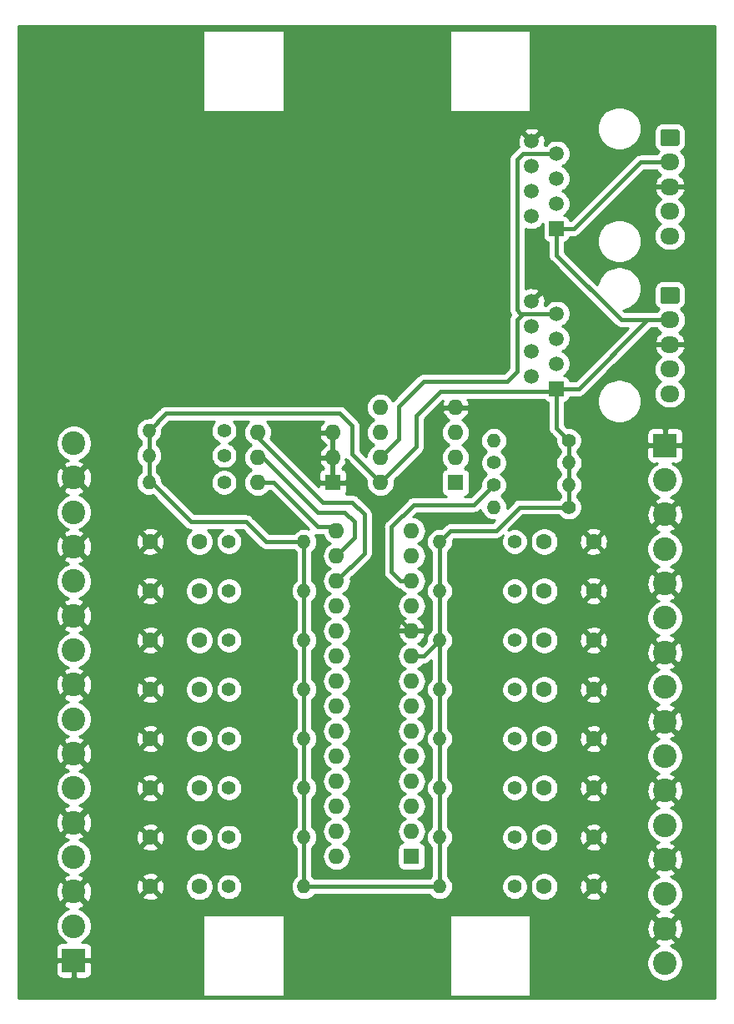
<source format=gbl>
G04 #@! TF.GenerationSoftware,KiCad,Pcbnew,(5.1.2-1)-1*
G04 #@! TF.CreationDate,2023-01-19T17:55:11+00:00*
G04 #@! TF.ProjectId,Switch inputs 2,53776974-6368-4206-996e-707574732032,rev?*
G04 #@! TF.SameCoordinates,Original*
G04 #@! TF.FileFunction,Copper,L2,Bot*
G04 #@! TF.FilePolarity,Positive*
%FSLAX46Y46*%
G04 Gerber Fmt 4.6, Leading zero omitted, Abs format (unit mm)*
G04 Created by KiCad (PCBNEW (5.1.2-1)-1) date 2023-01-19 17:55:11*
%MOMM*%
%LPD*%
G04 APERTURE LIST*
%ADD10C,1.400000*%
%ADD11O,1.400000X1.400000*%
%ADD12R,1.600000X1.600000*%
%ADD13O,1.600000X1.600000*%
%ADD14C,2.400000*%
%ADD15R,2.400000X2.400000*%
%ADD16C,1.600000*%
%ADD17C,0.100000*%
%ADD18C,1.700000*%
%ADD19O,1.950000X1.700000*%
%ADD20R,1.500000X1.500000*%
%ADD21C,1.500000*%
%ADD22C,0.800000*%
%ADD23C,0.400000*%
%ADD24C,0.254000*%
G04 APERTURE END LIST*
D10*
X101500000Y-108750000D03*
D11*
X93880000Y-108750000D03*
D12*
X112540000Y-114000000D03*
D13*
X104920000Y-108920000D03*
X112540000Y-111460000D03*
X104920000Y-111460000D03*
X112540000Y-108920000D03*
X104920000Y-114000000D03*
D10*
X128880000Y-112000000D03*
D11*
X136500000Y-112000000D03*
D14*
X86250000Y-110000000D03*
X86250000Y-113500000D03*
X86250000Y-117000000D03*
X86250000Y-120500000D03*
X86250000Y-124000000D03*
X86250000Y-127500000D03*
X86250000Y-131000000D03*
X86250000Y-134500000D03*
X86250000Y-138000000D03*
X86250000Y-141500000D03*
X86250000Y-145000000D03*
X86250000Y-148500000D03*
X86250000Y-152000000D03*
X86250000Y-155500000D03*
X86250000Y-159000000D03*
D15*
X86250000Y-162500000D03*
X146250000Y-110250000D03*
D14*
X146250000Y-113750000D03*
X146250000Y-117250000D03*
X146250000Y-120750000D03*
X146250000Y-124250000D03*
X146250000Y-127750000D03*
X146250000Y-131250000D03*
X146250000Y-134750000D03*
X146250000Y-138250000D03*
X146250000Y-141750000D03*
X146250000Y-145250000D03*
X146250000Y-148750000D03*
X146250000Y-152250000D03*
X146250000Y-155750000D03*
X146250000Y-159250000D03*
X146250000Y-162750000D03*
D11*
X136500000Y-114250000D03*
D10*
X128880000Y-114250000D03*
D12*
X120540000Y-151920000D03*
D13*
X112920000Y-118900000D03*
X120540000Y-149380000D03*
X112920000Y-121440000D03*
X120540000Y-146840000D03*
X112920000Y-123980000D03*
X120540000Y-144300000D03*
X112920000Y-126520000D03*
X120540000Y-141760000D03*
X112920000Y-129060000D03*
X120540000Y-139220000D03*
X112920000Y-131600000D03*
X120540000Y-136680000D03*
X112920000Y-134140000D03*
X120540000Y-134140000D03*
X112920000Y-136680000D03*
X120540000Y-131600000D03*
X112920000Y-139220000D03*
X120540000Y-129060000D03*
X112920000Y-141760000D03*
X120540000Y-126520000D03*
X112920000Y-144300000D03*
X120540000Y-123980000D03*
X112920000Y-146840000D03*
X120540000Y-121440000D03*
X112920000Y-149380000D03*
X120540000Y-118900000D03*
X112920000Y-151920000D03*
D16*
X94000000Y-120000000D03*
X99000000Y-120000000D03*
X94000000Y-125000000D03*
X99000000Y-125000000D03*
X99000000Y-130000000D03*
X94000000Y-130000000D03*
X99000000Y-135000000D03*
X94000000Y-135000000D03*
X94000000Y-140000000D03*
X99000000Y-140000000D03*
X94000000Y-145000000D03*
X99000000Y-145000000D03*
X99000000Y-150000000D03*
X94000000Y-150000000D03*
X99000000Y-155000000D03*
X94000000Y-155000000D03*
D10*
X102000000Y-120000000D03*
D11*
X109620000Y-120000000D03*
X109620000Y-125000000D03*
D10*
X102000000Y-125000000D03*
X102000000Y-130000000D03*
D11*
X109620000Y-130000000D03*
X109620000Y-135000000D03*
D10*
X102000000Y-135000000D03*
X102000000Y-140000000D03*
D11*
X109620000Y-140000000D03*
X109620000Y-145000000D03*
D10*
X102000000Y-145000000D03*
X102000000Y-150000000D03*
D11*
X109620000Y-150000000D03*
X109620000Y-155000000D03*
D10*
X102000000Y-155000000D03*
D16*
X134000000Y-155000000D03*
X139000000Y-155000000D03*
X134000000Y-150000000D03*
X139000000Y-150000000D03*
X139000000Y-145000000D03*
X134000000Y-145000000D03*
X139000000Y-140000000D03*
X134000000Y-140000000D03*
X134000000Y-135000000D03*
X139000000Y-135000000D03*
X134000000Y-130000000D03*
X139000000Y-130000000D03*
X139000000Y-125000000D03*
X134000000Y-125000000D03*
X139000000Y-120000000D03*
X134000000Y-120000000D03*
D11*
X123380000Y-155000000D03*
D10*
X131000000Y-155000000D03*
X131000000Y-150000000D03*
D11*
X123380000Y-150000000D03*
D10*
X131000000Y-145000000D03*
D11*
X123380000Y-145000000D03*
X123380000Y-140000000D03*
D10*
X131000000Y-140000000D03*
X131000000Y-135000000D03*
D11*
X123380000Y-135000000D03*
X123380000Y-130000000D03*
D10*
X131000000Y-130000000D03*
X131000000Y-125000000D03*
D11*
X123380000Y-125000000D03*
X123380000Y-120000000D03*
D10*
X131000000Y-120000000D03*
D11*
X93880000Y-111250000D03*
D10*
X101500000Y-111250000D03*
X101500000Y-114000000D03*
D11*
X93880000Y-114000000D03*
X128880000Y-116500000D03*
D10*
X136500000Y-116500000D03*
D12*
X125000000Y-114000000D03*
D13*
X117380000Y-106380000D03*
X125000000Y-111460000D03*
X117380000Y-108920000D03*
X125000000Y-108920000D03*
X117380000Y-111460000D03*
X125000000Y-106380000D03*
X117380000Y-114000000D03*
D10*
X136500000Y-109750000D03*
D11*
X128880000Y-109750000D03*
D17*
G36*
X147499504Y-78151204D02*
G01*
X147523773Y-78154804D01*
X147547571Y-78160765D01*
X147570671Y-78169030D01*
X147592849Y-78179520D01*
X147613893Y-78192133D01*
X147633598Y-78206747D01*
X147651777Y-78223223D01*
X147668253Y-78241402D01*
X147682867Y-78261107D01*
X147695480Y-78282151D01*
X147705970Y-78304329D01*
X147714235Y-78327429D01*
X147720196Y-78351227D01*
X147723796Y-78375496D01*
X147725000Y-78400000D01*
X147725000Y-79600000D01*
X147723796Y-79624504D01*
X147720196Y-79648773D01*
X147714235Y-79672571D01*
X147705970Y-79695671D01*
X147695480Y-79717849D01*
X147682867Y-79738893D01*
X147668253Y-79758598D01*
X147651777Y-79776777D01*
X147633598Y-79793253D01*
X147613893Y-79807867D01*
X147592849Y-79820480D01*
X147570671Y-79830970D01*
X147547571Y-79839235D01*
X147523773Y-79845196D01*
X147499504Y-79848796D01*
X147475000Y-79850000D01*
X146025000Y-79850000D01*
X146000496Y-79848796D01*
X145976227Y-79845196D01*
X145952429Y-79839235D01*
X145929329Y-79830970D01*
X145907151Y-79820480D01*
X145886107Y-79807867D01*
X145866402Y-79793253D01*
X145848223Y-79776777D01*
X145831747Y-79758598D01*
X145817133Y-79738893D01*
X145804520Y-79717849D01*
X145794030Y-79695671D01*
X145785765Y-79672571D01*
X145779804Y-79648773D01*
X145776204Y-79624504D01*
X145775000Y-79600000D01*
X145775000Y-78400000D01*
X145776204Y-78375496D01*
X145779804Y-78351227D01*
X145785765Y-78327429D01*
X145794030Y-78304329D01*
X145804520Y-78282151D01*
X145817133Y-78261107D01*
X145831747Y-78241402D01*
X145848223Y-78223223D01*
X145866402Y-78206747D01*
X145886107Y-78192133D01*
X145907151Y-78179520D01*
X145929329Y-78169030D01*
X145952429Y-78160765D01*
X145976227Y-78154804D01*
X146000496Y-78151204D01*
X146025000Y-78150000D01*
X147475000Y-78150000D01*
X147499504Y-78151204D01*
X147499504Y-78151204D01*
G37*
D18*
X146750000Y-79000000D03*
D19*
X146750000Y-81500000D03*
X146750000Y-84000000D03*
X146750000Y-86500000D03*
X146750000Y-89000000D03*
X146750000Y-105000000D03*
X146750000Y-102500000D03*
X146750000Y-100000000D03*
X146750000Y-97500000D03*
D17*
G36*
X147499504Y-94151204D02*
G01*
X147523773Y-94154804D01*
X147547571Y-94160765D01*
X147570671Y-94169030D01*
X147592849Y-94179520D01*
X147613893Y-94192133D01*
X147633598Y-94206747D01*
X147651777Y-94223223D01*
X147668253Y-94241402D01*
X147682867Y-94261107D01*
X147695480Y-94282151D01*
X147705970Y-94304329D01*
X147714235Y-94327429D01*
X147720196Y-94351227D01*
X147723796Y-94375496D01*
X147725000Y-94400000D01*
X147725000Y-95600000D01*
X147723796Y-95624504D01*
X147720196Y-95648773D01*
X147714235Y-95672571D01*
X147705970Y-95695671D01*
X147695480Y-95717849D01*
X147682867Y-95738893D01*
X147668253Y-95758598D01*
X147651777Y-95776777D01*
X147633598Y-95793253D01*
X147613893Y-95807867D01*
X147592849Y-95820480D01*
X147570671Y-95830970D01*
X147547571Y-95839235D01*
X147523773Y-95845196D01*
X147499504Y-95848796D01*
X147475000Y-95850000D01*
X146025000Y-95850000D01*
X146000496Y-95848796D01*
X145976227Y-95845196D01*
X145952429Y-95839235D01*
X145929329Y-95830970D01*
X145907151Y-95820480D01*
X145886107Y-95807867D01*
X145866402Y-95793253D01*
X145848223Y-95776777D01*
X145831747Y-95758598D01*
X145817133Y-95738893D01*
X145804520Y-95717849D01*
X145794030Y-95695671D01*
X145785765Y-95672571D01*
X145779804Y-95648773D01*
X145776204Y-95624504D01*
X145775000Y-95600000D01*
X145775000Y-94400000D01*
X145776204Y-94375496D01*
X145779804Y-94351227D01*
X145785765Y-94327429D01*
X145794030Y-94304329D01*
X145804520Y-94282151D01*
X145817133Y-94261107D01*
X145831747Y-94241402D01*
X145848223Y-94223223D01*
X145866402Y-94206747D01*
X145886107Y-94192133D01*
X145907151Y-94179520D01*
X145929329Y-94169030D01*
X145952429Y-94160765D01*
X145976227Y-94154804D01*
X146000496Y-94151204D01*
X146025000Y-94150000D01*
X147475000Y-94150000D01*
X147499504Y-94151204D01*
X147499504Y-94151204D01*
G37*
D18*
X146750000Y-95000000D03*
D20*
X135250000Y-88250000D03*
D21*
X132710000Y-86980000D03*
X135250000Y-85710000D03*
X132710000Y-84440000D03*
X135250000Y-83170000D03*
X132710000Y-81900000D03*
X135250000Y-80630000D03*
X132710000Y-79360000D03*
X132710000Y-95610000D03*
X135250000Y-96880000D03*
X132710000Y-98150000D03*
X135250000Y-99420000D03*
X132710000Y-100690000D03*
X135250000Y-101960000D03*
X132710000Y-103230000D03*
D20*
X135250000Y-104500000D03*
D22*
X144500000Y-104750000D03*
X137250000Y-84500000D03*
X137250000Y-90000000D03*
X137500000Y-101250000D03*
X137500000Y-106500000D03*
X144500000Y-88250000D03*
X101000000Y-116500000D03*
D23*
X112920000Y-118900000D02*
X112750000Y-118730000D01*
X106500000Y-114000000D02*
X104920000Y-114000000D01*
X111000000Y-118500000D02*
X106500000Y-114000000D01*
X112520000Y-118500000D02*
X111000000Y-118500000D01*
X112920000Y-118900000D02*
X112520000Y-118500000D01*
X105460000Y-111460000D02*
X104920000Y-111460000D01*
X111000000Y-117000000D02*
X105460000Y-111460000D01*
X113750000Y-117000000D02*
X111000000Y-117000000D01*
X114750000Y-118000000D02*
X113750000Y-117000000D01*
X114750000Y-119610000D02*
X114750000Y-118000000D01*
X112920000Y-121440000D02*
X114750000Y-119610000D01*
X115750000Y-121150000D02*
X112920000Y-123980000D01*
X104920000Y-108920000D02*
X104920000Y-109420000D01*
X114500000Y-116000000D02*
X115750000Y-117250000D01*
X115750000Y-117250000D02*
X115750000Y-121150000D01*
X111500000Y-116000000D02*
X114500000Y-116000000D01*
X104920000Y-109420000D02*
X111500000Y-116000000D01*
X117000000Y-125520000D02*
X120540000Y-129060000D01*
X117000000Y-118500000D02*
X117000000Y-125520000D01*
X122750000Y-112750000D02*
X117000000Y-118500000D01*
X122750000Y-107498630D02*
X122750000Y-112750000D01*
X123868630Y-106380000D02*
X122750000Y-107498630D01*
X125000000Y-106380000D02*
X123868630Y-106380000D01*
X109620000Y-155000000D02*
X109620000Y-120000000D01*
X121780000Y-131600000D02*
X123380000Y-130000000D01*
X120540000Y-131600000D02*
X121780000Y-131600000D01*
X123380000Y-155000000D02*
X109620000Y-155000000D01*
X135250000Y-104500000D02*
X137500000Y-104500000D01*
X144500000Y-97500000D02*
X146750000Y-97500000D01*
X137500000Y-104500000D02*
X144500000Y-97500000D01*
X135250000Y-89400000D02*
X135250000Y-88250000D01*
X135250000Y-90950002D02*
X135250000Y-89400000D01*
X141799998Y-97500000D02*
X135250000Y-90950002D01*
X144500000Y-97500000D02*
X141799998Y-97500000D01*
X135250000Y-88250000D02*
X137000000Y-88250000D01*
X143750000Y-81500000D02*
X146750000Y-81500000D01*
X137000000Y-88250000D02*
X143750000Y-81500000D01*
X123250000Y-119750000D02*
X123000000Y-120000000D01*
X123000000Y-120000000D02*
X123380000Y-120000000D01*
X123380000Y-120000000D02*
X123380000Y-125000000D01*
X123380000Y-130000000D02*
X123380000Y-125000000D01*
X123380000Y-130000000D02*
X123380000Y-135000000D01*
X123380000Y-135989949D02*
X123380000Y-140000000D01*
X123380000Y-135000000D02*
X123380000Y-135989949D01*
X123380000Y-140989949D02*
X123380000Y-145000000D01*
X123380000Y-140000000D02*
X123380000Y-140989949D01*
X123380000Y-145000000D02*
X123380000Y-150000000D01*
X123380000Y-150000000D02*
X123380000Y-155000000D01*
X135250000Y-108500000D02*
X136500000Y-109750000D01*
X135250000Y-104500000D02*
X135250000Y-108500000D01*
X124480001Y-118899999D02*
X129100001Y-118899999D01*
X123380000Y-120000000D02*
X124480001Y-118899999D01*
X131500000Y-116500000D02*
X136500000Y-116500000D01*
X129100001Y-118899999D02*
X131500000Y-116500000D01*
X136500000Y-116500000D02*
X136500000Y-114250000D01*
X136500000Y-114250000D02*
X136500000Y-112000000D01*
X136500000Y-112000000D02*
X136500000Y-109750000D01*
X93880000Y-114000000D02*
X93880000Y-111250000D01*
X93880000Y-111250000D02*
X93880000Y-108750000D01*
X114500000Y-108250000D02*
X114500000Y-111120000D01*
X95630000Y-107000000D02*
X113250000Y-107000000D01*
X113250000Y-107000000D02*
X114500000Y-108250000D01*
X93880000Y-108750000D02*
X95630000Y-107000000D01*
X93880000Y-113750000D02*
X93880000Y-108750000D01*
X94130000Y-114000000D02*
X93880000Y-114000000D01*
X98130000Y-118000000D02*
X94130000Y-114000000D01*
X103750000Y-118000000D02*
X98130000Y-118000000D01*
X105750000Y-120000000D02*
X103750000Y-118000000D01*
X109620000Y-120000000D02*
X105750000Y-120000000D01*
X114500000Y-111120000D02*
X117380000Y-114000000D01*
X114500000Y-111000000D02*
X114500000Y-111120000D01*
X123500000Y-104750000D02*
X135000000Y-104750000D01*
X121000000Y-107250000D02*
X123500000Y-104750000D01*
X121000000Y-110380000D02*
X121000000Y-107250000D01*
X135000000Y-104750000D02*
X135250000Y-104500000D01*
X117380000Y-114000000D02*
X121000000Y-110380000D01*
X134189340Y-96880000D02*
X135250000Y-96880000D01*
X132277998Y-96880000D02*
X134189340Y-96880000D01*
X131630000Y-96880000D02*
X132277998Y-96880000D01*
X131250000Y-81250000D02*
X131250000Y-96500000D01*
X131250000Y-96500000D02*
X131630000Y-96880000D01*
X131870000Y-80630000D02*
X131250000Y-81250000D01*
X135250000Y-80630000D02*
X131870000Y-80630000D01*
X119250000Y-106250000D02*
X119250000Y-109590000D01*
X121750000Y-103750000D02*
X119250000Y-106250000D01*
X119250000Y-109590000D02*
X117380000Y-111460000D01*
X130250000Y-103750000D02*
X121750000Y-103750000D01*
X131250000Y-97500000D02*
X131250000Y-102750000D01*
X131250000Y-102750000D02*
X130250000Y-103750000D01*
X131870000Y-96880000D02*
X131250000Y-97500000D01*
X132277998Y-96880000D02*
X131870000Y-96880000D01*
X128180001Y-114949999D02*
X128880000Y-114250000D01*
X120750000Y-116250000D02*
X126880000Y-116250000D01*
X118500000Y-118500000D02*
X120750000Y-116250000D01*
X118500000Y-123071370D02*
X118500000Y-118500000D01*
X119408630Y-123980000D02*
X118500000Y-123071370D01*
X126880000Y-116250000D02*
X128180001Y-114949999D01*
X120540000Y-123980000D02*
X119408630Y-123980000D01*
D24*
G36*
X151340001Y-166340000D02*
G01*
X80660000Y-166340000D01*
X80660000Y-163700000D01*
X84411928Y-163700000D01*
X84424188Y-163824482D01*
X84460498Y-163944180D01*
X84519463Y-164054494D01*
X84598815Y-164151185D01*
X84695506Y-164230537D01*
X84805820Y-164289502D01*
X84925518Y-164325812D01*
X85050000Y-164338072D01*
X85964250Y-164335000D01*
X86123000Y-164176250D01*
X86123000Y-162627000D01*
X86377000Y-162627000D01*
X86377000Y-164176250D01*
X86535750Y-164335000D01*
X87450000Y-164338072D01*
X87574482Y-164325812D01*
X87694180Y-164289502D01*
X87804494Y-164230537D01*
X87901185Y-164151185D01*
X87980537Y-164054494D01*
X88039502Y-163944180D01*
X88075812Y-163824482D01*
X88088072Y-163700000D01*
X88085000Y-162785750D01*
X87926250Y-162627000D01*
X86377000Y-162627000D01*
X86123000Y-162627000D01*
X84573750Y-162627000D01*
X84415000Y-162785750D01*
X84411928Y-163700000D01*
X80660000Y-163700000D01*
X80660000Y-161300000D01*
X84411928Y-161300000D01*
X84415000Y-162214250D01*
X84573750Y-162373000D01*
X86123000Y-162373000D01*
X86123000Y-162353000D01*
X86377000Y-162353000D01*
X86377000Y-162373000D01*
X87926250Y-162373000D01*
X88085000Y-162214250D01*
X88088072Y-161300000D01*
X88075812Y-161175518D01*
X88039502Y-161055820D01*
X87980537Y-160945506D01*
X87901185Y-160848815D01*
X87804494Y-160769463D01*
X87694180Y-160710498D01*
X87574482Y-160674188D01*
X87450000Y-160661928D01*
X87029426Y-160663341D01*
X87119199Y-160626156D01*
X87419744Y-160425338D01*
X87675338Y-160169744D01*
X87876156Y-159869199D01*
X88014482Y-159535250D01*
X88085000Y-159180732D01*
X88085000Y-158819268D01*
X88014482Y-158464750D01*
X87876156Y-158130801D01*
X87788758Y-158000000D01*
X99373000Y-158000000D01*
X99373000Y-166000000D01*
X99375440Y-166024776D01*
X99382667Y-166048601D01*
X99394403Y-166070557D01*
X99410197Y-166089803D01*
X99429443Y-166105597D01*
X99451399Y-166117333D01*
X99475224Y-166124560D01*
X99500000Y-166127000D01*
X107500000Y-166127000D01*
X107524776Y-166124560D01*
X107548601Y-166117333D01*
X107570557Y-166105597D01*
X107589803Y-166089803D01*
X107605597Y-166070557D01*
X107617333Y-166048601D01*
X107624560Y-166024776D01*
X107627000Y-166000000D01*
X107627000Y-158000000D01*
X124373000Y-158000000D01*
X124373000Y-166000000D01*
X124375440Y-166024776D01*
X124382667Y-166048601D01*
X124394403Y-166070557D01*
X124410197Y-166089803D01*
X124429443Y-166105597D01*
X124451399Y-166117333D01*
X124475224Y-166124560D01*
X124500000Y-166127000D01*
X132500000Y-166127000D01*
X132524776Y-166124560D01*
X132548601Y-166117333D01*
X132570557Y-166105597D01*
X132589803Y-166089803D01*
X132605597Y-166070557D01*
X132617333Y-166048601D01*
X132624560Y-166024776D01*
X132627000Y-166000000D01*
X132627000Y-162569268D01*
X144415000Y-162569268D01*
X144415000Y-162930732D01*
X144485518Y-163285250D01*
X144623844Y-163619199D01*
X144824662Y-163919744D01*
X145080256Y-164175338D01*
X145380801Y-164376156D01*
X145714750Y-164514482D01*
X146069268Y-164585000D01*
X146430732Y-164585000D01*
X146785250Y-164514482D01*
X147119199Y-164376156D01*
X147419744Y-164175338D01*
X147675338Y-163919744D01*
X147876156Y-163619199D01*
X148014482Y-163285250D01*
X148085000Y-162930732D01*
X148085000Y-162569268D01*
X148014482Y-162214750D01*
X147876156Y-161880801D01*
X147675338Y-161580256D01*
X147419744Y-161324662D01*
X147119199Y-161123844D01*
X146812511Y-160996810D01*
X147005833Y-160931846D01*
X147228486Y-160812836D01*
X147348374Y-160527980D01*
X146250000Y-159429605D01*
X145151626Y-160527980D01*
X145271514Y-160812836D01*
X145595210Y-160973699D01*
X145684690Y-160997969D01*
X145380801Y-161123844D01*
X145080256Y-161324662D01*
X144824662Y-161580256D01*
X144623844Y-161880801D01*
X144485518Y-162214750D01*
X144415000Y-162569268D01*
X132627000Y-162569268D01*
X132627000Y-159304684D01*
X144406933Y-159304684D01*
X144453015Y-159663198D01*
X144568154Y-160005833D01*
X144687164Y-160228486D01*
X144972020Y-160348374D01*
X146070395Y-159250000D01*
X146429605Y-159250000D01*
X147527980Y-160348374D01*
X147812836Y-160228486D01*
X147973699Y-159904790D01*
X148068322Y-159555931D01*
X148093067Y-159195316D01*
X148046985Y-158836802D01*
X147931846Y-158494167D01*
X147812836Y-158271514D01*
X147527980Y-158151626D01*
X146429605Y-159250000D01*
X146070395Y-159250000D01*
X144972020Y-158151626D01*
X144687164Y-158271514D01*
X144526301Y-158595210D01*
X144431678Y-158944069D01*
X144406933Y-159304684D01*
X132627000Y-159304684D01*
X132627000Y-158000000D01*
X132624560Y-157975224D01*
X132617333Y-157951399D01*
X132605597Y-157929443D01*
X132589803Y-157910197D01*
X132570557Y-157894403D01*
X132548601Y-157882667D01*
X132524776Y-157875440D01*
X132500000Y-157873000D01*
X124500000Y-157873000D01*
X124475224Y-157875440D01*
X124451399Y-157882667D01*
X124429443Y-157894403D01*
X124410197Y-157910197D01*
X124394403Y-157929443D01*
X124382667Y-157951399D01*
X124375440Y-157975224D01*
X124373000Y-158000000D01*
X107627000Y-158000000D01*
X107624560Y-157975224D01*
X107617333Y-157951399D01*
X107605597Y-157929443D01*
X107589803Y-157910197D01*
X107570557Y-157894403D01*
X107548601Y-157882667D01*
X107524776Y-157875440D01*
X107500000Y-157873000D01*
X99500000Y-157873000D01*
X99475224Y-157875440D01*
X99451399Y-157882667D01*
X99429443Y-157894403D01*
X99410197Y-157910197D01*
X99394403Y-157929443D01*
X99382667Y-157951399D01*
X99375440Y-157975224D01*
X99373000Y-158000000D01*
X87788758Y-158000000D01*
X87675338Y-157830256D01*
X87419744Y-157574662D01*
X87119199Y-157373844D01*
X86812511Y-157246810D01*
X87005833Y-157181846D01*
X87228486Y-157062836D01*
X87348374Y-156777980D01*
X86250000Y-155679605D01*
X85151626Y-156777980D01*
X85271514Y-157062836D01*
X85595210Y-157223699D01*
X85684690Y-157247969D01*
X85380801Y-157373844D01*
X85080256Y-157574662D01*
X84824662Y-157830256D01*
X84623844Y-158130801D01*
X84485518Y-158464750D01*
X84415000Y-158819268D01*
X84415000Y-159180732D01*
X84485518Y-159535250D01*
X84623844Y-159869199D01*
X84824662Y-160169744D01*
X85080256Y-160425338D01*
X85380801Y-160626156D01*
X85470574Y-160663341D01*
X85050000Y-160661928D01*
X84925518Y-160674188D01*
X84805820Y-160710498D01*
X84695506Y-160769463D01*
X84598815Y-160848815D01*
X84519463Y-160945506D01*
X84460498Y-161055820D01*
X84424188Y-161175518D01*
X84411928Y-161300000D01*
X80660000Y-161300000D01*
X80660000Y-155554684D01*
X84406933Y-155554684D01*
X84453015Y-155913198D01*
X84568154Y-156255833D01*
X84687164Y-156478486D01*
X84972020Y-156598374D01*
X86070395Y-155500000D01*
X86429605Y-155500000D01*
X87527980Y-156598374D01*
X87812836Y-156478486D01*
X87973699Y-156154790D01*
X88017663Y-155992702D01*
X93186903Y-155992702D01*
X93258486Y-156236671D01*
X93513996Y-156357571D01*
X93788184Y-156426300D01*
X94070512Y-156440217D01*
X94350130Y-156398787D01*
X94616292Y-156303603D01*
X94741514Y-156236671D01*
X94813097Y-155992702D01*
X94000000Y-155179605D01*
X93186903Y-155992702D01*
X88017663Y-155992702D01*
X88068322Y-155805931D01*
X88093067Y-155445316D01*
X88046985Y-155086802D01*
X88041511Y-155070512D01*
X92559783Y-155070512D01*
X92601213Y-155350130D01*
X92696397Y-155616292D01*
X92763329Y-155741514D01*
X93007298Y-155813097D01*
X93820395Y-155000000D01*
X94179605Y-155000000D01*
X94992702Y-155813097D01*
X95236671Y-155741514D01*
X95357571Y-155486004D01*
X95426300Y-155211816D01*
X95440217Y-154929488D01*
X95429724Y-154858665D01*
X97565000Y-154858665D01*
X97565000Y-155141335D01*
X97620147Y-155418574D01*
X97728320Y-155679727D01*
X97885363Y-155914759D01*
X98085241Y-156114637D01*
X98320273Y-156271680D01*
X98581426Y-156379853D01*
X98858665Y-156435000D01*
X99141335Y-156435000D01*
X99418574Y-156379853D01*
X99679727Y-156271680D01*
X99914759Y-156114637D01*
X100114637Y-155914759D01*
X100271680Y-155679727D01*
X100379853Y-155418574D01*
X100435000Y-155141335D01*
X100435000Y-154868514D01*
X100665000Y-154868514D01*
X100665000Y-155131486D01*
X100716304Y-155389405D01*
X100816939Y-155632359D01*
X100963038Y-155851013D01*
X101148987Y-156036962D01*
X101367641Y-156183061D01*
X101610595Y-156283696D01*
X101868514Y-156335000D01*
X102131486Y-156335000D01*
X102389405Y-156283696D01*
X102632359Y-156183061D01*
X102851013Y-156036962D01*
X103036962Y-155851013D01*
X103183061Y-155632359D01*
X103283696Y-155389405D01*
X103335000Y-155131486D01*
X103335000Y-154868514D01*
X103283696Y-154610595D01*
X103183061Y-154367641D01*
X103036962Y-154148987D01*
X102851013Y-153963038D01*
X102632359Y-153816939D01*
X102389405Y-153716304D01*
X102131486Y-153665000D01*
X101868514Y-153665000D01*
X101610595Y-153716304D01*
X101367641Y-153816939D01*
X101148987Y-153963038D01*
X100963038Y-154148987D01*
X100816939Y-154367641D01*
X100716304Y-154610595D01*
X100665000Y-154868514D01*
X100435000Y-154868514D01*
X100435000Y-154858665D01*
X100379853Y-154581426D01*
X100271680Y-154320273D01*
X100114637Y-154085241D01*
X99914759Y-153885363D01*
X99679727Y-153728320D01*
X99418574Y-153620147D01*
X99141335Y-153565000D01*
X98858665Y-153565000D01*
X98581426Y-153620147D01*
X98320273Y-153728320D01*
X98085241Y-153885363D01*
X97885363Y-154085241D01*
X97728320Y-154320273D01*
X97620147Y-154581426D01*
X97565000Y-154858665D01*
X95429724Y-154858665D01*
X95398787Y-154649870D01*
X95303603Y-154383708D01*
X95236671Y-154258486D01*
X94992702Y-154186903D01*
X94179605Y-155000000D01*
X93820395Y-155000000D01*
X93007298Y-154186903D01*
X92763329Y-154258486D01*
X92642429Y-154513996D01*
X92573700Y-154788184D01*
X92559783Y-155070512D01*
X88041511Y-155070512D01*
X87931846Y-154744167D01*
X87812836Y-154521514D01*
X87527980Y-154401626D01*
X86429605Y-155500000D01*
X86070395Y-155500000D01*
X84972020Y-154401626D01*
X84687164Y-154521514D01*
X84526301Y-154845210D01*
X84431678Y-155194069D01*
X84406933Y-155554684D01*
X80660000Y-155554684D01*
X80660000Y-151819268D01*
X84415000Y-151819268D01*
X84415000Y-152180732D01*
X84485518Y-152535250D01*
X84623844Y-152869199D01*
X84824662Y-153169744D01*
X85080256Y-153425338D01*
X85380801Y-153626156D01*
X85687489Y-153753190D01*
X85494167Y-153818154D01*
X85271514Y-153937164D01*
X85151626Y-154222020D01*
X86250000Y-155320395D01*
X87348374Y-154222020D01*
X87258004Y-154007298D01*
X93186903Y-154007298D01*
X94000000Y-154820395D01*
X94813097Y-154007298D01*
X94741514Y-153763329D01*
X94486004Y-153642429D01*
X94211816Y-153573700D01*
X93929488Y-153559783D01*
X93649870Y-153601213D01*
X93383708Y-153696397D01*
X93258486Y-153763329D01*
X93186903Y-154007298D01*
X87258004Y-154007298D01*
X87228486Y-153937164D01*
X86904790Y-153776301D01*
X86815310Y-153752031D01*
X87119199Y-153626156D01*
X87419744Y-153425338D01*
X87675338Y-153169744D01*
X87876156Y-152869199D01*
X88014482Y-152535250D01*
X88085000Y-152180732D01*
X88085000Y-151819268D01*
X88014482Y-151464750D01*
X87876156Y-151130801D01*
X87783882Y-150992702D01*
X93186903Y-150992702D01*
X93258486Y-151236671D01*
X93513996Y-151357571D01*
X93788184Y-151426300D01*
X94070512Y-151440217D01*
X94350130Y-151398787D01*
X94616292Y-151303603D01*
X94741514Y-151236671D01*
X94813097Y-150992702D01*
X94000000Y-150179605D01*
X93186903Y-150992702D01*
X87783882Y-150992702D01*
X87675338Y-150830256D01*
X87419744Y-150574662D01*
X87119199Y-150373844D01*
X86812511Y-150246810D01*
X87005833Y-150181846D01*
X87214125Y-150070512D01*
X92559783Y-150070512D01*
X92601213Y-150350130D01*
X92696397Y-150616292D01*
X92763329Y-150741514D01*
X93007298Y-150813097D01*
X93820395Y-150000000D01*
X94179605Y-150000000D01*
X94992702Y-150813097D01*
X95236671Y-150741514D01*
X95357571Y-150486004D01*
X95426300Y-150211816D01*
X95440217Y-149929488D01*
X95429724Y-149858665D01*
X97565000Y-149858665D01*
X97565000Y-150141335D01*
X97620147Y-150418574D01*
X97728320Y-150679727D01*
X97885363Y-150914759D01*
X98085241Y-151114637D01*
X98320273Y-151271680D01*
X98581426Y-151379853D01*
X98858665Y-151435000D01*
X99141335Y-151435000D01*
X99418574Y-151379853D01*
X99679727Y-151271680D01*
X99914759Y-151114637D01*
X100114637Y-150914759D01*
X100271680Y-150679727D01*
X100379853Y-150418574D01*
X100435000Y-150141335D01*
X100435000Y-149868514D01*
X100665000Y-149868514D01*
X100665000Y-150131486D01*
X100716304Y-150389405D01*
X100816939Y-150632359D01*
X100963038Y-150851013D01*
X101148987Y-151036962D01*
X101367641Y-151183061D01*
X101610595Y-151283696D01*
X101868514Y-151335000D01*
X102131486Y-151335000D01*
X102389405Y-151283696D01*
X102632359Y-151183061D01*
X102851013Y-151036962D01*
X103036962Y-150851013D01*
X103183061Y-150632359D01*
X103283696Y-150389405D01*
X103335000Y-150131486D01*
X103335000Y-149868514D01*
X103283696Y-149610595D01*
X103183061Y-149367641D01*
X103036962Y-149148987D01*
X102851013Y-148963038D01*
X102632359Y-148816939D01*
X102389405Y-148716304D01*
X102131486Y-148665000D01*
X101868514Y-148665000D01*
X101610595Y-148716304D01*
X101367641Y-148816939D01*
X101148987Y-148963038D01*
X100963038Y-149148987D01*
X100816939Y-149367641D01*
X100716304Y-149610595D01*
X100665000Y-149868514D01*
X100435000Y-149868514D01*
X100435000Y-149858665D01*
X100379853Y-149581426D01*
X100271680Y-149320273D01*
X100114637Y-149085241D01*
X99914759Y-148885363D01*
X99679727Y-148728320D01*
X99418574Y-148620147D01*
X99141335Y-148565000D01*
X98858665Y-148565000D01*
X98581426Y-148620147D01*
X98320273Y-148728320D01*
X98085241Y-148885363D01*
X97885363Y-149085241D01*
X97728320Y-149320273D01*
X97620147Y-149581426D01*
X97565000Y-149858665D01*
X95429724Y-149858665D01*
X95398787Y-149649870D01*
X95303603Y-149383708D01*
X95236671Y-149258486D01*
X94992702Y-149186903D01*
X94179605Y-150000000D01*
X93820395Y-150000000D01*
X93007298Y-149186903D01*
X92763329Y-149258486D01*
X92642429Y-149513996D01*
X92573700Y-149788184D01*
X92559783Y-150070512D01*
X87214125Y-150070512D01*
X87228486Y-150062836D01*
X87348374Y-149777980D01*
X86250000Y-148679605D01*
X85151626Y-149777980D01*
X85271514Y-150062836D01*
X85595210Y-150223699D01*
X85684690Y-150247969D01*
X85380801Y-150373844D01*
X85080256Y-150574662D01*
X84824662Y-150830256D01*
X84623844Y-151130801D01*
X84485518Y-151464750D01*
X84415000Y-151819268D01*
X80660000Y-151819268D01*
X80660000Y-148554684D01*
X84406933Y-148554684D01*
X84453015Y-148913198D01*
X84568154Y-149255833D01*
X84687164Y-149478486D01*
X84972020Y-149598374D01*
X86070395Y-148500000D01*
X86429605Y-148500000D01*
X87527980Y-149598374D01*
X87812836Y-149478486D01*
X87973699Y-149154790D01*
X88013704Y-149007298D01*
X93186903Y-149007298D01*
X94000000Y-149820395D01*
X94813097Y-149007298D01*
X94741514Y-148763329D01*
X94486004Y-148642429D01*
X94211816Y-148573700D01*
X93929488Y-148559783D01*
X93649870Y-148601213D01*
X93383708Y-148696397D01*
X93258486Y-148763329D01*
X93186903Y-149007298D01*
X88013704Y-149007298D01*
X88068322Y-148805931D01*
X88093067Y-148445316D01*
X88046985Y-148086802D01*
X87931846Y-147744167D01*
X87812836Y-147521514D01*
X87527980Y-147401626D01*
X86429605Y-148500000D01*
X86070395Y-148500000D01*
X84972020Y-147401626D01*
X84687164Y-147521514D01*
X84526301Y-147845210D01*
X84431678Y-148194069D01*
X84406933Y-148554684D01*
X80660000Y-148554684D01*
X80660000Y-144819268D01*
X84415000Y-144819268D01*
X84415000Y-145180732D01*
X84485518Y-145535250D01*
X84623844Y-145869199D01*
X84824662Y-146169744D01*
X85080256Y-146425338D01*
X85380801Y-146626156D01*
X85687489Y-146753190D01*
X85494167Y-146818154D01*
X85271514Y-146937164D01*
X85151626Y-147222020D01*
X86250000Y-148320395D01*
X87348374Y-147222020D01*
X87228486Y-146937164D01*
X86904790Y-146776301D01*
X86815310Y-146752031D01*
X87119199Y-146626156D01*
X87419744Y-146425338D01*
X87675338Y-146169744D01*
X87793633Y-145992702D01*
X93186903Y-145992702D01*
X93258486Y-146236671D01*
X93513996Y-146357571D01*
X93788184Y-146426300D01*
X94070512Y-146440217D01*
X94350130Y-146398787D01*
X94616292Y-146303603D01*
X94741514Y-146236671D01*
X94813097Y-145992702D01*
X94000000Y-145179605D01*
X93186903Y-145992702D01*
X87793633Y-145992702D01*
X87876156Y-145869199D01*
X88014482Y-145535250D01*
X88085000Y-145180732D01*
X88085000Y-145070512D01*
X92559783Y-145070512D01*
X92601213Y-145350130D01*
X92696397Y-145616292D01*
X92763329Y-145741514D01*
X93007298Y-145813097D01*
X93820395Y-145000000D01*
X94179605Y-145000000D01*
X94992702Y-145813097D01*
X95236671Y-145741514D01*
X95357571Y-145486004D01*
X95426300Y-145211816D01*
X95440217Y-144929488D01*
X95429724Y-144858665D01*
X97565000Y-144858665D01*
X97565000Y-145141335D01*
X97620147Y-145418574D01*
X97728320Y-145679727D01*
X97885363Y-145914759D01*
X98085241Y-146114637D01*
X98320273Y-146271680D01*
X98581426Y-146379853D01*
X98858665Y-146435000D01*
X99141335Y-146435000D01*
X99418574Y-146379853D01*
X99679727Y-146271680D01*
X99914759Y-146114637D01*
X100114637Y-145914759D01*
X100271680Y-145679727D01*
X100379853Y-145418574D01*
X100435000Y-145141335D01*
X100435000Y-144868514D01*
X100665000Y-144868514D01*
X100665000Y-145131486D01*
X100716304Y-145389405D01*
X100816939Y-145632359D01*
X100963038Y-145851013D01*
X101148987Y-146036962D01*
X101367641Y-146183061D01*
X101610595Y-146283696D01*
X101868514Y-146335000D01*
X102131486Y-146335000D01*
X102389405Y-146283696D01*
X102632359Y-146183061D01*
X102851013Y-146036962D01*
X103036962Y-145851013D01*
X103183061Y-145632359D01*
X103283696Y-145389405D01*
X103335000Y-145131486D01*
X103335000Y-144868514D01*
X103283696Y-144610595D01*
X103183061Y-144367641D01*
X103036962Y-144148987D01*
X102851013Y-143963038D01*
X102632359Y-143816939D01*
X102389405Y-143716304D01*
X102131486Y-143665000D01*
X101868514Y-143665000D01*
X101610595Y-143716304D01*
X101367641Y-143816939D01*
X101148987Y-143963038D01*
X100963038Y-144148987D01*
X100816939Y-144367641D01*
X100716304Y-144610595D01*
X100665000Y-144868514D01*
X100435000Y-144868514D01*
X100435000Y-144858665D01*
X100379853Y-144581426D01*
X100271680Y-144320273D01*
X100114637Y-144085241D01*
X99914759Y-143885363D01*
X99679727Y-143728320D01*
X99418574Y-143620147D01*
X99141335Y-143565000D01*
X98858665Y-143565000D01*
X98581426Y-143620147D01*
X98320273Y-143728320D01*
X98085241Y-143885363D01*
X97885363Y-144085241D01*
X97728320Y-144320273D01*
X97620147Y-144581426D01*
X97565000Y-144858665D01*
X95429724Y-144858665D01*
X95398787Y-144649870D01*
X95303603Y-144383708D01*
X95236671Y-144258486D01*
X94992702Y-144186903D01*
X94179605Y-145000000D01*
X93820395Y-145000000D01*
X93007298Y-144186903D01*
X92763329Y-144258486D01*
X92642429Y-144513996D01*
X92573700Y-144788184D01*
X92559783Y-145070512D01*
X88085000Y-145070512D01*
X88085000Y-144819268D01*
X88014482Y-144464750D01*
X87876156Y-144130801D01*
X87793634Y-144007298D01*
X93186903Y-144007298D01*
X94000000Y-144820395D01*
X94813097Y-144007298D01*
X94741514Y-143763329D01*
X94486004Y-143642429D01*
X94211816Y-143573700D01*
X93929488Y-143559783D01*
X93649870Y-143601213D01*
X93383708Y-143696397D01*
X93258486Y-143763329D01*
X93186903Y-144007298D01*
X87793634Y-144007298D01*
X87675338Y-143830256D01*
X87419744Y-143574662D01*
X87119199Y-143373844D01*
X86812511Y-143246810D01*
X87005833Y-143181846D01*
X87228486Y-143062836D01*
X87348374Y-142777980D01*
X86250000Y-141679605D01*
X85151626Y-142777980D01*
X85271514Y-143062836D01*
X85595210Y-143223699D01*
X85684690Y-143247969D01*
X85380801Y-143373844D01*
X85080256Y-143574662D01*
X84824662Y-143830256D01*
X84623844Y-144130801D01*
X84485518Y-144464750D01*
X84415000Y-144819268D01*
X80660000Y-144819268D01*
X80660000Y-141554684D01*
X84406933Y-141554684D01*
X84453015Y-141913198D01*
X84568154Y-142255833D01*
X84687164Y-142478486D01*
X84972020Y-142598374D01*
X86070395Y-141500000D01*
X86429605Y-141500000D01*
X87527980Y-142598374D01*
X87812836Y-142478486D01*
X87973699Y-142154790D01*
X88068322Y-141805931D01*
X88093067Y-141445316D01*
X88046985Y-141086802D01*
X88015364Y-140992702D01*
X93186903Y-140992702D01*
X93258486Y-141236671D01*
X93513996Y-141357571D01*
X93788184Y-141426300D01*
X94070512Y-141440217D01*
X94350130Y-141398787D01*
X94616292Y-141303603D01*
X94741514Y-141236671D01*
X94813097Y-140992702D01*
X94000000Y-140179605D01*
X93186903Y-140992702D01*
X88015364Y-140992702D01*
X87931846Y-140744167D01*
X87812836Y-140521514D01*
X87527980Y-140401626D01*
X86429605Y-141500000D01*
X86070395Y-141500000D01*
X84972020Y-140401626D01*
X84687164Y-140521514D01*
X84526301Y-140845210D01*
X84431678Y-141194069D01*
X84406933Y-141554684D01*
X80660000Y-141554684D01*
X80660000Y-137819268D01*
X84415000Y-137819268D01*
X84415000Y-138180732D01*
X84485518Y-138535250D01*
X84623844Y-138869199D01*
X84824662Y-139169744D01*
X85080256Y-139425338D01*
X85380801Y-139626156D01*
X85687489Y-139753190D01*
X85494167Y-139818154D01*
X85271514Y-139937164D01*
X85151626Y-140222020D01*
X86250000Y-141320395D01*
X87348374Y-140222020D01*
X87284609Y-140070512D01*
X92559783Y-140070512D01*
X92601213Y-140350130D01*
X92696397Y-140616292D01*
X92763329Y-140741514D01*
X93007298Y-140813097D01*
X93820395Y-140000000D01*
X94179605Y-140000000D01*
X94992702Y-140813097D01*
X95236671Y-140741514D01*
X95357571Y-140486004D01*
X95426300Y-140211816D01*
X95440217Y-139929488D01*
X95429724Y-139858665D01*
X97565000Y-139858665D01*
X97565000Y-140141335D01*
X97620147Y-140418574D01*
X97728320Y-140679727D01*
X97885363Y-140914759D01*
X98085241Y-141114637D01*
X98320273Y-141271680D01*
X98581426Y-141379853D01*
X98858665Y-141435000D01*
X99141335Y-141435000D01*
X99418574Y-141379853D01*
X99679727Y-141271680D01*
X99914759Y-141114637D01*
X100114637Y-140914759D01*
X100271680Y-140679727D01*
X100379853Y-140418574D01*
X100435000Y-140141335D01*
X100435000Y-139868514D01*
X100665000Y-139868514D01*
X100665000Y-140131486D01*
X100716304Y-140389405D01*
X100816939Y-140632359D01*
X100963038Y-140851013D01*
X101148987Y-141036962D01*
X101367641Y-141183061D01*
X101610595Y-141283696D01*
X101868514Y-141335000D01*
X102131486Y-141335000D01*
X102389405Y-141283696D01*
X102632359Y-141183061D01*
X102851013Y-141036962D01*
X103036962Y-140851013D01*
X103183061Y-140632359D01*
X103283696Y-140389405D01*
X103335000Y-140131486D01*
X103335000Y-139868514D01*
X103283696Y-139610595D01*
X103183061Y-139367641D01*
X103036962Y-139148987D01*
X102851013Y-138963038D01*
X102632359Y-138816939D01*
X102389405Y-138716304D01*
X102131486Y-138665000D01*
X101868514Y-138665000D01*
X101610595Y-138716304D01*
X101367641Y-138816939D01*
X101148987Y-138963038D01*
X100963038Y-139148987D01*
X100816939Y-139367641D01*
X100716304Y-139610595D01*
X100665000Y-139868514D01*
X100435000Y-139868514D01*
X100435000Y-139858665D01*
X100379853Y-139581426D01*
X100271680Y-139320273D01*
X100114637Y-139085241D01*
X99914759Y-138885363D01*
X99679727Y-138728320D01*
X99418574Y-138620147D01*
X99141335Y-138565000D01*
X98858665Y-138565000D01*
X98581426Y-138620147D01*
X98320273Y-138728320D01*
X98085241Y-138885363D01*
X97885363Y-139085241D01*
X97728320Y-139320273D01*
X97620147Y-139581426D01*
X97565000Y-139858665D01*
X95429724Y-139858665D01*
X95398787Y-139649870D01*
X95303603Y-139383708D01*
X95236671Y-139258486D01*
X94992702Y-139186903D01*
X94179605Y-140000000D01*
X93820395Y-140000000D01*
X93007298Y-139186903D01*
X92763329Y-139258486D01*
X92642429Y-139513996D01*
X92573700Y-139788184D01*
X92559783Y-140070512D01*
X87284609Y-140070512D01*
X87228486Y-139937164D01*
X86904790Y-139776301D01*
X86815310Y-139752031D01*
X87119199Y-139626156D01*
X87419744Y-139425338D01*
X87675338Y-139169744D01*
X87783881Y-139007298D01*
X93186903Y-139007298D01*
X94000000Y-139820395D01*
X94813097Y-139007298D01*
X94741514Y-138763329D01*
X94486004Y-138642429D01*
X94211816Y-138573700D01*
X93929488Y-138559783D01*
X93649870Y-138601213D01*
X93383708Y-138696397D01*
X93258486Y-138763329D01*
X93186903Y-139007298D01*
X87783881Y-139007298D01*
X87876156Y-138869199D01*
X88014482Y-138535250D01*
X88085000Y-138180732D01*
X88085000Y-137819268D01*
X88014482Y-137464750D01*
X87876156Y-137130801D01*
X87675338Y-136830256D01*
X87419744Y-136574662D01*
X87119199Y-136373844D01*
X86812511Y-136246810D01*
X87005833Y-136181846D01*
X87228486Y-136062836D01*
X87258003Y-135992702D01*
X93186903Y-135992702D01*
X93258486Y-136236671D01*
X93513996Y-136357571D01*
X93788184Y-136426300D01*
X94070512Y-136440217D01*
X94350130Y-136398787D01*
X94616292Y-136303603D01*
X94741514Y-136236671D01*
X94813097Y-135992702D01*
X94000000Y-135179605D01*
X93186903Y-135992702D01*
X87258003Y-135992702D01*
X87348374Y-135777980D01*
X86250000Y-134679605D01*
X85151626Y-135777980D01*
X85271514Y-136062836D01*
X85595210Y-136223699D01*
X85684690Y-136247969D01*
X85380801Y-136373844D01*
X85080256Y-136574662D01*
X84824662Y-136830256D01*
X84623844Y-137130801D01*
X84485518Y-137464750D01*
X84415000Y-137819268D01*
X80660000Y-137819268D01*
X80660000Y-134554684D01*
X84406933Y-134554684D01*
X84453015Y-134913198D01*
X84568154Y-135255833D01*
X84687164Y-135478486D01*
X84972020Y-135598374D01*
X86070395Y-134500000D01*
X86429605Y-134500000D01*
X87527980Y-135598374D01*
X87812836Y-135478486D01*
X87973699Y-135154790D01*
X87996558Y-135070512D01*
X92559783Y-135070512D01*
X92601213Y-135350130D01*
X92696397Y-135616292D01*
X92763329Y-135741514D01*
X93007298Y-135813097D01*
X93820395Y-135000000D01*
X94179605Y-135000000D01*
X94992702Y-135813097D01*
X95236671Y-135741514D01*
X95357571Y-135486004D01*
X95426300Y-135211816D01*
X95440217Y-134929488D01*
X95429724Y-134858665D01*
X97565000Y-134858665D01*
X97565000Y-135141335D01*
X97620147Y-135418574D01*
X97728320Y-135679727D01*
X97885363Y-135914759D01*
X98085241Y-136114637D01*
X98320273Y-136271680D01*
X98581426Y-136379853D01*
X98858665Y-136435000D01*
X99141335Y-136435000D01*
X99418574Y-136379853D01*
X99679727Y-136271680D01*
X99914759Y-136114637D01*
X100114637Y-135914759D01*
X100271680Y-135679727D01*
X100379853Y-135418574D01*
X100435000Y-135141335D01*
X100435000Y-134868514D01*
X100665000Y-134868514D01*
X100665000Y-135131486D01*
X100716304Y-135389405D01*
X100816939Y-135632359D01*
X100963038Y-135851013D01*
X101148987Y-136036962D01*
X101367641Y-136183061D01*
X101610595Y-136283696D01*
X101868514Y-136335000D01*
X102131486Y-136335000D01*
X102389405Y-136283696D01*
X102632359Y-136183061D01*
X102851013Y-136036962D01*
X103036962Y-135851013D01*
X103183061Y-135632359D01*
X103283696Y-135389405D01*
X103335000Y-135131486D01*
X103335000Y-134868514D01*
X103283696Y-134610595D01*
X103183061Y-134367641D01*
X103036962Y-134148987D01*
X102851013Y-133963038D01*
X102632359Y-133816939D01*
X102389405Y-133716304D01*
X102131486Y-133665000D01*
X101868514Y-133665000D01*
X101610595Y-133716304D01*
X101367641Y-133816939D01*
X101148987Y-133963038D01*
X100963038Y-134148987D01*
X100816939Y-134367641D01*
X100716304Y-134610595D01*
X100665000Y-134868514D01*
X100435000Y-134868514D01*
X100435000Y-134858665D01*
X100379853Y-134581426D01*
X100271680Y-134320273D01*
X100114637Y-134085241D01*
X99914759Y-133885363D01*
X99679727Y-133728320D01*
X99418574Y-133620147D01*
X99141335Y-133565000D01*
X98858665Y-133565000D01*
X98581426Y-133620147D01*
X98320273Y-133728320D01*
X98085241Y-133885363D01*
X97885363Y-134085241D01*
X97728320Y-134320273D01*
X97620147Y-134581426D01*
X97565000Y-134858665D01*
X95429724Y-134858665D01*
X95398787Y-134649870D01*
X95303603Y-134383708D01*
X95236671Y-134258486D01*
X94992702Y-134186903D01*
X94179605Y-135000000D01*
X93820395Y-135000000D01*
X93007298Y-134186903D01*
X92763329Y-134258486D01*
X92642429Y-134513996D01*
X92573700Y-134788184D01*
X92559783Y-135070512D01*
X87996558Y-135070512D01*
X88068322Y-134805931D01*
X88093067Y-134445316D01*
X88046985Y-134086802D01*
X88020269Y-134007298D01*
X93186903Y-134007298D01*
X94000000Y-134820395D01*
X94813097Y-134007298D01*
X94741514Y-133763329D01*
X94486004Y-133642429D01*
X94211816Y-133573700D01*
X93929488Y-133559783D01*
X93649870Y-133601213D01*
X93383708Y-133696397D01*
X93258486Y-133763329D01*
X93186903Y-134007298D01*
X88020269Y-134007298D01*
X87931846Y-133744167D01*
X87812836Y-133521514D01*
X87527980Y-133401626D01*
X86429605Y-134500000D01*
X86070395Y-134500000D01*
X84972020Y-133401626D01*
X84687164Y-133521514D01*
X84526301Y-133845210D01*
X84431678Y-134194069D01*
X84406933Y-134554684D01*
X80660000Y-134554684D01*
X80660000Y-130819268D01*
X84415000Y-130819268D01*
X84415000Y-131180732D01*
X84485518Y-131535250D01*
X84623844Y-131869199D01*
X84824662Y-132169744D01*
X85080256Y-132425338D01*
X85380801Y-132626156D01*
X85687489Y-132753190D01*
X85494167Y-132818154D01*
X85271514Y-132937164D01*
X85151626Y-133222020D01*
X86250000Y-134320395D01*
X87348374Y-133222020D01*
X87228486Y-132937164D01*
X86904790Y-132776301D01*
X86815310Y-132752031D01*
X87119199Y-132626156D01*
X87419744Y-132425338D01*
X87675338Y-132169744D01*
X87876156Y-131869199D01*
X88014482Y-131535250D01*
X88085000Y-131180732D01*
X88085000Y-130992702D01*
X93186903Y-130992702D01*
X93258486Y-131236671D01*
X93513996Y-131357571D01*
X93788184Y-131426300D01*
X94070512Y-131440217D01*
X94350130Y-131398787D01*
X94616292Y-131303603D01*
X94741514Y-131236671D01*
X94813097Y-130992702D01*
X94000000Y-130179605D01*
X93186903Y-130992702D01*
X88085000Y-130992702D01*
X88085000Y-130819268D01*
X88014482Y-130464750D01*
X87876156Y-130130801D01*
X87835873Y-130070512D01*
X92559783Y-130070512D01*
X92601213Y-130350130D01*
X92696397Y-130616292D01*
X92763329Y-130741514D01*
X93007298Y-130813097D01*
X93820395Y-130000000D01*
X94179605Y-130000000D01*
X94992702Y-130813097D01*
X95236671Y-130741514D01*
X95357571Y-130486004D01*
X95426300Y-130211816D01*
X95440217Y-129929488D01*
X95429724Y-129858665D01*
X97565000Y-129858665D01*
X97565000Y-130141335D01*
X97620147Y-130418574D01*
X97728320Y-130679727D01*
X97885363Y-130914759D01*
X98085241Y-131114637D01*
X98320273Y-131271680D01*
X98581426Y-131379853D01*
X98858665Y-131435000D01*
X99141335Y-131435000D01*
X99418574Y-131379853D01*
X99679727Y-131271680D01*
X99914759Y-131114637D01*
X100114637Y-130914759D01*
X100271680Y-130679727D01*
X100379853Y-130418574D01*
X100435000Y-130141335D01*
X100435000Y-129868514D01*
X100665000Y-129868514D01*
X100665000Y-130131486D01*
X100716304Y-130389405D01*
X100816939Y-130632359D01*
X100963038Y-130851013D01*
X101148987Y-131036962D01*
X101367641Y-131183061D01*
X101610595Y-131283696D01*
X101868514Y-131335000D01*
X102131486Y-131335000D01*
X102389405Y-131283696D01*
X102632359Y-131183061D01*
X102851013Y-131036962D01*
X103036962Y-130851013D01*
X103183061Y-130632359D01*
X103283696Y-130389405D01*
X103335000Y-130131486D01*
X103335000Y-129868514D01*
X103283696Y-129610595D01*
X103183061Y-129367641D01*
X103036962Y-129148987D01*
X102851013Y-128963038D01*
X102632359Y-128816939D01*
X102389405Y-128716304D01*
X102131486Y-128665000D01*
X101868514Y-128665000D01*
X101610595Y-128716304D01*
X101367641Y-128816939D01*
X101148987Y-128963038D01*
X100963038Y-129148987D01*
X100816939Y-129367641D01*
X100716304Y-129610595D01*
X100665000Y-129868514D01*
X100435000Y-129868514D01*
X100435000Y-129858665D01*
X100379853Y-129581426D01*
X100271680Y-129320273D01*
X100114637Y-129085241D01*
X99914759Y-128885363D01*
X99679727Y-128728320D01*
X99418574Y-128620147D01*
X99141335Y-128565000D01*
X98858665Y-128565000D01*
X98581426Y-128620147D01*
X98320273Y-128728320D01*
X98085241Y-128885363D01*
X97885363Y-129085241D01*
X97728320Y-129320273D01*
X97620147Y-129581426D01*
X97565000Y-129858665D01*
X95429724Y-129858665D01*
X95398787Y-129649870D01*
X95303603Y-129383708D01*
X95236671Y-129258486D01*
X94992702Y-129186903D01*
X94179605Y-130000000D01*
X93820395Y-130000000D01*
X93007298Y-129186903D01*
X92763329Y-129258486D01*
X92642429Y-129513996D01*
X92573700Y-129788184D01*
X92559783Y-130070512D01*
X87835873Y-130070512D01*
X87675338Y-129830256D01*
X87419744Y-129574662D01*
X87119199Y-129373844D01*
X86812511Y-129246810D01*
X87005833Y-129181846D01*
X87228486Y-129062836D01*
X87251860Y-129007298D01*
X93186903Y-129007298D01*
X94000000Y-129820395D01*
X94813097Y-129007298D01*
X94741514Y-128763329D01*
X94486004Y-128642429D01*
X94211816Y-128573700D01*
X93929488Y-128559783D01*
X93649870Y-128601213D01*
X93383708Y-128696397D01*
X93258486Y-128763329D01*
X93186903Y-129007298D01*
X87251860Y-129007298D01*
X87348374Y-128777980D01*
X86250000Y-127679605D01*
X85151626Y-128777980D01*
X85271514Y-129062836D01*
X85595210Y-129223699D01*
X85684690Y-129247969D01*
X85380801Y-129373844D01*
X85080256Y-129574662D01*
X84824662Y-129830256D01*
X84623844Y-130130801D01*
X84485518Y-130464750D01*
X84415000Y-130819268D01*
X80660000Y-130819268D01*
X80660000Y-127554684D01*
X84406933Y-127554684D01*
X84453015Y-127913198D01*
X84568154Y-128255833D01*
X84687164Y-128478486D01*
X84972020Y-128598374D01*
X86070395Y-127500000D01*
X86429605Y-127500000D01*
X87527980Y-128598374D01*
X87812836Y-128478486D01*
X87973699Y-128154790D01*
X88068322Y-127805931D01*
X88093067Y-127445316D01*
X88046985Y-127086802D01*
X87931846Y-126744167D01*
X87812836Y-126521514D01*
X87527980Y-126401626D01*
X86429605Y-127500000D01*
X86070395Y-127500000D01*
X84972020Y-126401626D01*
X84687164Y-126521514D01*
X84526301Y-126845210D01*
X84431678Y-127194069D01*
X84406933Y-127554684D01*
X80660000Y-127554684D01*
X80660000Y-123819268D01*
X84415000Y-123819268D01*
X84415000Y-124180732D01*
X84485518Y-124535250D01*
X84623844Y-124869199D01*
X84824662Y-125169744D01*
X85080256Y-125425338D01*
X85380801Y-125626156D01*
X85687489Y-125753190D01*
X85494167Y-125818154D01*
X85271514Y-125937164D01*
X85151626Y-126222020D01*
X86250000Y-127320395D01*
X87348374Y-126222020D01*
X87251861Y-125992702D01*
X93186903Y-125992702D01*
X93258486Y-126236671D01*
X93513996Y-126357571D01*
X93788184Y-126426300D01*
X94070512Y-126440217D01*
X94350130Y-126398787D01*
X94616292Y-126303603D01*
X94741514Y-126236671D01*
X94813097Y-125992702D01*
X94000000Y-125179605D01*
X93186903Y-125992702D01*
X87251861Y-125992702D01*
X87228486Y-125937164D01*
X86904790Y-125776301D01*
X86815310Y-125752031D01*
X87119199Y-125626156D01*
X87419744Y-125425338D01*
X87675338Y-125169744D01*
X87741642Y-125070512D01*
X92559783Y-125070512D01*
X92601213Y-125350130D01*
X92696397Y-125616292D01*
X92763329Y-125741514D01*
X93007298Y-125813097D01*
X93820395Y-125000000D01*
X94179605Y-125000000D01*
X94992702Y-125813097D01*
X95236671Y-125741514D01*
X95357571Y-125486004D01*
X95426300Y-125211816D01*
X95440217Y-124929488D01*
X95429724Y-124858665D01*
X97565000Y-124858665D01*
X97565000Y-125141335D01*
X97620147Y-125418574D01*
X97728320Y-125679727D01*
X97885363Y-125914759D01*
X98085241Y-126114637D01*
X98320273Y-126271680D01*
X98581426Y-126379853D01*
X98858665Y-126435000D01*
X99141335Y-126435000D01*
X99418574Y-126379853D01*
X99679727Y-126271680D01*
X99914759Y-126114637D01*
X100114637Y-125914759D01*
X100271680Y-125679727D01*
X100379853Y-125418574D01*
X100435000Y-125141335D01*
X100435000Y-124868514D01*
X100665000Y-124868514D01*
X100665000Y-125131486D01*
X100716304Y-125389405D01*
X100816939Y-125632359D01*
X100963038Y-125851013D01*
X101148987Y-126036962D01*
X101367641Y-126183061D01*
X101610595Y-126283696D01*
X101868514Y-126335000D01*
X102131486Y-126335000D01*
X102389405Y-126283696D01*
X102632359Y-126183061D01*
X102851013Y-126036962D01*
X103036962Y-125851013D01*
X103183061Y-125632359D01*
X103283696Y-125389405D01*
X103335000Y-125131486D01*
X103335000Y-124868514D01*
X103283696Y-124610595D01*
X103183061Y-124367641D01*
X103036962Y-124148987D01*
X102851013Y-123963038D01*
X102632359Y-123816939D01*
X102389405Y-123716304D01*
X102131486Y-123665000D01*
X101868514Y-123665000D01*
X101610595Y-123716304D01*
X101367641Y-123816939D01*
X101148987Y-123963038D01*
X100963038Y-124148987D01*
X100816939Y-124367641D01*
X100716304Y-124610595D01*
X100665000Y-124868514D01*
X100435000Y-124868514D01*
X100435000Y-124858665D01*
X100379853Y-124581426D01*
X100271680Y-124320273D01*
X100114637Y-124085241D01*
X99914759Y-123885363D01*
X99679727Y-123728320D01*
X99418574Y-123620147D01*
X99141335Y-123565000D01*
X98858665Y-123565000D01*
X98581426Y-123620147D01*
X98320273Y-123728320D01*
X98085241Y-123885363D01*
X97885363Y-124085241D01*
X97728320Y-124320273D01*
X97620147Y-124581426D01*
X97565000Y-124858665D01*
X95429724Y-124858665D01*
X95398787Y-124649870D01*
X95303603Y-124383708D01*
X95236671Y-124258486D01*
X94992702Y-124186903D01*
X94179605Y-125000000D01*
X93820395Y-125000000D01*
X93007298Y-124186903D01*
X92763329Y-124258486D01*
X92642429Y-124513996D01*
X92573700Y-124788184D01*
X92559783Y-125070512D01*
X87741642Y-125070512D01*
X87876156Y-124869199D01*
X88014482Y-124535250D01*
X88085000Y-124180732D01*
X88085000Y-124007298D01*
X93186903Y-124007298D01*
X94000000Y-124820395D01*
X94813097Y-124007298D01*
X94741514Y-123763329D01*
X94486004Y-123642429D01*
X94211816Y-123573700D01*
X93929488Y-123559783D01*
X93649870Y-123601213D01*
X93383708Y-123696397D01*
X93258486Y-123763329D01*
X93186903Y-124007298D01*
X88085000Y-124007298D01*
X88085000Y-123819268D01*
X88014482Y-123464750D01*
X87876156Y-123130801D01*
X87675338Y-122830256D01*
X87419744Y-122574662D01*
X87119199Y-122373844D01*
X86812511Y-122246810D01*
X87005833Y-122181846D01*
X87228486Y-122062836D01*
X87348374Y-121777980D01*
X86250000Y-120679605D01*
X85151626Y-121777980D01*
X85271514Y-122062836D01*
X85595210Y-122223699D01*
X85684690Y-122247969D01*
X85380801Y-122373844D01*
X85080256Y-122574662D01*
X84824662Y-122830256D01*
X84623844Y-123130801D01*
X84485518Y-123464750D01*
X84415000Y-123819268D01*
X80660000Y-123819268D01*
X80660000Y-120554684D01*
X84406933Y-120554684D01*
X84453015Y-120913198D01*
X84568154Y-121255833D01*
X84687164Y-121478486D01*
X84972020Y-121598374D01*
X86070395Y-120500000D01*
X86429605Y-120500000D01*
X87527980Y-121598374D01*
X87812836Y-121478486D01*
X87973699Y-121154790D01*
X88017663Y-120992702D01*
X93186903Y-120992702D01*
X93258486Y-121236671D01*
X93513996Y-121357571D01*
X93788184Y-121426300D01*
X94070512Y-121440217D01*
X94350130Y-121398787D01*
X94616292Y-121303603D01*
X94741514Y-121236671D01*
X94813097Y-120992702D01*
X94000000Y-120179605D01*
X93186903Y-120992702D01*
X88017663Y-120992702D01*
X88068322Y-120805931D01*
X88093067Y-120445316D01*
X88046985Y-120086802D01*
X88041511Y-120070512D01*
X92559783Y-120070512D01*
X92601213Y-120350130D01*
X92696397Y-120616292D01*
X92763329Y-120741514D01*
X93007298Y-120813097D01*
X93820395Y-120000000D01*
X94179605Y-120000000D01*
X94992702Y-120813097D01*
X95236671Y-120741514D01*
X95357571Y-120486004D01*
X95426300Y-120211816D01*
X95440217Y-119929488D01*
X95398787Y-119649870D01*
X95303603Y-119383708D01*
X95236671Y-119258486D01*
X94992702Y-119186903D01*
X94179605Y-120000000D01*
X93820395Y-120000000D01*
X93007298Y-119186903D01*
X92763329Y-119258486D01*
X92642429Y-119513996D01*
X92573700Y-119788184D01*
X92559783Y-120070512D01*
X88041511Y-120070512D01*
X87931846Y-119744167D01*
X87812836Y-119521514D01*
X87527980Y-119401626D01*
X86429605Y-120500000D01*
X86070395Y-120500000D01*
X84972020Y-119401626D01*
X84687164Y-119521514D01*
X84526301Y-119845210D01*
X84431678Y-120194069D01*
X84406933Y-120554684D01*
X80660000Y-120554684D01*
X80660000Y-116819268D01*
X84415000Y-116819268D01*
X84415000Y-117180732D01*
X84485518Y-117535250D01*
X84623844Y-117869199D01*
X84824662Y-118169744D01*
X85080256Y-118425338D01*
X85380801Y-118626156D01*
X85687489Y-118753190D01*
X85494167Y-118818154D01*
X85271514Y-118937164D01*
X85151626Y-119222020D01*
X86250000Y-120320395D01*
X87348374Y-119222020D01*
X87258004Y-119007298D01*
X93186903Y-119007298D01*
X94000000Y-119820395D01*
X94813097Y-119007298D01*
X94741514Y-118763329D01*
X94486004Y-118642429D01*
X94211816Y-118573700D01*
X93929488Y-118559783D01*
X93649870Y-118601213D01*
X93383708Y-118696397D01*
X93258486Y-118763329D01*
X93186903Y-119007298D01*
X87258004Y-119007298D01*
X87228486Y-118937164D01*
X86904790Y-118776301D01*
X86815310Y-118752031D01*
X87119199Y-118626156D01*
X87419744Y-118425338D01*
X87675338Y-118169744D01*
X87876156Y-117869199D01*
X88014482Y-117535250D01*
X88085000Y-117180732D01*
X88085000Y-116819268D01*
X88014482Y-116464750D01*
X87876156Y-116130801D01*
X87675338Y-115830256D01*
X87419744Y-115574662D01*
X87119199Y-115373844D01*
X86812511Y-115246810D01*
X87005833Y-115181846D01*
X87228486Y-115062836D01*
X87348374Y-114777980D01*
X86250000Y-113679605D01*
X85151626Y-114777980D01*
X85271514Y-115062836D01*
X85595210Y-115223699D01*
X85684690Y-115247969D01*
X85380801Y-115373844D01*
X85080256Y-115574662D01*
X84824662Y-115830256D01*
X84623844Y-116130801D01*
X84485518Y-116464750D01*
X84415000Y-116819268D01*
X80660000Y-116819268D01*
X80660000Y-113554684D01*
X84406933Y-113554684D01*
X84453015Y-113913198D01*
X84568154Y-114255833D01*
X84687164Y-114478486D01*
X84972020Y-114598374D01*
X86070395Y-113500000D01*
X86429605Y-113500000D01*
X87527980Y-114598374D01*
X87812836Y-114478486D01*
X87973699Y-114154790D01*
X88068322Y-113805931D01*
X88093067Y-113445316D01*
X88046985Y-113086802D01*
X87931846Y-112744167D01*
X87812836Y-112521514D01*
X87527980Y-112401626D01*
X86429605Y-113500000D01*
X86070395Y-113500000D01*
X84972020Y-112401626D01*
X84687164Y-112521514D01*
X84526301Y-112845210D01*
X84431678Y-113194069D01*
X84406933Y-113554684D01*
X80660000Y-113554684D01*
X80660000Y-109819268D01*
X84415000Y-109819268D01*
X84415000Y-110180732D01*
X84485518Y-110535250D01*
X84623844Y-110869199D01*
X84824662Y-111169744D01*
X85080256Y-111425338D01*
X85380801Y-111626156D01*
X85687489Y-111753190D01*
X85494167Y-111818154D01*
X85271514Y-111937164D01*
X85151626Y-112222020D01*
X86250000Y-113320395D01*
X87348374Y-112222020D01*
X87228486Y-111937164D01*
X86904790Y-111776301D01*
X86815310Y-111752031D01*
X87119199Y-111626156D01*
X87419744Y-111425338D01*
X87675338Y-111169744D01*
X87876156Y-110869199D01*
X88014482Y-110535250D01*
X88085000Y-110180732D01*
X88085000Y-109819268D01*
X88014482Y-109464750D01*
X87876156Y-109130801D01*
X87675338Y-108830256D01*
X87595082Y-108750000D01*
X92538541Y-108750000D01*
X92564317Y-109011706D01*
X92640653Y-109263354D01*
X92764618Y-109495275D01*
X92931445Y-109698555D01*
X93045001Y-109791747D01*
X93045000Y-110208253D01*
X92931445Y-110301445D01*
X92764618Y-110504725D01*
X92640653Y-110736646D01*
X92564317Y-110988294D01*
X92538541Y-111250000D01*
X92564317Y-111511706D01*
X92640653Y-111763354D01*
X92764618Y-111995275D01*
X92931445Y-112198555D01*
X93045000Y-112291747D01*
X93045000Y-112958253D01*
X92931445Y-113051445D01*
X92764618Y-113254725D01*
X92640653Y-113486646D01*
X92564317Y-113738294D01*
X92538541Y-114000000D01*
X92564317Y-114261706D01*
X92640653Y-114513354D01*
X92764618Y-114745275D01*
X92931445Y-114948555D01*
X93134725Y-115115382D01*
X93366646Y-115239347D01*
X93618294Y-115315683D01*
X93814421Y-115335000D01*
X93945579Y-115335000D01*
X94141706Y-115315683D01*
X94236163Y-115287030D01*
X97510559Y-118561427D01*
X97536709Y-118593291D01*
X97663854Y-118697636D01*
X97808913Y-118775172D01*
X97966311Y-118822918D01*
X98088981Y-118835000D01*
X98088983Y-118835000D01*
X98129999Y-118839040D01*
X98158817Y-118836202D01*
X98085241Y-118885363D01*
X97885363Y-119085241D01*
X97728320Y-119320273D01*
X97620147Y-119581426D01*
X97565000Y-119858665D01*
X97565000Y-120141335D01*
X97620147Y-120418574D01*
X97728320Y-120679727D01*
X97885363Y-120914759D01*
X98085241Y-121114637D01*
X98320273Y-121271680D01*
X98581426Y-121379853D01*
X98858665Y-121435000D01*
X99141335Y-121435000D01*
X99418574Y-121379853D01*
X99679727Y-121271680D01*
X99914759Y-121114637D01*
X100114637Y-120914759D01*
X100271680Y-120679727D01*
X100379853Y-120418574D01*
X100435000Y-120141335D01*
X100435000Y-119858665D01*
X100379853Y-119581426D01*
X100271680Y-119320273D01*
X100114637Y-119085241D01*
X99914759Y-118885363D01*
X99839385Y-118835000D01*
X101340611Y-118835000D01*
X101148987Y-118963038D01*
X100963038Y-119148987D01*
X100816939Y-119367641D01*
X100716304Y-119610595D01*
X100665000Y-119868514D01*
X100665000Y-120131486D01*
X100716304Y-120389405D01*
X100816939Y-120632359D01*
X100963038Y-120851013D01*
X101148987Y-121036962D01*
X101367641Y-121183061D01*
X101610595Y-121283696D01*
X101868514Y-121335000D01*
X102131486Y-121335000D01*
X102389405Y-121283696D01*
X102632359Y-121183061D01*
X102851013Y-121036962D01*
X103036962Y-120851013D01*
X103183061Y-120632359D01*
X103283696Y-120389405D01*
X103335000Y-120131486D01*
X103335000Y-119868514D01*
X103283696Y-119610595D01*
X103183061Y-119367641D01*
X103036962Y-119148987D01*
X102851013Y-118963038D01*
X102659389Y-118835000D01*
X103404133Y-118835000D01*
X105130559Y-120561427D01*
X105156709Y-120593291D01*
X105204314Y-120632359D01*
X105283854Y-120697636D01*
X105428913Y-120775172D01*
X105586311Y-120822918D01*
X105749999Y-120839040D01*
X105791018Y-120835000D01*
X108578253Y-120835000D01*
X108671445Y-120948555D01*
X108785001Y-121041748D01*
X108785001Y-123958252D01*
X108671445Y-124051445D01*
X108504618Y-124254725D01*
X108380653Y-124486646D01*
X108304317Y-124738294D01*
X108278541Y-125000000D01*
X108304317Y-125261706D01*
X108380653Y-125513354D01*
X108504618Y-125745275D01*
X108671445Y-125948555D01*
X108785001Y-126041748D01*
X108785001Y-128958253D01*
X108671445Y-129051445D01*
X108504618Y-129254725D01*
X108380653Y-129486646D01*
X108304317Y-129738294D01*
X108278541Y-130000000D01*
X108304317Y-130261706D01*
X108380653Y-130513354D01*
X108504618Y-130745275D01*
X108671445Y-130948555D01*
X108785001Y-131041747D01*
X108785001Y-133958253D01*
X108671445Y-134051445D01*
X108504618Y-134254725D01*
X108380653Y-134486646D01*
X108304317Y-134738294D01*
X108278541Y-135000000D01*
X108304317Y-135261706D01*
X108380653Y-135513354D01*
X108504618Y-135745275D01*
X108671445Y-135948555D01*
X108785001Y-136041747D01*
X108785000Y-138958253D01*
X108671445Y-139051445D01*
X108504618Y-139254725D01*
X108380653Y-139486646D01*
X108304317Y-139738294D01*
X108278541Y-140000000D01*
X108304317Y-140261706D01*
X108380653Y-140513354D01*
X108504618Y-140745275D01*
X108671445Y-140948555D01*
X108785000Y-141041747D01*
X108785000Y-143958253D01*
X108671445Y-144051445D01*
X108504618Y-144254725D01*
X108380653Y-144486646D01*
X108304317Y-144738294D01*
X108278541Y-145000000D01*
X108304317Y-145261706D01*
X108380653Y-145513354D01*
X108504618Y-145745275D01*
X108671445Y-145948555D01*
X108785000Y-146041747D01*
X108785000Y-148958253D01*
X108671445Y-149051445D01*
X108504618Y-149254725D01*
X108380653Y-149486646D01*
X108304317Y-149738294D01*
X108278541Y-150000000D01*
X108304317Y-150261706D01*
X108380653Y-150513354D01*
X108504618Y-150745275D01*
X108671445Y-150948555D01*
X108785000Y-151041747D01*
X108785000Y-153958253D01*
X108671445Y-154051445D01*
X108504618Y-154254725D01*
X108380653Y-154486646D01*
X108304317Y-154738294D01*
X108278541Y-155000000D01*
X108304317Y-155261706D01*
X108380653Y-155513354D01*
X108504618Y-155745275D01*
X108671445Y-155948555D01*
X108874725Y-156115382D01*
X109106646Y-156239347D01*
X109358294Y-156315683D01*
X109554421Y-156335000D01*
X109685579Y-156335000D01*
X109881706Y-156315683D01*
X110133354Y-156239347D01*
X110365275Y-156115382D01*
X110568555Y-155948555D01*
X110661747Y-155835000D01*
X122338253Y-155835000D01*
X122431445Y-155948555D01*
X122634725Y-156115382D01*
X122866646Y-156239347D01*
X123118294Y-156315683D01*
X123314421Y-156335000D01*
X123445579Y-156335000D01*
X123641706Y-156315683D01*
X123893354Y-156239347D01*
X124125275Y-156115382D01*
X124328555Y-155948555D01*
X124495382Y-155745275D01*
X124619347Y-155513354D01*
X124695683Y-155261706D01*
X124721459Y-155000000D01*
X124708509Y-154868514D01*
X129665000Y-154868514D01*
X129665000Y-155131486D01*
X129716304Y-155389405D01*
X129816939Y-155632359D01*
X129963038Y-155851013D01*
X130148987Y-156036962D01*
X130367641Y-156183061D01*
X130610595Y-156283696D01*
X130868514Y-156335000D01*
X131131486Y-156335000D01*
X131389405Y-156283696D01*
X131632359Y-156183061D01*
X131851013Y-156036962D01*
X132036962Y-155851013D01*
X132183061Y-155632359D01*
X132283696Y-155389405D01*
X132335000Y-155131486D01*
X132335000Y-154868514D01*
X132333041Y-154858665D01*
X132565000Y-154858665D01*
X132565000Y-155141335D01*
X132620147Y-155418574D01*
X132728320Y-155679727D01*
X132885363Y-155914759D01*
X133085241Y-156114637D01*
X133320273Y-156271680D01*
X133581426Y-156379853D01*
X133858665Y-156435000D01*
X134141335Y-156435000D01*
X134418574Y-156379853D01*
X134679727Y-156271680D01*
X134914759Y-156114637D01*
X135036694Y-155992702D01*
X138186903Y-155992702D01*
X138258486Y-156236671D01*
X138513996Y-156357571D01*
X138788184Y-156426300D01*
X139070512Y-156440217D01*
X139350130Y-156398787D01*
X139616292Y-156303603D01*
X139741514Y-156236671D01*
X139813097Y-155992702D01*
X139000000Y-155179605D01*
X138186903Y-155992702D01*
X135036694Y-155992702D01*
X135114637Y-155914759D01*
X135271680Y-155679727D01*
X135379853Y-155418574D01*
X135435000Y-155141335D01*
X135435000Y-155070512D01*
X137559783Y-155070512D01*
X137601213Y-155350130D01*
X137696397Y-155616292D01*
X137763329Y-155741514D01*
X138007298Y-155813097D01*
X138820395Y-155000000D01*
X139179605Y-155000000D01*
X139992702Y-155813097D01*
X140236671Y-155741514D01*
X140318172Y-155569268D01*
X144415000Y-155569268D01*
X144415000Y-155930732D01*
X144485518Y-156285250D01*
X144623844Y-156619199D01*
X144824662Y-156919744D01*
X145080256Y-157175338D01*
X145380801Y-157376156D01*
X145687489Y-157503190D01*
X145494167Y-157568154D01*
X145271514Y-157687164D01*
X145151626Y-157972020D01*
X146250000Y-159070395D01*
X147348374Y-157972020D01*
X147228486Y-157687164D01*
X146904790Y-157526301D01*
X146815310Y-157502031D01*
X147119199Y-157376156D01*
X147419744Y-157175338D01*
X147675338Y-156919744D01*
X147876156Y-156619199D01*
X148014482Y-156285250D01*
X148085000Y-155930732D01*
X148085000Y-155569268D01*
X148014482Y-155214750D01*
X147876156Y-154880801D01*
X147675338Y-154580256D01*
X147419744Y-154324662D01*
X147119199Y-154123844D01*
X146812511Y-153996810D01*
X147005833Y-153931846D01*
X147228486Y-153812836D01*
X147348374Y-153527980D01*
X146250000Y-152429605D01*
X145151626Y-153527980D01*
X145271514Y-153812836D01*
X145595210Y-153973699D01*
X145684690Y-153997969D01*
X145380801Y-154123844D01*
X145080256Y-154324662D01*
X144824662Y-154580256D01*
X144623844Y-154880801D01*
X144485518Y-155214750D01*
X144415000Y-155569268D01*
X140318172Y-155569268D01*
X140357571Y-155486004D01*
X140426300Y-155211816D01*
X140440217Y-154929488D01*
X140398787Y-154649870D01*
X140303603Y-154383708D01*
X140236671Y-154258486D01*
X139992702Y-154186903D01*
X139179605Y-155000000D01*
X138820395Y-155000000D01*
X138007298Y-154186903D01*
X137763329Y-154258486D01*
X137642429Y-154513996D01*
X137573700Y-154788184D01*
X137559783Y-155070512D01*
X135435000Y-155070512D01*
X135435000Y-154858665D01*
X135379853Y-154581426D01*
X135271680Y-154320273D01*
X135114637Y-154085241D01*
X135036694Y-154007298D01*
X138186903Y-154007298D01*
X139000000Y-154820395D01*
X139813097Y-154007298D01*
X139741514Y-153763329D01*
X139486004Y-153642429D01*
X139211816Y-153573700D01*
X138929488Y-153559783D01*
X138649870Y-153601213D01*
X138383708Y-153696397D01*
X138258486Y-153763329D01*
X138186903Y-154007298D01*
X135036694Y-154007298D01*
X134914759Y-153885363D01*
X134679727Y-153728320D01*
X134418574Y-153620147D01*
X134141335Y-153565000D01*
X133858665Y-153565000D01*
X133581426Y-153620147D01*
X133320273Y-153728320D01*
X133085241Y-153885363D01*
X132885363Y-154085241D01*
X132728320Y-154320273D01*
X132620147Y-154581426D01*
X132565000Y-154858665D01*
X132333041Y-154858665D01*
X132283696Y-154610595D01*
X132183061Y-154367641D01*
X132036962Y-154148987D01*
X131851013Y-153963038D01*
X131632359Y-153816939D01*
X131389405Y-153716304D01*
X131131486Y-153665000D01*
X130868514Y-153665000D01*
X130610595Y-153716304D01*
X130367641Y-153816939D01*
X130148987Y-153963038D01*
X129963038Y-154148987D01*
X129816939Y-154367641D01*
X129716304Y-154610595D01*
X129665000Y-154868514D01*
X124708509Y-154868514D01*
X124695683Y-154738294D01*
X124619347Y-154486646D01*
X124495382Y-154254725D01*
X124328555Y-154051445D01*
X124215000Y-153958253D01*
X124215000Y-152304684D01*
X144406933Y-152304684D01*
X144453015Y-152663198D01*
X144568154Y-153005833D01*
X144687164Y-153228486D01*
X144972020Y-153348374D01*
X146070395Y-152250000D01*
X146429605Y-152250000D01*
X147527980Y-153348374D01*
X147812836Y-153228486D01*
X147973699Y-152904790D01*
X148068322Y-152555931D01*
X148093067Y-152195316D01*
X148046985Y-151836802D01*
X147931846Y-151494167D01*
X147812836Y-151271514D01*
X147527980Y-151151626D01*
X146429605Y-152250000D01*
X146070395Y-152250000D01*
X144972020Y-151151626D01*
X144687164Y-151271514D01*
X144526301Y-151595210D01*
X144431678Y-151944069D01*
X144406933Y-152304684D01*
X124215000Y-152304684D01*
X124215000Y-151041747D01*
X124328555Y-150948555D01*
X124495382Y-150745275D01*
X124619347Y-150513354D01*
X124695683Y-150261706D01*
X124721459Y-150000000D01*
X124708509Y-149868514D01*
X129665000Y-149868514D01*
X129665000Y-150131486D01*
X129716304Y-150389405D01*
X129816939Y-150632359D01*
X129963038Y-150851013D01*
X130148987Y-151036962D01*
X130367641Y-151183061D01*
X130610595Y-151283696D01*
X130868514Y-151335000D01*
X131131486Y-151335000D01*
X131389405Y-151283696D01*
X131632359Y-151183061D01*
X131851013Y-151036962D01*
X132036962Y-150851013D01*
X132183061Y-150632359D01*
X132283696Y-150389405D01*
X132335000Y-150131486D01*
X132335000Y-149868514D01*
X132333041Y-149858665D01*
X132565000Y-149858665D01*
X132565000Y-150141335D01*
X132620147Y-150418574D01*
X132728320Y-150679727D01*
X132885363Y-150914759D01*
X133085241Y-151114637D01*
X133320273Y-151271680D01*
X133581426Y-151379853D01*
X133858665Y-151435000D01*
X134141335Y-151435000D01*
X134418574Y-151379853D01*
X134679727Y-151271680D01*
X134914759Y-151114637D01*
X135036694Y-150992702D01*
X138186903Y-150992702D01*
X138258486Y-151236671D01*
X138513996Y-151357571D01*
X138788184Y-151426300D01*
X139070512Y-151440217D01*
X139350130Y-151398787D01*
X139616292Y-151303603D01*
X139741514Y-151236671D01*
X139813097Y-150992702D01*
X139000000Y-150179605D01*
X138186903Y-150992702D01*
X135036694Y-150992702D01*
X135114637Y-150914759D01*
X135271680Y-150679727D01*
X135379853Y-150418574D01*
X135435000Y-150141335D01*
X135435000Y-150070512D01*
X137559783Y-150070512D01*
X137601213Y-150350130D01*
X137696397Y-150616292D01*
X137763329Y-150741514D01*
X138007298Y-150813097D01*
X138820395Y-150000000D01*
X139179605Y-150000000D01*
X139992702Y-150813097D01*
X140236671Y-150741514D01*
X140357571Y-150486004D01*
X140426300Y-150211816D01*
X140440217Y-149929488D01*
X140398787Y-149649870D01*
X140303603Y-149383708D01*
X140236671Y-149258486D01*
X139992702Y-149186903D01*
X139179605Y-150000000D01*
X138820395Y-150000000D01*
X138007298Y-149186903D01*
X137763329Y-149258486D01*
X137642429Y-149513996D01*
X137573700Y-149788184D01*
X137559783Y-150070512D01*
X135435000Y-150070512D01*
X135435000Y-149858665D01*
X135379853Y-149581426D01*
X135271680Y-149320273D01*
X135114637Y-149085241D01*
X135036694Y-149007298D01*
X138186903Y-149007298D01*
X139000000Y-149820395D01*
X139813097Y-149007298D01*
X139741514Y-148763329D01*
X139486004Y-148642429D01*
X139211816Y-148573700D01*
X139121906Y-148569268D01*
X144415000Y-148569268D01*
X144415000Y-148930732D01*
X144485518Y-149285250D01*
X144623844Y-149619199D01*
X144824662Y-149919744D01*
X145080256Y-150175338D01*
X145380801Y-150376156D01*
X145687489Y-150503190D01*
X145494167Y-150568154D01*
X145271514Y-150687164D01*
X145151626Y-150972020D01*
X146250000Y-152070395D01*
X147348374Y-150972020D01*
X147228486Y-150687164D01*
X146904790Y-150526301D01*
X146815310Y-150502031D01*
X147119199Y-150376156D01*
X147419744Y-150175338D01*
X147675338Y-149919744D01*
X147876156Y-149619199D01*
X148014482Y-149285250D01*
X148085000Y-148930732D01*
X148085000Y-148569268D01*
X148014482Y-148214750D01*
X147876156Y-147880801D01*
X147675338Y-147580256D01*
X147419744Y-147324662D01*
X147119199Y-147123844D01*
X146812511Y-146996810D01*
X147005833Y-146931846D01*
X147228486Y-146812836D01*
X147348374Y-146527980D01*
X146250000Y-145429605D01*
X145151626Y-146527980D01*
X145271514Y-146812836D01*
X145595210Y-146973699D01*
X145684690Y-146997969D01*
X145380801Y-147123844D01*
X145080256Y-147324662D01*
X144824662Y-147580256D01*
X144623844Y-147880801D01*
X144485518Y-148214750D01*
X144415000Y-148569268D01*
X139121906Y-148569268D01*
X138929488Y-148559783D01*
X138649870Y-148601213D01*
X138383708Y-148696397D01*
X138258486Y-148763329D01*
X138186903Y-149007298D01*
X135036694Y-149007298D01*
X134914759Y-148885363D01*
X134679727Y-148728320D01*
X134418574Y-148620147D01*
X134141335Y-148565000D01*
X133858665Y-148565000D01*
X133581426Y-148620147D01*
X133320273Y-148728320D01*
X133085241Y-148885363D01*
X132885363Y-149085241D01*
X132728320Y-149320273D01*
X132620147Y-149581426D01*
X132565000Y-149858665D01*
X132333041Y-149858665D01*
X132283696Y-149610595D01*
X132183061Y-149367641D01*
X132036962Y-149148987D01*
X131851013Y-148963038D01*
X131632359Y-148816939D01*
X131389405Y-148716304D01*
X131131486Y-148665000D01*
X130868514Y-148665000D01*
X130610595Y-148716304D01*
X130367641Y-148816939D01*
X130148987Y-148963038D01*
X129963038Y-149148987D01*
X129816939Y-149367641D01*
X129716304Y-149610595D01*
X129665000Y-149868514D01*
X124708509Y-149868514D01*
X124695683Y-149738294D01*
X124619347Y-149486646D01*
X124495382Y-149254725D01*
X124328555Y-149051445D01*
X124215000Y-148958253D01*
X124215000Y-146041747D01*
X124328555Y-145948555D01*
X124495382Y-145745275D01*
X124619347Y-145513354D01*
X124695683Y-145261706D01*
X124721459Y-145000000D01*
X124708509Y-144868514D01*
X129665000Y-144868514D01*
X129665000Y-145131486D01*
X129716304Y-145389405D01*
X129816939Y-145632359D01*
X129963038Y-145851013D01*
X130148987Y-146036962D01*
X130367641Y-146183061D01*
X130610595Y-146283696D01*
X130868514Y-146335000D01*
X131131486Y-146335000D01*
X131389405Y-146283696D01*
X131632359Y-146183061D01*
X131851013Y-146036962D01*
X132036962Y-145851013D01*
X132183061Y-145632359D01*
X132283696Y-145389405D01*
X132335000Y-145131486D01*
X132335000Y-144868514D01*
X132333041Y-144858665D01*
X132565000Y-144858665D01*
X132565000Y-145141335D01*
X132620147Y-145418574D01*
X132728320Y-145679727D01*
X132885363Y-145914759D01*
X133085241Y-146114637D01*
X133320273Y-146271680D01*
X133581426Y-146379853D01*
X133858665Y-146435000D01*
X134141335Y-146435000D01*
X134418574Y-146379853D01*
X134679727Y-146271680D01*
X134914759Y-146114637D01*
X135036694Y-145992702D01*
X138186903Y-145992702D01*
X138258486Y-146236671D01*
X138513996Y-146357571D01*
X138788184Y-146426300D01*
X139070512Y-146440217D01*
X139350130Y-146398787D01*
X139616292Y-146303603D01*
X139741514Y-146236671D01*
X139813097Y-145992702D01*
X139000000Y-145179605D01*
X138186903Y-145992702D01*
X135036694Y-145992702D01*
X135114637Y-145914759D01*
X135271680Y-145679727D01*
X135379853Y-145418574D01*
X135435000Y-145141335D01*
X135435000Y-145070512D01*
X137559783Y-145070512D01*
X137601213Y-145350130D01*
X137696397Y-145616292D01*
X137763329Y-145741514D01*
X138007298Y-145813097D01*
X138820395Y-145000000D01*
X139179605Y-145000000D01*
X139992702Y-145813097D01*
X140236671Y-145741514D01*
X140357571Y-145486004D01*
X140403021Y-145304684D01*
X144406933Y-145304684D01*
X144453015Y-145663198D01*
X144568154Y-146005833D01*
X144687164Y-146228486D01*
X144972020Y-146348374D01*
X146070395Y-145250000D01*
X146429605Y-145250000D01*
X147527980Y-146348374D01*
X147812836Y-146228486D01*
X147973699Y-145904790D01*
X148068322Y-145555931D01*
X148093067Y-145195316D01*
X148046985Y-144836802D01*
X147931846Y-144494167D01*
X147812836Y-144271514D01*
X147527980Y-144151626D01*
X146429605Y-145250000D01*
X146070395Y-145250000D01*
X144972020Y-144151626D01*
X144687164Y-144271514D01*
X144526301Y-144595210D01*
X144431678Y-144944069D01*
X144406933Y-145304684D01*
X140403021Y-145304684D01*
X140426300Y-145211816D01*
X140440217Y-144929488D01*
X140398787Y-144649870D01*
X140303603Y-144383708D01*
X140236671Y-144258486D01*
X139992702Y-144186903D01*
X139179605Y-145000000D01*
X138820395Y-145000000D01*
X138007298Y-144186903D01*
X137763329Y-144258486D01*
X137642429Y-144513996D01*
X137573700Y-144788184D01*
X137559783Y-145070512D01*
X135435000Y-145070512D01*
X135435000Y-144858665D01*
X135379853Y-144581426D01*
X135271680Y-144320273D01*
X135114637Y-144085241D01*
X135036694Y-144007298D01*
X138186903Y-144007298D01*
X139000000Y-144820395D01*
X139813097Y-144007298D01*
X139741514Y-143763329D01*
X139486004Y-143642429D01*
X139211816Y-143573700D01*
X138929488Y-143559783D01*
X138649870Y-143601213D01*
X138383708Y-143696397D01*
X138258486Y-143763329D01*
X138186903Y-144007298D01*
X135036694Y-144007298D01*
X134914759Y-143885363D01*
X134679727Y-143728320D01*
X134418574Y-143620147D01*
X134141335Y-143565000D01*
X133858665Y-143565000D01*
X133581426Y-143620147D01*
X133320273Y-143728320D01*
X133085241Y-143885363D01*
X132885363Y-144085241D01*
X132728320Y-144320273D01*
X132620147Y-144581426D01*
X132565000Y-144858665D01*
X132333041Y-144858665D01*
X132283696Y-144610595D01*
X132183061Y-144367641D01*
X132036962Y-144148987D01*
X131851013Y-143963038D01*
X131632359Y-143816939D01*
X131389405Y-143716304D01*
X131131486Y-143665000D01*
X130868514Y-143665000D01*
X130610595Y-143716304D01*
X130367641Y-143816939D01*
X130148987Y-143963038D01*
X129963038Y-144148987D01*
X129816939Y-144367641D01*
X129716304Y-144610595D01*
X129665000Y-144868514D01*
X124708509Y-144868514D01*
X124695683Y-144738294D01*
X124619347Y-144486646D01*
X124495382Y-144254725D01*
X124328555Y-144051445D01*
X124215000Y-143958253D01*
X124215000Y-141569268D01*
X144415000Y-141569268D01*
X144415000Y-141930732D01*
X144485518Y-142285250D01*
X144623844Y-142619199D01*
X144824662Y-142919744D01*
X145080256Y-143175338D01*
X145380801Y-143376156D01*
X145687489Y-143503190D01*
X145494167Y-143568154D01*
X145271514Y-143687164D01*
X145151626Y-143972020D01*
X146250000Y-145070395D01*
X147348374Y-143972020D01*
X147228486Y-143687164D01*
X146904790Y-143526301D01*
X146815310Y-143502031D01*
X147119199Y-143376156D01*
X147419744Y-143175338D01*
X147675338Y-142919744D01*
X147876156Y-142619199D01*
X148014482Y-142285250D01*
X148085000Y-141930732D01*
X148085000Y-141569268D01*
X148014482Y-141214750D01*
X147876156Y-140880801D01*
X147675338Y-140580256D01*
X147419744Y-140324662D01*
X147119199Y-140123844D01*
X146812511Y-139996810D01*
X147005833Y-139931846D01*
X147228486Y-139812836D01*
X147348374Y-139527980D01*
X146250000Y-138429605D01*
X145151626Y-139527980D01*
X145271514Y-139812836D01*
X145595210Y-139973699D01*
X145684690Y-139997969D01*
X145380801Y-140123844D01*
X145080256Y-140324662D01*
X144824662Y-140580256D01*
X144623844Y-140880801D01*
X144485518Y-141214750D01*
X144415000Y-141569268D01*
X124215000Y-141569268D01*
X124215000Y-141041747D01*
X124328555Y-140948555D01*
X124495382Y-140745275D01*
X124619347Y-140513354D01*
X124695683Y-140261706D01*
X124721459Y-140000000D01*
X124708509Y-139868514D01*
X129665000Y-139868514D01*
X129665000Y-140131486D01*
X129716304Y-140389405D01*
X129816939Y-140632359D01*
X129963038Y-140851013D01*
X130148987Y-141036962D01*
X130367641Y-141183061D01*
X130610595Y-141283696D01*
X130868514Y-141335000D01*
X131131486Y-141335000D01*
X131389405Y-141283696D01*
X131632359Y-141183061D01*
X131851013Y-141036962D01*
X132036962Y-140851013D01*
X132183061Y-140632359D01*
X132283696Y-140389405D01*
X132335000Y-140131486D01*
X132335000Y-139868514D01*
X132333041Y-139858665D01*
X132565000Y-139858665D01*
X132565000Y-140141335D01*
X132620147Y-140418574D01*
X132728320Y-140679727D01*
X132885363Y-140914759D01*
X133085241Y-141114637D01*
X133320273Y-141271680D01*
X133581426Y-141379853D01*
X133858665Y-141435000D01*
X134141335Y-141435000D01*
X134418574Y-141379853D01*
X134679727Y-141271680D01*
X134914759Y-141114637D01*
X135036694Y-140992702D01*
X138186903Y-140992702D01*
X138258486Y-141236671D01*
X138513996Y-141357571D01*
X138788184Y-141426300D01*
X139070512Y-141440217D01*
X139350130Y-141398787D01*
X139616292Y-141303603D01*
X139741514Y-141236671D01*
X139813097Y-140992702D01*
X139000000Y-140179605D01*
X138186903Y-140992702D01*
X135036694Y-140992702D01*
X135114637Y-140914759D01*
X135271680Y-140679727D01*
X135379853Y-140418574D01*
X135435000Y-140141335D01*
X135435000Y-140070512D01*
X137559783Y-140070512D01*
X137601213Y-140350130D01*
X137696397Y-140616292D01*
X137763329Y-140741514D01*
X138007298Y-140813097D01*
X138820395Y-140000000D01*
X139179605Y-140000000D01*
X139992702Y-140813097D01*
X140236671Y-140741514D01*
X140357571Y-140486004D01*
X140426300Y-140211816D01*
X140440217Y-139929488D01*
X140398787Y-139649870D01*
X140303603Y-139383708D01*
X140236671Y-139258486D01*
X139992702Y-139186903D01*
X139179605Y-140000000D01*
X138820395Y-140000000D01*
X138007298Y-139186903D01*
X137763329Y-139258486D01*
X137642429Y-139513996D01*
X137573700Y-139788184D01*
X137559783Y-140070512D01*
X135435000Y-140070512D01*
X135435000Y-139858665D01*
X135379853Y-139581426D01*
X135271680Y-139320273D01*
X135114637Y-139085241D01*
X135036694Y-139007298D01*
X138186903Y-139007298D01*
X139000000Y-139820395D01*
X139813097Y-139007298D01*
X139741514Y-138763329D01*
X139486004Y-138642429D01*
X139211816Y-138573700D01*
X138929488Y-138559783D01*
X138649870Y-138601213D01*
X138383708Y-138696397D01*
X138258486Y-138763329D01*
X138186903Y-139007298D01*
X135036694Y-139007298D01*
X134914759Y-138885363D01*
X134679727Y-138728320D01*
X134418574Y-138620147D01*
X134141335Y-138565000D01*
X133858665Y-138565000D01*
X133581426Y-138620147D01*
X133320273Y-138728320D01*
X133085241Y-138885363D01*
X132885363Y-139085241D01*
X132728320Y-139320273D01*
X132620147Y-139581426D01*
X132565000Y-139858665D01*
X132333041Y-139858665D01*
X132283696Y-139610595D01*
X132183061Y-139367641D01*
X132036962Y-139148987D01*
X131851013Y-138963038D01*
X131632359Y-138816939D01*
X131389405Y-138716304D01*
X131131486Y-138665000D01*
X130868514Y-138665000D01*
X130610595Y-138716304D01*
X130367641Y-138816939D01*
X130148987Y-138963038D01*
X129963038Y-139148987D01*
X129816939Y-139367641D01*
X129716304Y-139610595D01*
X129665000Y-139868514D01*
X124708509Y-139868514D01*
X124695683Y-139738294D01*
X124619347Y-139486646D01*
X124495382Y-139254725D01*
X124328555Y-139051445D01*
X124215000Y-138958253D01*
X124215000Y-138304684D01*
X144406933Y-138304684D01*
X144453015Y-138663198D01*
X144568154Y-139005833D01*
X144687164Y-139228486D01*
X144972020Y-139348374D01*
X146070395Y-138250000D01*
X146429605Y-138250000D01*
X147527980Y-139348374D01*
X147812836Y-139228486D01*
X147973699Y-138904790D01*
X148068322Y-138555931D01*
X148093067Y-138195316D01*
X148046985Y-137836802D01*
X147931846Y-137494167D01*
X147812836Y-137271514D01*
X147527980Y-137151626D01*
X146429605Y-138250000D01*
X146070395Y-138250000D01*
X144972020Y-137151626D01*
X144687164Y-137271514D01*
X144526301Y-137595210D01*
X144431678Y-137944069D01*
X144406933Y-138304684D01*
X124215000Y-138304684D01*
X124215000Y-136041747D01*
X124328555Y-135948555D01*
X124495382Y-135745275D01*
X124619347Y-135513354D01*
X124695683Y-135261706D01*
X124721459Y-135000000D01*
X124708509Y-134868514D01*
X129665000Y-134868514D01*
X129665000Y-135131486D01*
X129716304Y-135389405D01*
X129816939Y-135632359D01*
X129963038Y-135851013D01*
X130148987Y-136036962D01*
X130367641Y-136183061D01*
X130610595Y-136283696D01*
X130868514Y-136335000D01*
X131131486Y-136335000D01*
X131389405Y-136283696D01*
X131632359Y-136183061D01*
X131851013Y-136036962D01*
X132036962Y-135851013D01*
X132183061Y-135632359D01*
X132283696Y-135389405D01*
X132335000Y-135131486D01*
X132335000Y-134868514D01*
X132333041Y-134858665D01*
X132565000Y-134858665D01*
X132565000Y-135141335D01*
X132620147Y-135418574D01*
X132728320Y-135679727D01*
X132885363Y-135914759D01*
X133085241Y-136114637D01*
X133320273Y-136271680D01*
X133581426Y-136379853D01*
X133858665Y-136435000D01*
X134141335Y-136435000D01*
X134418574Y-136379853D01*
X134679727Y-136271680D01*
X134914759Y-136114637D01*
X135036694Y-135992702D01*
X138186903Y-135992702D01*
X138258486Y-136236671D01*
X138513996Y-136357571D01*
X138788184Y-136426300D01*
X139070512Y-136440217D01*
X139350130Y-136398787D01*
X139616292Y-136303603D01*
X139741514Y-136236671D01*
X139813097Y-135992702D01*
X139000000Y-135179605D01*
X138186903Y-135992702D01*
X135036694Y-135992702D01*
X135114637Y-135914759D01*
X135271680Y-135679727D01*
X135379853Y-135418574D01*
X135435000Y-135141335D01*
X135435000Y-135070512D01*
X137559783Y-135070512D01*
X137601213Y-135350130D01*
X137696397Y-135616292D01*
X137763329Y-135741514D01*
X138007298Y-135813097D01*
X138820395Y-135000000D01*
X139179605Y-135000000D01*
X139992702Y-135813097D01*
X140236671Y-135741514D01*
X140357571Y-135486004D01*
X140426300Y-135211816D01*
X140440217Y-134929488D01*
X140398787Y-134649870D01*
X140369963Y-134569268D01*
X144415000Y-134569268D01*
X144415000Y-134930732D01*
X144485518Y-135285250D01*
X144623844Y-135619199D01*
X144824662Y-135919744D01*
X145080256Y-136175338D01*
X145380801Y-136376156D01*
X145687489Y-136503190D01*
X145494167Y-136568154D01*
X145271514Y-136687164D01*
X145151626Y-136972020D01*
X146250000Y-138070395D01*
X147348374Y-136972020D01*
X147228486Y-136687164D01*
X146904790Y-136526301D01*
X146815310Y-136502031D01*
X147119199Y-136376156D01*
X147419744Y-136175338D01*
X147675338Y-135919744D01*
X147876156Y-135619199D01*
X148014482Y-135285250D01*
X148085000Y-134930732D01*
X148085000Y-134569268D01*
X148014482Y-134214750D01*
X147876156Y-133880801D01*
X147675338Y-133580256D01*
X147419744Y-133324662D01*
X147119199Y-133123844D01*
X146812511Y-132996810D01*
X147005833Y-132931846D01*
X147228486Y-132812836D01*
X147348374Y-132527980D01*
X146250000Y-131429605D01*
X145151626Y-132527980D01*
X145271514Y-132812836D01*
X145595210Y-132973699D01*
X145684690Y-132997969D01*
X145380801Y-133123844D01*
X145080256Y-133324662D01*
X144824662Y-133580256D01*
X144623844Y-133880801D01*
X144485518Y-134214750D01*
X144415000Y-134569268D01*
X140369963Y-134569268D01*
X140303603Y-134383708D01*
X140236671Y-134258486D01*
X139992702Y-134186903D01*
X139179605Y-135000000D01*
X138820395Y-135000000D01*
X138007298Y-134186903D01*
X137763329Y-134258486D01*
X137642429Y-134513996D01*
X137573700Y-134788184D01*
X137559783Y-135070512D01*
X135435000Y-135070512D01*
X135435000Y-134858665D01*
X135379853Y-134581426D01*
X135271680Y-134320273D01*
X135114637Y-134085241D01*
X135036694Y-134007298D01*
X138186903Y-134007298D01*
X139000000Y-134820395D01*
X139813097Y-134007298D01*
X139741514Y-133763329D01*
X139486004Y-133642429D01*
X139211816Y-133573700D01*
X138929488Y-133559783D01*
X138649870Y-133601213D01*
X138383708Y-133696397D01*
X138258486Y-133763329D01*
X138186903Y-134007298D01*
X135036694Y-134007298D01*
X134914759Y-133885363D01*
X134679727Y-133728320D01*
X134418574Y-133620147D01*
X134141335Y-133565000D01*
X133858665Y-133565000D01*
X133581426Y-133620147D01*
X133320273Y-133728320D01*
X133085241Y-133885363D01*
X132885363Y-134085241D01*
X132728320Y-134320273D01*
X132620147Y-134581426D01*
X132565000Y-134858665D01*
X132333041Y-134858665D01*
X132283696Y-134610595D01*
X132183061Y-134367641D01*
X132036962Y-134148987D01*
X131851013Y-133963038D01*
X131632359Y-133816939D01*
X131389405Y-133716304D01*
X131131486Y-133665000D01*
X130868514Y-133665000D01*
X130610595Y-133716304D01*
X130367641Y-133816939D01*
X130148987Y-133963038D01*
X129963038Y-134148987D01*
X129816939Y-134367641D01*
X129716304Y-134610595D01*
X129665000Y-134868514D01*
X124708509Y-134868514D01*
X124695683Y-134738294D01*
X124619347Y-134486646D01*
X124495382Y-134254725D01*
X124328555Y-134051445D01*
X124215000Y-133958253D01*
X124215000Y-131041747D01*
X124328555Y-130948555D01*
X124495382Y-130745275D01*
X124619347Y-130513354D01*
X124695683Y-130261706D01*
X124721459Y-130000000D01*
X124708509Y-129868514D01*
X129665000Y-129868514D01*
X129665000Y-130131486D01*
X129716304Y-130389405D01*
X129816939Y-130632359D01*
X129963038Y-130851013D01*
X130148987Y-131036962D01*
X130367641Y-131183061D01*
X130610595Y-131283696D01*
X130868514Y-131335000D01*
X131131486Y-131335000D01*
X131389405Y-131283696D01*
X131632359Y-131183061D01*
X131851013Y-131036962D01*
X132036962Y-130851013D01*
X132183061Y-130632359D01*
X132283696Y-130389405D01*
X132335000Y-130131486D01*
X132335000Y-129868514D01*
X132333041Y-129858665D01*
X132565000Y-129858665D01*
X132565000Y-130141335D01*
X132620147Y-130418574D01*
X132728320Y-130679727D01*
X132885363Y-130914759D01*
X133085241Y-131114637D01*
X133320273Y-131271680D01*
X133581426Y-131379853D01*
X133858665Y-131435000D01*
X134141335Y-131435000D01*
X134418574Y-131379853D01*
X134679727Y-131271680D01*
X134914759Y-131114637D01*
X135036694Y-130992702D01*
X138186903Y-130992702D01*
X138258486Y-131236671D01*
X138513996Y-131357571D01*
X138788184Y-131426300D01*
X139070512Y-131440217D01*
X139350130Y-131398787D01*
X139613269Y-131304684D01*
X144406933Y-131304684D01*
X144453015Y-131663198D01*
X144568154Y-132005833D01*
X144687164Y-132228486D01*
X144972020Y-132348374D01*
X146070395Y-131250000D01*
X146429605Y-131250000D01*
X147527980Y-132348374D01*
X147812836Y-132228486D01*
X147973699Y-131904790D01*
X148068322Y-131555931D01*
X148093067Y-131195316D01*
X148046985Y-130836802D01*
X147931846Y-130494167D01*
X147812836Y-130271514D01*
X147527980Y-130151626D01*
X146429605Y-131250000D01*
X146070395Y-131250000D01*
X144972020Y-130151626D01*
X144687164Y-130271514D01*
X144526301Y-130595210D01*
X144431678Y-130944069D01*
X144406933Y-131304684D01*
X139613269Y-131304684D01*
X139616292Y-131303603D01*
X139741514Y-131236671D01*
X139813097Y-130992702D01*
X139000000Y-130179605D01*
X138186903Y-130992702D01*
X135036694Y-130992702D01*
X135114637Y-130914759D01*
X135271680Y-130679727D01*
X135379853Y-130418574D01*
X135435000Y-130141335D01*
X135435000Y-130070512D01*
X137559783Y-130070512D01*
X137601213Y-130350130D01*
X137696397Y-130616292D01*
X137763329Y-130741514D01*
X138007298Y-130813097D01*
X138820395Y-130000000D01*
X139179605Y-130000000D01*
X139992702Y-130813097D01*
X140236671Y-130741514D01*
X140357571Y-130486004D01*
X140426300Y-130211816D01*
X140440217Y-129929488D01*
X140398787Y-129649870D01*
X140303603Y-129383708D01*
X140236671Y-129258486D01*
X139992702Y-129186903D01*
X139179605Y-130000000D01*
X138820395Y-130000000D01*
X138007298Y-129186903D01*
X137763329Y-129258486D01*
X137642429Y-129513996D01*
X137573700Y-129788184D01*
X137559783Y-130070512D01*
X135435000Y-130070512D01*
X135435000Y-129858665D01*
X135379853Y-129581426D01*
X135271680Y-129320273D01*
X135114637Y-129085241D01*
X135036694Y-129007298D01*
X138186903Y-129007298D01*
X139000000Y-129820395D01*
X139813097Y-129007298D01*
X139741514Y-128763329D01*
X139486004Y-128642429D01*
X139211816Y-128573700D01*
X138929488Y-128559783D01*
X138649870Y-128601213D01*
X138383708Y-128696397D01*
X138258486Y-128763329D01*
X138186903Y-129007298D01*
X135036694Y-129007298D01*
X134914759Y-128885363D01*
X134679727Y-128728320D01*
X134418574Y-128620147D01*
X134141335Y-128565000D01*
X133858665Y-128565000D01*
X133581426Y-128620147D01*
X133320273Y-128728320D01*
X133085241Y-128885363D01*
X132885363Y-129085241D01*
X132728320Y-129320273D01*
X132620147Y-129581426D01*
X132565000Y-129858665D01*
X132333041Y-129858665D01*
X132283696Y-129610595D01*
X132183061Y-129367641D01*
X132036962Y-129148987D01*
X131851013Y-128963038D01*
X131632359Y-128816939D01*
X131389405Y-128716304D01*
X131131486Y-128665000D01*
X130868514Y-128665000D01*
X130610595Y-128716304D01*
X130367641Y-128816939D01*
X130148987Y-128963038D01*
X129963038Y-129148987D01*
X129816939Y-129367641D01*
X129716304Y-129610595D01*
X129665000Y-129868514D01*
X124708509Y-129868514D01*
X124695683Y-129738294D01*
X124619347Y-129486646D01*
X124495382Y-129254725D01*
X124328555Y-129051445D01*
X124215000Y-128958253D01*
X124215000Y-127569268D01*
X144415000Y-127569268D01*
X144415000Y-127930732D01*
X144485518Y-128285250D01*
X144623844Y-128619199D01*
X144824662Y-128919744D01*
X145080256Y-129175338D01*
X145380801Y-129376156D01*
X145687489Y-129503190D01*
X145494167Y-129568154D01*
X145271514Y-129687164D01*
X145151626Y-129972020D01*
X146250000Y-131070395D01*
X147348374Y-129972020D01*
X147228486Y-129687164D01*
X146904790Y-129526301D01*
X146815310Y-129502031D01*
X147119199Y-129376156D01*
X147419744Y-129175338D01*
X147675338Y-128919744D01*
X147876156Y-128619199D01*
X148014482Y-128285250D01*
X148085000Y-127930732D01*
X148085000Y-127569268D01*
X148014482Y-127214750D01*
X147876156Y-126880801D01*
X147675338Y-126580256D01*
X147419744Y-126324662D01*
X147119199Y-126123844D01*
X146812511Y-125996810D01*
X147005833Y-125931846D01*
X147228486Y-125812836D01*
X147348374Y-125527980D01*
X146250000Y-124429605D01*
X145151626Y-125527980D01*
X145271514Y-125812836D01*
X145595210Y-125973699D01*
X145684690Y-125997969D01*
X145380801Y-126123844D01*
X145080256Y-126324662D01*
X144824662Y-126580256D01*
X144623844Y-126880801D01*
X144485518Y-127214750D01*
X144415000Y-127569268D01*
X124215000Y-127569268D01*
X124215000Y-126041747D01*
X124328555Y-125948555D01*
X124495382Y-125745275D01*
X124619347Y-125513354D01*
X124695683Y-125261706D01*
X124721459Y-125000000D01*
X124708509Y-124868514D01*
X129665000Y-124868514D01*
X129665000Y-125131486D01*
X129716304Y-125389405D01*
X129816939Y-125632359D01*
X129963038Y-125851013D01*
X130148987Y-126036962D01*
X130367641Y-126183061D01*
X130610595Y-126283696D01*
X130868514Y-126335000D01*
X131131486Y-126335000D01*
X131389405Y-126283696D01*
X131632359Y-126183061D01*
X131851013Y-126036962D01*
X132036962Y-125851013D01*
X132183061Y-125632359D01*
X132283696Y-125389405D01*
X132335000Y-125131486D01*
X132335000Y-124868514D01*
X132333041Y-124858665D01*
X132565000Y-124858665D01*
X132565000Y-125141335D01*
X132620147Y-125418574D01*
X132728320Y-125679727D01*
X132885363Y-125914759D01*
X133085241Y-126114637D01*
X133320273Y-126271680D01*
X133581426Y-126379853D01*
X133858665Y-126435000D01*
X134141335Y-126435000D01*
X134418574Y-126379853D01*
X134679727Y-126271680D01*
X134914759Y-126114637D01*
X135036694Y-125992702D01*
X138186903Y-125992702D01*
X138258486Y-126236671D01*
X138513996Y-126357571D01*
X138788184Y-126426300D01*
X139070512Y-126440217D01*
X139350130Y-126398787D01*
X139616292Y-126303603D01*
X139741514Y-126236671D01*
X139813097Y-125992702D01*
X139000000Y-125179605D01*
X138186903Y-125992702D01*
X135036694Y-125992702D01*
X135114637Y-125914759D01*
X135271680Y-125679727D01*
X135379853Y-125418574D01*
X135435000Y-125141335D01*
X135435000Y-125070512D01*
X137559783Y-125070512D01*
X137601213Y-125350130D01*
X137696397Y-125616292D01*
X137763329Y-125741514D01*
X138007298Y-125813097D01*
X138820395Y-125000000D01*
X139179605Y-125000000D01*
X139992702Y-125813097D01*
X140236671Y-125741514D01*
X140357571Y-125486004D01*
X140426300Y-125211816D01*
X140440217Y-124929488D01*
X140398787Y-124649870D01*
X140303603Y-124383708D01*
X140261365Y-124304684D01*
X144406933Y-124304684D01*
X144453015Y-124663198D01*
X144568154Y-125005833D01*
X144687164Y-125228486D01*
X144972020Y-125348374D01*
X146070395Y-124250000D01*
X146429605Y-124250000D01*
X147527980Y-125348374D01*
X147812836Y-125228486D01*
X147973699Y-124904790D01*
X148068322Y-124555931D01*
X148093067Y-124195316D01*
X148046985Y-123836802D01*
X147931846Y-123494167D01*
X147812836Y-123271514D01*
X147527980Y-123151626D01*
X146429605Y-124250000D01*
X146070395Y-124250000D01*
X144972020Y-123151626D01*
X144687164Y-123271514D01*
X144526301Y-123595210D01*
X144431678Y-123944069D01*
X144406933Y-124304684D01*
X140261365Y-124304684D01*
X140236671Y-124258486D01*
X139992702Y-124186903D01*
X139179605Y-125000000D01*
X138820395Y-125000000D01*
X138007298Y-124186903D01*
X137763329Y-124258486D01*
X137642429Y-124513996D01*
X137573700Y-124788184D01*
X137559783Y-125070512D01*
X135435000Y-125070512D01*
X135435000Y-124858665D01*
X135379853Y-124581426D01*
X135271680Y-124320273D01*
X135114637Y-124085241D01*
X135036694Y-124007298D01*
X138186903Y-124007298D01*
X139000000Y-124820395D01*
X139813097Y-124007298D01*
X139741514Y-123763329D01*
X139486004Y-123642429D01*
X139211816Y-123573700D01*
X138929488Y-123559783D01*
X138649870Y-123601213D01*
X138383708Y-123696397D01*
X138258486Y-123763329D01*
X138186903Y-124007298D01*
X135036694Y-124007298D01*
X134914759Y-123885363D01*
X134679727Y-123728320D01*
X134418574Y-123620147D01*
X134141335Y-123565000D01*
X133858665Y-123565000D01*
X133581426Y-123620147D01*
X133320273Y-123728320D01*
X133085241Y-123885363D01*
X132885363Y-124085241D01*
X132728320Y-124320273D01*
X132620147Y-124581426D01*
X132565000Y-124858665D01*
X132333041Y-124858665D01*
X132283696Y-124610595D01*
X132183061Y-124367641D01*
X132036962Y-124148987D01*
X131851013Y-123963038D01*
X131632359Y-123816939D01*
X131389405Y-123716304D01*
X131131486Y-123665000D01*
X130868514Y-123665000D01*
X130610595Y-123716304D01*
X130367641Y-123816939D01*
X130148987Y-123963038D01*
X129963038Y-124148987D01*
X129816939Y-124367641D01*
X129716304Y-124610595D01*
X129665000Y-124868514D01*
X124708509Y-124868514D01*
X124695683Y-124738294D01*
X124619347Y-124486646D01*
X124495382Y-124254725D01*
X124328555Y-124051445D01*
X124215000Y-123958253D01*
X124215000Y-121041747D01*
X124328555Y-120948555D01*
X124495382Y-120745275D01*
X124619347Y-120513354D01*
X124695683Y-120261706D01*
X124721459Y-120000000D01*
X124707060Y-119853807D01*
X124825869Y-119734999D01*
X129058983Y-119734999D01*
X129100001Y-119739039D01*
X129141019Y-119734999D01*
X129141020Y-119734999D01*
X129263690Y-119722917D01*
X129421088Y-119675171D01*
X129566147Y-119597635D01*
X129693292Y-119493290D01*
X129719447Y-119461420D01*
X129824415Y-119356452D01*
X129816939Y-119367641D01*
X129716304Y-119610595D01*
X129665000Y-119868514D01*
X129665000Y-120131486D01*
X129716304Y-120389405D01*
X129816939Y-120632359D01*
X129963038Y-120851013D01*
X130148987Y-121036962D01*
X130367641Y-121183061D01*
X130610595Y-121283696D01*
X130868514Y-121335000D01*
X131131486Y-121335000D01*
X131389405Y-121283696D01*
X131632359Y-121183061D01*
X131851013Y-121036962D01*
X132036962Y-120851013D01*
X132183061Y-120632359D01*
X132283696Y-120389405D01*
X132335000Y-120131486D01*
X132335000Y-119868514D01*
X132333041Y-119858665D01*
X132565000Y-119858665D01*
X132565000Y-120141335D01*
X132620147Y-120418574D01*
X132728320Y-120679727D01*
X132885363Y-120914759D01*
X133085241Y-121114637D01*
X133320273Y-121271680D01*
X133581426Y-121379853D01*
X133858665Y-121435000D01*
X134141335Y-121435000D01*
X134418574Y-121379853D01*
X134679727Y-121271680D01*
X134914759Y-121114637D01*
X135036694Y-120992702D01*
X138186903Y-120992702D01*
X138258486Y-121236671D01*
X138513996Y-121357571D01*
X138788184Y-121426300D01*
X139070512Y-121440217D01*
X139350130Y-121398787D01*
X139616292Y-121303603D01*
X139741514Y-121236671D01*
X139813097Y-120992702D01*
X139000000Y-120179605D01*
X138186903Y-120992702D01*
X135036694Y-120992702D01*
X135114637Y-120914759D01*
X135271680Y-120679727D01*
X135379853Y-120418574D01*
X135435000Y-120141335D01*
X135435000Y-120070512D01*
X137559783Y-120070512D01*
X137601213Y-120350130D01*
X137696397Y-120616292D01*
X137763329Y-120741514D01*
X138007298Y-120813097D01*
X138820395Y-120000000D01*
X139179605Y-120000000D01*
X139992702Y-120813097D01*
X140236671Y-120741514D01*
X140318172Y-120569268D01*
X144415000Y-120569268D01*
X144415000Y-120930732D01*
X144485518Y-121285250D01*
X144623844Y-121619199D01*
X144824662Y-121919744D01*
X145080256Y-122175338D01*
X145380801Y-122376156D01*
X145687489Y-122503190D01*
X145494167Y-122568154D01*
X145271514Y-122687164D01*
X145151626Y-122972020D01*
X146250000Y-124070395D01*
X147348374Y-122972020D01*
X147228486Y-122687164D01*
X146904790Y-122526301D01*
X146815310Y-122502031D01*
X147119199Y-122376156D01*
X147419744Y-122175338D01*
X147675338Y-121919744D01*
X147876156Y-121619199D01*
X148014482Y-121285250D01*
X148085000Y-120930732D01*
X148085000Y-120569268D01*
X148014482Y-120214750D01*
X147876156Y-119880801D01*
X147675338Y-119580256D01*
X147419744Y-119324662D01*
X147119199Y-119123844D01*
X146812511Y-118996810D01*
X147005833Y-118931846D01*
X147228486Y-118812836D01*
X147348374Y-118527980D01*
X146250000Y-117429605D01*
X145151626Y-118527980D01*
X145271514Y-118812836D01*
X145595210Y-118973699D01*
X145684690Y-118997969D01*
X145380801Y-119123844D01*
X145080256Y-119324662D01*
X144824662Y-119580256D01*
X144623844Y-119880801D01*
X144485518Y-120214750D01*
X144415000Y-120569268D01*
X140318172Y-120569268D01*
X140357571Y-120486004D01*
X140426300Y-120211816D01*
X140440217Y-119929488D01*
X140398787Y-119649870D01*
X140303603Y-119383708D01*
X140236671Y-119258486D01*
X139992702Y-119186903D01*
X139179605Y-120000000D01*
X138820395Y-120000000D01*
X138007298Y-119186903D01*
X137763329Y-119258486D01*
X137642429Y-119513996D01*
X137573700Y-119788184D01*
X137559783Y-120070512D01*
X135435000Y-120070512D01*
X135435000Y-119858665D01*
X135379853Y-119581426D01*
X135271680Y-119320273D01*
X135114637Y-119085241D01*
X135036694Y-119007298D01*
X138186903Y-119007298D01*
X139000000Y-119820395D01*
X139813097Y-119007298D01*
X139741514Y-118763329D01*
X139486004Y-118642429D01*
X139211816Y-118573700D01*
X138929488Y-118559783D01*
X138649870Y-118601213D01*
X138383708Y-118696397D01*
X138258486Y-118763329D01*
X138186903Y-119007298D01*
X135036694Y-119007298D01*
X134914759Y-118885363D01*
X134679727Y-118728320D01*
X134418574Y-118620147D01*
X134141335Y-118565000D01*
X133858665Y-118565000D01*
X133581426Y-118620147D01*
X133320273Y-118728320D01*
X133085241Y-118885363D01*
X132885363Y-119085241D01*
X132728320Y-119320273D01*
X132620147Y-119581426D01*
X132565000Y-119858665D01*
X132333041Y-119858665D01*
X132283696Y-119610595D01*
X132183061Y-119367641D01*
X132036962Y-119148987D01*
X131851013Y-118963038D01*
X131632359Y-118816939D01*
X131389405Y-118716304D01*
X131131486Y-118665000D01*
X130868514Y-118665000D01*
X130610595Y-118716304D01*
X130367641Y-118816939D01*
X130356452Y-118824415D01*
X131845868Y-117335000D01*
X135452339Y-117335000D01*
X135463038Y-117351013D01*
X135648987Y-117536962D01*
X135867641Y-117683061D01*
X136110595Y-117783696D01*
X136368514Y-117835000D01*
X136631486Y-117835000D01*
X136889405Y-117783696D01*
X137132359Y-117683061D01*
X137351013Y-117536962D01*
X137536962Y-117351013D01*
X137567917Y-117304684D01*
X144406933Y-117304684D01*
X144453015Y-117663198D01*
X144568154Y-118005833D01*
X144687164Y-118228486D01*
X144972020Y-118348374D01*
X146070395Y-117250000D01*
X146429605Y-117250000D01*
X147527980Y-118348374D01*
X147812836Y-118228486D01*
X147973699Y-117904790D01*
X148068322Y-117555931D01*
X148093067Y-117195316D01*
X148046985Y-116836802D01*
X147931846Y-116494167D01*
X147812836Y-116271514D01*
X147527980Y-116151626D01*
X146429605Y-117250000D01*
X146070395Y-117250000D01*
X144972020Y-116151626D01*
X144687164Y-116271514D01*
X144526301Y-116595210D01*
X144431678Y-116944069D01*
X144406933Y-117304684D01*
X137567917Y-117304684D01*
X137683061Y-117132359D01*
X137783696Y-116889405D01*
X137835000Y-116631486D01*
X137835000Y-116368514D01*
X137783696Y-116110595D01*
X137683061Y-115867641D01*
X137536962Y-115648987D01*
X137351013Y-115463038D01*
X137335000Y-115452339D01*
X137335000Y-115291747D01*
X137448555Y-115198555D01*
X137615382Y-114995275D01*
X137739347Y-114763354D01*
X137815683Y-114511706D01*
X137841459Y-114250000D01*
X137815683Y-113988294D01*
X137739347Y-113736646D01*
X137615382Y-113504725D01*
X137448555Y-113301445D01*
X137335000Y-113208253D01*
X137335000Y-113041747D01*
X137448555Y-112948555D01*
X137615382Y-112745275D01*
X137739347Y-112513354D01*
X137815683Y-112261706D01*
X137841459Y-112000000D01*
X137815683Y-111738294D01*
X137739347Y-111486646D01*
X137719760Y-111450000D01*
X144411928Y-111450000D01*
X144424188Y-111574482D01*
X144460498Y-111694180D01*
X144519463Y-111804494D01*
X144598815Y-111901185D01*
X144695506Y-111980537D01*
X144805820Y-112039502D01*
X144925518Y-112075812D01*
X145050000Y-112088072D01*
X145470574Y-112086659D01*
X145380801Y-112123844D01*
X145080256Y-112324662D01*
X144824662Y-112580256D01*
X144623844Y-112880801D01*
X144485518Y-113214750D01*
X144415000Y-113569268D01*
X144415000Y-113930732D01*
X144485518Y-114285250D01*
X144623844Y-114619199D01*
X144824662Y-114919744D01*
X145080256Y-115175338D01*
X145380801Y-115376156D01*
X145687489Y-115503190D01*
X145494167Y-115568154D01*
X145271514Y-115687164D01*
X145151626Y-115972020D01*
X146250000Y-117070395D01*
X147348374Y-115972020D01*
X147228486Y-115687164D01*
X146904790Y-115526301D01*
X146815310Y-115502031D01*
X147119199Y-115376156D01*
X147419744Y-115175338D01*
X147675338Y-114919744D01*
X147876156Y-114619199D01*
X148014482Y-114285250D01*
X148085000Y-113930732D01*
X148085000Y-113569268D01*
X148014482Y-113214750D01*
X147876156Y-112880801D01*
X147675338Y-112580256D01*
X147419744Y-112324662D01*
X147119199Y-112123844D01*
X147029426Y-112086659D01*
X147450000Y-112088072D01*
X147574482Y-112075812D01*
X147694180Y-112039502D01*
X147804494Y-111980537D01*
X147901185Y-111901185D01*
X147980537Y-111804494D01*
X148039502Y-111694180D01*
X148075812Y-111574482D01*
X148088072Y-111450000D01*
X148085000Y-110535750D01*
X147926250Y-110377000D01*
X146377000Y-110377000D01*
X146377000Y-110397000D01*
X146123000Y-110397000D01*
X146123000Y-110377000D01*
X144573750Y-110377000D01*
X144415000Y-110535750D01*
X144411928Y-111450000D01*
X137719760Y-111450000D01*
X137615382Y-111254725D01*
X137448555Y-111051445D01*
X137335000Y-110958253D01*
X137335000Y-110797661D01*
X137351013Y-110786962D01*
X137536962Y-110601013D01*
X137683061Y-110382359D01*
X137783696Y-110139405D01*
X137835000Y-109881486D01*
X137835000Y-109618514D01*
X137783696Y-109360595D01*
X137683061Y-109117641D01*
X137637866Y-109050000D01*
X144411928Y-109050000D01*
X144415000Y-109964250D01*
X144573750Y-110123000D01*
X146123000Y-110123000D01*
X146123000Y-108573750D01*
X146377000Y-108573750D01*
X146377000Y-110123000D01*
X147926250Y-110123000D01*
X148085000Y-109964250D01*
X148088072Y-109050000D01*
X148075812Y-108925518D01*
X148039502Y-108805820D01*
X147980537Y-108695506D01*
X147901185Y-108598815D01*
X147804494Y-108519463D01*
X147694180Y-108460498D01*
X147574482Y-108424188D01*
X147450000Y-108411928D01*
X146535750Y-108415000D01*
X146377000Y-108573750D01*
X146123000Y-108573750D01*
X145964250Y-108415000D01*
X145050000Y-108411928D01*
X144925518Y-108424188D01*
X144805820Y-108460498D01*
X144695506Y-108519463D01*
X144598815Y-108598815D01*
X144519463Y-108695506D01*
X144460498Y-108805820D01*
X144424188Y-108925518D01*
X144411928Y-109050000D01*
X137637866Y-109050000D01*
X137536962Y-108898987D01*
X137351013Y-108713038D01*
X137132359Y-108566939D01*
X136889405Y-108466304D01*
X136631486Y-108415000D01*
X136368514Y-108415000D01*
X136349625Y-108418757D01*
X136085000Y-108154133D01*
X136085000Y-105879701D01*
X136124482Y-105875812D01*
X136244180Y-105839502D01*
X136354494Y-105780537D01*
X136451185Y-105701185D01*
X136530537Y-105604494D01*
X136559733Y-105549872D01*
X139365000Y-105549872D01*
X139365000Y-105990128D01*
X139450890Y-106421925D01*
X139619369Y-106828669D01*
X139863962Y-107194729D01*
X140175271Y-107506038D01*
X140541331Y-107750631D01*
X140948075Y-107919110D01*
X141379872Y-108005000D01*
X141820128Y-108005000D01*
X142251925Y-107919110D01*
X142658669Y-107750631D01*
X143024729Y-107506038D01*
X143336038Y-107194729D01*
X143580631Y-106828669D01*
X143749110Y-106421925D01*
X143835000Y-105990128D01*
X143835000Y-105549872D01*
X143749110Y-105118075D01*
X143580631Y-104711331D01*
X143336038Y-104345271D01*
X143024729Y-104033962D01*
X142658669Y-103789369D01*
X142251925Y-103620890D01*
X141820128Y-103535000D01*
X141379872Y-103535000D01*
X140948075Y-103620890D01*
X140541331Y-103789369D01*
X140175271Y-104033962D01*
X139863962Y-104345271D01*
X139619369Y-104711331D01*
X139450890Y-105118075D01*
X139365000Y-105549872D01*
X136559733Y-105549872D01*
X136589502Y-105494180D01*
X136625812Y-105374482D01*
X136629701Y-105335000D01*
X137458982Y-105335000D01*
X137500000Y-105339040D01*
X137541018Y-105335000D01*
X137541019Y-105335000D01*
X137663689Y-105322918D01*
X137821087Y-105275172D01*
X137966146Y-105197636D01*
X138093291Y-105093291D01*
X138119446Y-105061421D01*
X140680867Y-102500000D01*
X145132815Y-102500000D01*
X145161487Y-102791111D01*
X145246401Y-103071034D01*
X145384294Y-103329014D01*
X145569866Y-103555134D01*
X145795986Y-103740706D01*
X145813374Y-103750000D01*
X145795986Y-103759294D01*
X145569866Y-103944866D01*
X145384294Y-104170986D01*
X145246401Y-104428966D01*
X145161487Y-104708889D01*
X145132815Y-105000000D01*
X145161487Y-105291111D01*
X145246401Y-105571034D01*
X145384294Y-105829014D01*
X145569866Y-106055134D01*
X145795986Y-106240706D01*
X146053966Y-106378599D01*
X146333889Y-106463513D01*
X146552050Y-106485000D01*
X146947950Y-106485000D01*
X147166111Y-106463513D01*
X147446034Y-106378599D01*
X147704014Y-106240706D01*
X147930134Y-106055134D01*
X148115706Y-105829014D01*
X148253599Y-105571034D01*
X148338513Y-105291111D01*
X148367185Y-105000000D01*
X148338513Y-104708889D01*
X148253599Y-104428966D01*
X148115706Y-104170986D01*
X147930134Y-103944866D01*
X147704014Y-103759294D01*
X147686626Y-103750000D01*
X147704014Y-103740706D01*
X147930134Y-103555134D01*
X148115706Y-103329014D01*
X148253599Y-103071034D01*
X148338513Y-102791111D01*
X148367185Y-102500000D01*
X148338513Y-102208889D01*
X148253599Y-101928966D01*
X148115706Y-101670986D01*
X147930134Y-101444866D01*
X147704014Y-101259294D01*
X147678278Y-101245538D01*
X147884429Y-101089049D01*
X148077496Y-100871193D01*
X148224352Y-100619858D01*
X148316476Y-100356890D01*
X148195155Y-100127000D01*
X146877000Y-100127000D01*
X146877000Y-100147000D01*
X146623000Y-100147000D01*
X146623000Y-100127000D01*
X145304845Y-100127000D01*
X145183524Y-100356890D01*
X145275648Y-100619858D01*
X145422504Y-100871193D01*
X145615571Y-101089049D01*
X145821722Y-101245538D01*
X145795986Y-101259294D01*
X145569866Y-101444866D01*
X145384294Y-101670986D01*
X145246401Y-101928966D01*
X145161487Y-102208889D01*
X145132815Y-102500000D01*
X140680867Y-102500000D01*
X144845869Y-98335000D01*
X145389207Y-98335000D01*
X145569866Y-98555134D01*
X145795986Y-98740706D01*
X145821722Y-98754462D01*
X145615571Y-98910951D01*
X145422504Y-99128807D01*
X145275648Y-99380142D01*
X145183524Y-99643110D01*
X145304845Y-99873000D01*
X146623000Y-99873000D01*
X146623000Y-99853000D01*
X146877000Y-99853000D01*
X146877000Y-99873000D01*
X148195155Y-99873000D01*
X148316476Y-99643110D01*
X148224352Y-99380142D01*
X148077496Y-99128807D01*
X147884429Y-98910951D01*
X147678278Y-98754462D01*
X147704014Y-98740706D01*
X147930134Y-98555134D01*
X148115706Y-98329014D01*
X148253599Y-98071034D01*
X148338513Y-97791111D01*
X148367185Y-97500000D01*
X148338513Y-97208889D01*
X148253599Y-96928966D01*
X148115706Y-96670986D01*
X147930134Y-96444866D01*
X147866663Y-96392777D01*
X147968386Y-96338405D01*
X148102962Y-96227962D01*
X148213405Y-96093386D01*
X148295472Y-95939850D01*
X148346008Y-95773254D01*
X148363072Y-95600000D01*
X148363072Y-94400000D01*
X148346008Y-94226746D01*
X148295472Y-94060150D01*
X148213405Y-93906614D01*
X148102962Y-93772038D01*
X147968386Y-93661595D01*
X147814850Y-93579528D01*
X147648254Y-93528992D01*
X147475000Y-93511928D01*
X146025000Y-93511928D01*
X145851746Y-93528992D01*
X145685150Y-93579528D01*
X145531614Y-93661595D01*
X145397038Y-93772038D01*
X145286595Y-93906614D01*
X145204528Y-94060150D01*
X145153992Y-94226746D01*
X145136928Y-94400000D01*
X145136928Y-95600000D01*
X145153992Y-95773254D01*
X145204528Y-95939850D01*
X145286595Y-96093386D01*
X145397038Y-96227962D01*
X145531614Y-96338405D01*
X145633337Y-96392777D01*
X145569866Y-96444866D01*
X145389207Y-96665000D01*
X144541018Y-96665000D01*
X144500000Y-96660960D01*
X144458981Y-96665000D01*
X142145866Y-96665000D01*
X142016754Y-96535888D01*
X142251925Y-96489110D01*
X142658669Y-96320631D01*
X143024729Y-96076038D01*
X143336038Y-95764729D01*
X143580631Y-95398669D01*
X143749110Y-94991925D01*
X143835000Y-94560128D01*
X143835000Y-94119872D01*
X143749110Y-93688075D01*
X143580631Y-93281331D01*
X143336038Y-92915271D01*
X143024729Y-92603962D01*
X142658669Y-92359369D01*
X142251925Y-92190890D01*
X141820128Y-92105000D01*
X141379872Y-92105000D01*
X140948075Y-92190890D01*
X140541331Y-92359369D01*
X140175271Y-92603962D01*
X139863962Y-92915271D01*
X139619369Y-93281331D01*
X139450890Y-93688075D01*
X139404111Y-93923246D01*
X136085000Y-90604135D01*
X136085000Y-89629701D01*
X136124482Y-89625812D01*
X136244180Y-89589502D01*
X136354494Y-89530537D01*
X136451185Y-89451185D01*
X136530537Y-89354494D01*
X136559733Y-89299872D01*
X139365000Y-89299872D01*
X139365000Y-89740128D01*
X139450890Y-90171925D01*
X139619369Y-90578669D01*
X139863962Y-90944729D01*
X140175271Y-91256038D01*
X140541331Y-91500631D01*
X140948075Y-91669110D01*
X141379872Y-91755000D01*
X141820128Y-91755000D01*
X142251925Y-91669110D01*
X142658669Y-91500631D01*
X143024729Y-91256038D01*
X143336038Y-90944729D01*
X143580631Y-90578669D01*
X143749110Y-90171925D01*
X143835000Y-89740128D01*
X143835000Y-89299872D01*
X143749110Y-88868075D01*
X143580631Y-88461331D01*
X143336038Y-88095271D01*
X143024729Y-87783962D01*
X142658669Y-87539369D01*
X142251925Y-87370890D01*
X141820128Y-87285000D01*
X141379872Y-87285000D01*
X140948075Y-87370890D01*
X140541331Y-87539369D01*
X140175271Y-87783962D01*
X139863962Y-88095271D01*
X139619369Y-88461331D01*
X139450890Y-88868075D01*
X139365000Y-89299872D01*
X136559733Y-89299872D01*
X136589502Y-89244180D01*
X136625812Y-89124482D01*
X136629701Y-89085000D01*
X136958982Y-89085000D01*
X137000000Y-89089040D01*
X137041018Y-89085000D01*
X137041019Y-89085000D01*
X137163689Y-89072918D01*
X137321087Y-89025172D01*
X137466146Y-88947636D01*
X137593291Y-88843291D01*
X137619446Y-88811421D01*
X139930867Y-86500000D01*
X145132815Y-86500000D01*
X145161487Y-86791111D01*
X145246401Y-87071034D01*
X145384294Y-87329014D01*
X145569866Y-87555134D01*
X145795986Y-87740706D01*
X145813374Y-87750000D01*
X145795986Y-87759294D01*
X145569866Y-87944866D01*
X145384294Y-88170986D01*
X145246401Y-88428966D01*
X145161487Y-88708889D01*
X145132815Y-89000000D01*
X145161487Y-89291111D01*
X145246401Y-89571034D01*
X145384294Y-89829014D01*
X145569866Y-90055134D01*
X145795986Y-90240706D01*
X146053966Y-90378599D01*
X146333889Y-90463513D01*
X146552050Y-90485000D01*
X146947950Y-90485000D01*
X147166111Y-90463513D01*
X147446034Y-90378599D01*
X147704014Y-90240706D01*
X147930134Y-90055134D01*
X148115706Y-89829014D01*
X148253599Y-89571034D01*
X148338513Y-89291111D01*
X148367185Y-89000000D01*
X148338513Y-88708889D01*
X148253599Y-88428966D01*
X148115706Y-88170986D01*
X147930134Y-87944866D01*
X147704014Y-87759294D01*
X147686626Y-87750000D01*
X147704014Y-87740706D01*
X147930134Y-87555134D01*
X148115706Y-87329014D01*
X148253599Y-87071034D01*
X148338513Y-86791111D01*
X148367185Y-86500000D01*
X148338513Y-86208889D01*
X148253599Y-85928966D01*
X148115706Y-85670986D01*
X147930134Y-85444866D01*
X147704014Y-85259294D01*
X147678278Y-85245538D01*
X147884429Y-85089049D01*
X148077496Y-84871193D01*
X148224352Y-84619858D01*
X148316476Y-84356890D01*
X148195155Y-84127000D01*
X146877000Y-84127000D01*
X146877000Y-84147000D01*
X146623000Y-84147000D01*
X146623000Y-84127000D01*
X145304845Y-84127000D01*
X145183524Y-84356890D01*
X145275648Y-84619858D01*
X145422504Y-84871193D01*
X145615571Y-85089049D01*
X145821722Y-85245538D01*
X145795986Y-85259294D01*
X145569866Y-85444866D01*
X145384294Y-85670986D01*
X145246401Y-85928966D01*
X145161487Y-86208889D01*
X145132815Y-86500000D01*
X139930867Y-86500000D01*
X144095869Y-82335000D01*
X145389207Y-82335000D01*
X145569866Y-82555134D01*
X145795986Y-82740706D01*
X145821722Y-82754462D01*
X145615571Y-82910951D01*
X145422504Y-83128807D01*
X145275648Y-83380142D01*
X145183524Y-83643110D01*
X145304845Y-83873000D01*
X146623000Y-83873000D01*
X146623000Y-83853000D01*
X146877000Y-83853000D01*
X146877000Y-83873000D01*
X148195155Y-83873000D01*
X148316476Y-83643110D01*
X148224352Y-83380142D01*
X148077496Y-83128807D01*
X147884429Y-82910951D01*
X147678278Y-82754462D01*
X147704014Y-82740706D01*
X147930134Y-82555134D01*
X148115706Y-82329014D01*
X148253599Y-82071034D01*
X148338513Y-81791111D01*
X148367185Y-81500000D01*
X148338513Y-81208889D01*
X148253599Y-80928966D01*
X148115706Y-80670986D01*
X147930134Y-80444866D01*
X147866663Y-80392777D01*
X147968386Y-80338405D01*
X148102962Y-80227962D01*
X148213405Y-80093386D01*
X148295472Y-79939850D01*
X148346008Y-79773254D01*
X148363072Y-79600000D01*
X148363072Y-78400000D01*
X148346008Y-78226746D01*
X148295472Y-78060150D01*
X148213405Y-77906614D01*
X148102962Y-77772038D01*
X147968386Y-77661595D01*
X147814850Y-77579528D01*
X147648254Y-77528992D01*
X147475000Y-77511928D01*
X146025000Y-77511928D01*
X145851746Y-77528992D01*
X145685150Y-77579528D01*
X145531614Y-77661595D01*
X145397038Y-77772038D01*
X145286595Y-77906614D01*
X145204528Y-78060150D01*
X145153992Y-78226746D01*
X145136928Y-78400000D01*
X145136928Y-79600000D01*
X145153992Y-79773254D01*
X145204528Y-79939850D01*
X145286595Y-80093386D01*
X145397038Y-80227962D01*
X145531614Y-80338405D01*
X145633337Y-80392777D01*
X145569866Y-80444866D01*
X145389207Y-80665000D01*
X143791018Y-80665000D01*
X143750000Y-80660960D01*
X143708982Y-80665000D01*
X143708981Y-80665000D01*
X143586311Y-80677082D01*
X143428913Y-80724828D01*
X143283854Y-80802364D01*
X143156709Y-80906709D01*
X143130563Y-80938568D01*
X136654133Y-87415000D01*
X136629701Y-87415000D01*
X136625812Y-87375518D01*
X136589502Y-87255820D01*
X136530537Y-87145506D01*
X136451185Y-87048815D01*
X136354494Y-86969463D01*
X136244180Y-86910498D01*
X136124482Y-86874188D01*
X136016517Y-86863555D01*
X136132886Y-86785799D01*
X136325799Y-86592886D01*
X136477371Y-86366043D01*
X136581775Y-86113989D01*
X136635000Y-85846411D01*
X136635000Y-85573589D01*
X136581775Y-85306011D01*
X136477371Y-85053957D01*
X136325799Y-84827114D01*
X136132886Y-84634201D01*
X135906043Y-84482629D01*
X135803127Y-84440000D01*
X135906043Y-84397371D01*
X136132886Y-84245799D01*
X136325799Y-84052886D01*
X136477371Y-83826043D01*
X136581775Y-83573989D01*
X136635000Y-83306411D01*
X136635000Y-83033589D01*
X136581775Y-82766011D01*
X136477371Y-82513957D01*
X136325799Y-82287114D01*
X136132886Y-82094201D01*
X135906043Y-81942629D01*
X135803127Y-81900000D01*
X135906043Y-81857371D01*
X136132886Y-81705799D01*
X136325799Y-81512886D01*
X136477371Y-81286043D01*
X136581775Y-81033989D01*
X136635000Y-80766411D01*
X136635000Y-80493589D01*
X136581775Y-80226011D01*
X136477371Y-79973957D01*
X136325799Y-79747114D01*
X136132886Y-79554201D01*
X135906043Y-79402629D01*
X135653989Y-79298225D01*
X135386411Y-79245000D01*
X135113589Y-79245000D01*
X134846011Y-79298225D01*
X134593957Y-79402629D01*
X134367114Y-79554201D01*
X134174201Y-79747114D01*
X134142205Y-79795000D01*
X134029150Y-79795000D01*
X134087250Y-79560040D01*
X134099812Y-79287508D01*
X134058965Y-79017762D01*
X133966277Y-78761168D01*
X133905860Y-78648137D01*
X133666993Y-78582612D01*
X132889605Y-79360000D01*
X132903748Y-79374143D01*
X132724143Y-79553748D01*
X132710000Y-79539605D01*
X132695858Y-79553748D01*
X132516253Y-79374143D01*
X132530395Y-79360000D01*
X131753007Y-78582612D01*
X131514140Y-78648137D01*
X131398240Y-78895116D01*
X131332750Y-79159960D01*
X131320188Y-79432492D01*
X131361035Y-79702238D01*
X131437639Y-79914305D01*
X131403854Y-79932364D01*
X131276709Y-80036709D01*
X131250558Y-80068574D01*
X130688578Y-80630554D01*
X130656709Y-80656709D01*
X130566680Y-80766411D01*
X130552364Y-80783855D01*
X130474828Y-80928914D01*
X130427082Y-81086312D01*
X130410960Y-81250000D01*
X130415000Y-81291019D01*
X130415001Y-96458971D01*
X130410960Y-96500000D01*
X130427082Y-96663688D01*
X130474828Y-96821086D01*
X130552364Y-96966145D01*
X130552365Y-96966146D01*
X130580148Y-97000000D01*
X130566680Y-97016411D01*
X130552364Y-97033855D01*
X130474828Y-97178914D01*
X130427082Y-97336312D01*
X130410960Y-97500000D01*
X130415000Y-97541019D01*
X130415001Y-102404131D01*
X129904132Y-102915000D01*
X121791018Y-102915000D01*
X121750000Y-102910960D01*
X121708981Y-102915000D01*
X121586311Y-102927082D01*
X121428913Y-102974828D01*
X121283854Y-103052364D01*
X121156709Y-103156709D01*
X121130563Y-103188568D01*
X118688579Y-105630554D01*
X118656709Y-105656709D01*
X118634795Y-105683411D01*
X118578932Y-105578899D01*
X118399608Y-105360392D01*
X118181101Y-105181068D01*
X117931808Y-105047818D01*
X117661309Y-104965764D01*
X117450492Y-104945000D01*
X117309508Y-104945000D01*
X117098691Y-104965764D01*
X116828192Y-105047818D01*
X116578899Y-105181068D01*
X116360392Y-105360392D01*
X116181068Y-105578899D01*
X116047818Y-105828192D01*
X115965764Y-106098691D01*
X115938057Y-106380000D01*
X115965764Y-106661309D01*
X116047818Y-106931808D01*
X116181068Y-107181101D01*
X116360392Y-107399608D01*
X116578899Y-107578932D01*
X116711858Y-107650000D01*
X116578899Y-107721068D01*
X116360392Y-107900392D01*
X116181068Y-108118899D01*
X116047818Y-108368192D01*
X115965764Y-108638691D01*
X115938057Y-108920000D01*
X115965764Y-109201309D01*
X116047818Y-109471808D01*
X116181068Y-109721101D01*
X116360392Y-109939608D01*
X116578899Y-110118932D01*
X116711858Y-110190000D01*
X116578899Y-110261068D01*
X116360392Y-110440392D01*
X116181068Y-110658899D01*
X116047818Y-110908192D01*
X115965764Y-111178691D01*
X115945482Y-111384615D01*
X115335000Y-110774133D01*
X115335000Y-108291018D01*
X115339040Y-108250000D01*
X115322918Y-108086311D01*
X115275172Y-107928913D01*
X115197636Y-107783854D01*
X115119439Y-107688570D01*
X115119437Y-107688568D01*
X115093291Y-107656709D01*
X115061433Y-107630564D01*
X113869445Y-106438578D01*
X113843291Y-106406709D01*
X113716146Y-106302364D01*
X113571087Y-106224828D01*
X113413689Y-106177082D01*
X113291019Y-106165000D01*
X113291018Y-106165000D01*
X113250000Y-106160960D01*
X113208982Y-106165000D01*
X95671018Y-106165000D01*
X95630000Y-106160960D01*
X95588982Y-106165000D01*
X95588981Y-106165000D01*
X95466311Y-106177082D01*
X95308913Y-106224828D01*
X95163854Y-106302364D01*
X95036709Y-106406709D01*
X95010563Y-106438568D01*
X94026192Y-107422940D01*
X93945579Y-107415000D01*
X93814421Y-107415000D01*
X93618294Y-107434317D01*
X93366646Y-107510653D01*
X93134725Y-107634618D01*
X92931445Y-107801445D01*
X92764618Y-108004725D01*
X92640653Y-108236646D01*
X92564317Y-108488294D01*
X92538541Y-108750000D01*
X87595082Y-108750000D01*
X87419744Y-108574662D01*
X87119199Y-108373844D01*
X86785250Y-108235518D01*
X86430732Y-108165000D01*
X86069268Y-108165000D01*
X85714750Y-108235518D01*
X85380801Y-108373844D01*
X85080256Y-108574662D01*
X84824662Y-108830256D01*
X84623844Y-109130801D01*
X84485518Y-109464750D01*
X84415000Y-109819268D01*
X80660000Y-109819268D01*
X80660000Y-78403007D01*
X131932612Y-78403007D01*
X132710000Y-79180395D01*
X133487388Y-78403007D01*
X133421863Y-78164140D01*
X133174884Y-78048240D01*
X132910040Y-77982750D01*
X132637508Y-77970188D01*
X132367762Y-78011035D01*
X132111168Y-78103723D01*
X131998137Y-78164140D01*
X131932612Y-78403007D01*
X80660000Y-78403007D01*
X80660000Y-77869872D01*
X139365000Y-77869872D01*
X139365000Y-78310128D01*
X139450890Y-78741925D01*
X139619369Y-79148669D01*
X139863962Y-79514729D01*
X140175271Y-79826038D01*
X140541331Y-80070631D01*
X140948075Y-80239110D01*
X141379872Y-80325000D01*
X141820128Y-80325000D01*
X142251925Y-80239110D01*
X142658669Y-80070631D01*
X143024729Y-79826038D01*
X143336038Y-79514729D01*
X143580631Y-79148669D01*
X143749110Y-78741925D01*
X143835000Y-78310128D01*
X143835000Y-77869872D01*
X143749110Y-77438075D01*
X143580631Y-77031331D01*
X143336038Y-76665271D01*
X143024729Y-76353962D01*
X142658669Y-76109369D01*
X142251925Y-75940890D01*
X141820128Y-75855000D01*
X141379872Y-75855000D01*
X140948075Y-75940890D01*
X140541331Y-76109369D01*
X140175271Y-76353962D01*
X139863962Y-76665271D01*
X139619369Y-77031331D01*
X139450890Y-77438075D01*
X139365000Y-77869872D01*
X80660000Y-77869872D01*
X80660000Y-68250000D01*
X99373000Y-68250000D01*
X99373000Y-76250000D01*
X99375440Y-76274776D01*
X99382667Y-76298601D01*
X99394403Y-76320557D01*
X99410197Y-76339803D01*
X99429443Y-76355597D01*
X99451399Y-76367333D01*
X99475224Y-76374560D01*
X99500000Y-76377000D01*
X107500000Y-76377000D01*
X107524776Y-76374560D01*
X107548601Y-76367333D01*
X107570557Y-76355597D01*
X107589803Y-76339803D01*
X107605597Y-76320557D01*
X107617333Y-76298601D01*
X107624560Y-76274776D01*
X107627000Y-76250000D01*
X107627000Y-68250000D01*
X124373000Y-68250000D01*
X124373000Y-76250000D01*
X124375440Y-76274776D01*
X124382667Y-76298601D01*
X124394403Y-76320557D01*
X124410197Y-76339803D01*
X124429443Y-76355597D01*
X124451399Y-76367333D01*
X124475224Y-76374560D01*
X124500000Y-76377000D01*
X132500000Y-76377000D01*
X132524776Y-76374560D01*
X132548601Y-76367333D01*
X132570557Y-76355597D01*
X132589803Y-76339803D01*
X132605597Y-76320557D01*
X132617333Y-76298601D01*
X132624560Y-76274776D01*
X132627000Y-76250000D01*
X132627000Y-68250000D01*
X132624560Y-68225224D01*
X132617333Y-68201399D01*
X132605597Y-68179443D01*
X132589803Y-68160197D01*
X132570557Y-68144403D01*
X132548601Y-68132667D01*
X132524776Y-68125440D01*
X132500000Y-68123000D01*
X124500000Y-68123000D01*
X124475224Y-68125440D01*
X124451399Y-68132667D01*
X124429443Y-68144403D01*
X124410197Y-68160197D01*
X124394403Y-68179443D01*
X124382667Y-68201399D01*
X124375440Y-68225224D01*
X124373000Y-68250000D01*
X107627000Y-68250000D01*
X107624560Y-68225224D01*
X107617333Y-68201399D01*
X107605597Y-68179443D01*
X107589803Y-68160197D01*
X107570557Y-68144403D01*
X107548601Y-68132667D01*
X107524776Y-68125440D01*
X107500000Y-68123000D01*
X99500000Y-68123000D01*
X99475224Y-68125440D01*
X99451399Y-68132667D01*
X99429443Y-68144403D01*
X99410197Y-68160197D01*
X99394403Y-68179443D01*
X99382667Y-68201399D01*
X99375440Y-68225224D01*
X99373000Y-68250000D01*
X80660000Y-68250000D01*
X80660000Y-67660000D01*
X151340000Y-67660000D01*
X151340001Y-166340000D01*
X151340001Y-166340000D01*
G37*
X151340001Y-166340000D02*
X80660000Y-166340000D01*
X80660000Y-163700000D01*
X84411928Y-163700000D01*
X84424188Y-163824482D01*
X84460498Y-163944180D01*
X84519463Y-164054494D01*
X84598815Y-164151185D01*
X84695506Y-164230537D01*
X84805820Y-164289502D01*
X84925518Y-164325812D01*
X85050000Y-164338072D01*
X85964250Y-164335000D01*
X86123000Y-164176250D01*
X86123000Y-162627000D01*
X86377000Y-162627000D01*
X86377000Y-164176250D01*
X86535750Y-164335000D01*
X87450000Y-164338072D01*
X87574482Y-164325812D01*
X87694180Y-164289502D01*
X87804494Y-164230537D01*
X87901185Y-164151185D01*
X87980537Y-164054494D01*
X88039502Y-163944180D01*
X88075812Y-163824482D01*
X88088072Y-163700000D01*
X88085000Y-162785750D01*
X87926250Y-162627000D01*
X86377000Y-162627000D01*
X86123000Y-162627000D01*
X84573750Y-162627000D01*
X84415000Y-162785750D01*
X84411928Y-163700000D01*
X80660000Y-163700000D01*
X80660000Y-161300000D01*
X84411928Y-161300000D01*
X84415000Y-162214250D01*
X84573750Y-162373000D01*
X86123000Y-162373000D01*
X86123000Y-162353000D01*
X86377000Y-162353000D01*
X86377000Y-162373000D01*
X87926250Y-162373000D01*
X88085000Y-162214250D01*
X88088072Y-161300000D01*
X88075812Y-161175518D01*
X88039502Y-161055820D01*
X87980537Y-160945506D01*
X87901185Y-160848815D01*
X87804494Y-160769463D01*
X87694180Y-160710498D01*
X87574482Y-160674188D01*
X87450000Y-160661928D01*
X87029426Y-160663341D01*
X87119199Y-160626156D01*
X87419744Y-160425338D01*
X87675338Y-160169744D01*
X87876156Y-159869199D01*
X88014482Y-159535250D01*
X88085000Y-159180732D01*
X88085000Y-158819268D01*
X88014482Y-158464750D01*
X87876156Y-158130801D01*
X87788758Y-158000000D01*
X99373000Y-158000000D01*
X99373000Y-166000000D01*
X99375440Y-166024776D01*
X99382667Y-166048601D01*
X99394403Y-166070557D01*
X99410197Y-166089803D01*
X99429443Y-166105597D01*
X99451399Y-166117333D01*
X99475224Y-166124560D01*
X99500000Y-166127000D01*
X107500000Y-166127000D01*
X107524776Y-166124560D01*
X107548601Y-166117333D01*
X107570557Y-166105597D01*
X107589803Y-166089803D01*
X107605597Y-166070557D01*
X107617333Y-166048601D01*
X107624560Y-166024776D01*
X107627000Y-166000000D01*
X107627000Y-158000000D01*
X124373000Y-158000000D01*
X124373000Y-166000000D01*
X124375440Y-166024776D01*
X124382667Y-166048601D01*
X124394403Y-166070557D01*
X124410197Y-166089803D01*
X124429443Y-166105597D01*
X124451399Y-166117333D01*
X124475224Y-166124560D01*
X124500000Y-166127000D01*
X132500000Y-166127000D01*
X132524776Y-166124560D01*
X132548601Y-166117333D01*
X132570557Y-166105597D01*
X132589803Y-166089803D01*
X132605597Y-166070557D01*
X132617333Y-166048601D01*
X132624560Y-166024776D01*
X132627000Y-166000000D01*
X132627000Y-162569268D01*
X144415000Y-162569268D01*
X144415000Y-162930732D01*
X144485518Y-163285250D01*
X144623844Y-163619199D01*
X144824662Y-163919744D01*
X145080256Y-164175338D01*
X145380801Y-164376156D01*
X145714750Y-164514482D01*
X146069268Y-164585000D01*
X146430732Y-164585000D01*
X146785250Y-164514482D01*
X147119199Y-164376156D01*
X147419744Y-164175338D01*
X147675338Y-163919744D01*
X147876156Y-163619199D01*
X148014482Y-163285250D01*
X148085000Y-162930732D01*
X148085000Y-162569268D01*
X148014482Y-162214750D01*
X147876156Y-161880801D01*
X147675338Y-161580256D01*
X147419744Y-161324662D01*
X147119199Y-161123844D01*
X146812511Y-160996810D01*
X147005833Y-160931846D01*
X147228486Y-160812836D01*
X147348374Y-160527980D01*
X146250000Y-159429605D01*
X145151626Y-160527980D01*
X145271514Y-160812836D01*
X145595210Y-160973699D01*
X145684690Y-160997969D01*
X145380801Y-161123844D01*
X145080256Y-161324662D01*
X144824662Y-161580256D01*
X144623844Y-161880801D01*
X144485518Y-162214750D01*
X144415000Y-162569268D01*
X132627000Y-162569268D01*
X132627000Y-159304684D01*
X144406933Y-159304684D01*
X144453015Y-159663198D01*
X144568154Y-160005833D01*
X144687164Y-160228486D01*
X144972020Y-160348374D01*
X146070395Y-159250000D01*
X146429605Y-159250000D01*
X147527980Y-160348374D01*
X147812836Y-160228486D01*
X147973699Y-159904790D01*
X148068322Y-159555931D01*
X148093067Y-159195316D01*
X148046985Y-158836802D01*
X147931846Y-158494167D01*
X147812836Y-158271514D01*
X147527980Y-158151626D01*
X146429605Y-159250000D01*
X146070395Y-159250000D01*
X144972020Y-158151626D01*
X144687164Y-158271514D01*
X144526301Y-158595210D01*
X144431678Y-158944069D01*
X144406933Y-159304684D01*
X132627000Y-159304684D01*
X132627000Y-158000000D01*
X132624560Y-157975224D01*
X132617333Y-157951399D01*
X132605597Y-157929443D01*
X132589803Y-157910197D01*
X132570557Y-157894403D01*
X132548601Y-157882667D01*
X132524776Y-157875440D01*
X132500000Y-157873000D01*
X124500000Y-157873000D01*
X124475224Y-157875440D01*
X124451399Y-157882667D01*
X124429443Y-157894403D01*
X124410197Y-157910197D01*
X124394403Y-157929443D01*
X124382667Y-157951399D01*
X124375440Y-157975224D01*
X124373000Y-158000000D01*
X107627000Y-158000000D01*
X107624560Y-157975224D01*
X107617333Y-157951399D01*
X107605597Y-157929443D01*
X107589803Y-157910197D01*
X107570557Y-157894403D01*
X107548601Y-157882667D01*
X107524776Y-157875440D01*
X107500000Y-157873000D01*
X99500000Y-157873000D01*
X99475224Y-157875440D01*
X99451399Y-157882667D01*
X99429443Y-157894403D01*
X99410197Y-157910197D01*
X99394403Y-157929443D01*
X99382667Y-157951399D01*
X99375440Y-157975224D01*
X99373000Y-158000000D01*
X87788758Y-158000000D01*
X87675338Y-157830256D01*
X87419744Y-157574662D01*
X87119199Y-157373844D01*
X86812511Y-157246810D01*
X87005833Y-157181846D01*
X87228486Y-157062836D01*
X87348374Y-156777980D01*
X86250000Y-155679605D01*
X85151626Y-156777980D01*
X85271514Y-157062836D01*
X85595210Y-157223699D01*
X85684690Y-157247969D01*
X85380801Y-157373844D01*
X85080256Y-157574662D01*
X84824662Y-157830256D01*
X84623844Y-158130801D01*
X84485518Y-158464750D01*
X84415000Y-158819268D01*
X84415000Y-159180732D01*
X84485518Y-159535250D01*
X84623844Y-159869199D01*
X84824662Y-160169744D01*
X85080256Y-160425338D01*
X85380801Y-160626156D01*
X85470574Y-160663341D01*
X85050000Y-160661928D01*
X84925518Y-160674188D01*
X84805820Y-160710498D01*
X84695506Y-160769463D01*
X84598815Y-160848815D01*
X84519463Y-160945506D01*
X84460498Y-161055820D01*
X84424188Y-161175518D01*
X84411928Y-161300000D01*
X80660000Y-161300000D01*
X80660000Y-155554684D01*
X84406933Y-155554684D01*
X84453015Y-155913198D01*
X84568154Y-156255833D01*
X84687164Y-156478486D01*
X84972020Y-156598374D01*
X86070395Y-155500000D01*
X86429605Y-155500000D01*
X87527980Y-156598374D01*
X87812836Y-156478486D01*
X87973699Y-156154790D01*
X88017663Y-155992702D01*
X93186903Y-155992702D01*
X93258486Y-156236671D01*
X93513996Y-156357571D01*
X93788184Y-156426300D01*
X94070512Y-156440217D01*
X94350130Y-156398787D01*
X94616292Y-156303603D01*
X94741514Y-156236671D01*
X94813097Y-155992702D01*
X94000000Y-155179605D01*
X93186903Y-155992702D01*
X88017663Y-155992702D01*
X88068322Y-155805931D01*
X88093067Y-155445316D01*
X88046985Y-155086802D01*
X88041511Y-155070512D01*
X92559783Y-155070512D01*
X92601213Y-155350130D01*
X92696397Y-155616292D01*
X92763329Y-155741514D01*
X93007298Y-155813097D01*
X93820395Y-155000000D01*
X94179605Y-155000000D01*
X94992702Y-155813097D01*
X95236671Y-155741514D01*
X95357571Y-155486004D01*
X95426300Y-155211816D01*
X95440217Y-154929488D01*
X95429724Y-154858665D01*
X97565000Y-154858665D01*
X97565000Y-155141335D01*
X97620147Y-155418574D01*
X97728320Y-155679727D01*
X97885363Y-155914759D01*
X98085241Y-156114637D01*
X98320273Y-156271680D01*
X98581426Y-156379853D01*
X98858665Y-156435000D01*
X99141335Y-156435000D01*
X99418574Y-156379853D01*
X99679727Y-156271680D01*
X99914759Y-156114637D01*
X100114637Y-155914759D01*
X100271680Y-155679727D01*
X100379853Y-155418574D01*
X100435000Y-155141335D01*
X100435000Y-154868514D01*
X100665000Y-154868514D01*
X100665000Y-155131486D01*
X100716304Y-155389405D01*
X100816939Y-155632359D01*
X100963038Y-155851013D01*
X101148987Y-156036962D01*
X101367641Y-156183061D01*
X101610595Y-156283696D01*
X101868514Y-156335000D01*
X102131486Y-156335000D01*
X102389405Y-156283696D01*
X102632359Y-156183061D01*
X102851013Y-156036962D01*
X103036962Y-155851013D01*
X103183061Y-155632359D01*
X103283696Y-155389405D01*
X103335000Y-155131486D01*
X103335000Y-154868514D01*
X103283696Y-154610595D01*
X103183061Y-154367641D01*
X103036962Y-154148987D01*
X102851013Y-153963038D01*
X102632359Y-153816939D01*
X102389405Y-153716304D01*
X102131486Y-153665000D01*
X101868514Y-153665000D01*
X101610595Y-153716304D01*
X101367641Y-153816939D01*
X101148987Y-153963038D01*
X100963038Y-154148987D01*
X100816939Y-154367641D01*
X100716304Y-154610595D01*
X100665000Y-154868514D01*
X100435000Y-154868514D01*
X100435000Y-154858665D01*
X100379853Y-154581426D01*
X100271680Y-154320273D01*
X100114637Y-154085241D01*
X99914759Y-153885363D01*
X99679727Y-153728320D01*
X99418574Y-153620147D01*
X99141335Y-153565000D01*
X98858665Y-153565000D01*
X98581426Y-153620147D01*
X98320273Y-153728320D01*
X98085241Y-153885363D01*
X97885363Y-154085241D01*
X97728320Y-154320273D01*
X97620147Y-154581426D01*
X97565000Y-154858665D01*
X95429724Y-154858665D01*
X95398787Y-154649870D01*
X95303603Y-154383708D01*
X95236671Y-154258486D01*
X94992702Y-154186903D01*
X94179605Y-155000000D01*
X93820395Y-155000000D01*
X93007298Y-154186903D01*
X92763329Y-154258486D01*
X92642429Y-154513996D01*
X92573700Y-154788184D01*
X92559783Y-155070512D01*
X88041511Y-155070512D01*
X87931846Y-154744167D01*
X87812836Y-154521514D01*
X87527980Y-154401626D01*
X86429605Y-155500000D01*
X86070395Y-155500000D01*
X84972020Y-154401626D01*
X84687164Y-154521514D01*
X84526301Y-154845210D01*
X84431678Y-155194069D01*
X84406933Y-155554684D01*
X80660000Y-155554684D01*
X80660000Y-151819268D01*
X84415000Y-151819268D01*
X84415000Y-152180732D01*
X84485518Y-152535250D01*
X84623844Y-152869199D01*
X84824662Y-153169744D01*
X85080256Y-153425338D01*
X85380801Y-153626156D01*
X85687489Y-153753190D01*
X85494167Y-153818154D01*
X85271514Y-153937164D01*
X85151626Y-154222020D01*
X86250000Y-155320395D01*
X87348374Y-154222020D01*
X87258004Y-154007298D01*
X93186903Y-154007298D01*
X94000000Y-154820395D01*
X94813097Y-154007298D01*
X94741514Y-153763329D01*
X94486004Y-153642429D01*
X94211816Y-153573700D01*
X93929488Y-153559783D01*
X93649870Y-153601213D01*
X93383708Y-153696397D01*
X93258486Y-153763329D01*
X93186903Y-154007298D01*
X87258004Y-154007298D01*
X87228486Y-153937164D01*
X86904790Y-153776301D01*
X86815310Y-153752031D01*
X87119199Y-153626156D01*
X87419744Y-153425338D01*
X87675338Y-153169744D01*
X87876156Y-152869199D01*
X88014482Y-152535250D01*
X88085000Y-152180732D01*
X88085000Y-151819268D01*
X88014482Y-151464750D01*
X87876156Y-151130801D01*
X87783882Y-150992702D01*
X93186903Y-150992702D01*
X93258486Y-151236671D01*
X93513996Y-151357571D01*
X93788184Y-151426300D01*
X94070512Y-151440217D01*
X94350130Y-151398787D01*
X94616292Y-151303603D01*
X94741514Y-151236671D01*
X94813097Y-150992702D01*
X94000000Y-150179605D01*
X93186903Y-150992702D01*
X87783882Y-150992702D01*
X87675338Y-150830256D01*
X87419744Y-150574662D01*
X87119199Y-150373844D01*
X86812511Y-150246810D01*
X87005833Y-150181846D01*
X87214125Y-150070512D01*
X92559783Y-150070512D01*
X92601213Y-150350130D01*
X92696397Y-150616292D01*
X92763329Y-150741514D01*
X93007298Y-150813097D01*
X93820395Y-150000000D01*
X94179605Y-150000000D01*
X94992702Y-150813097D01*
X95236671Y-150741514D01*
X95357571Y-150486004D01*
X95426300Y-150211816D01*
X95440217Y-149929488D01*
X95429724Y-149858665D01*
X97565000Y-149858665D01*
X97565000Y-150141335D01*
X97620147Y-150418574D01*
X97728320Y-150679727D01*
X97885363Y-150914759D01*
X98085241Y-151114637D01*
X98320273Y-151271680D01*
X98581426Y-151379853D01*
X98858665Y-151435000D01*
X99141335Y-151435000D01*
X99418574Y-151379853D01*
X99679727Y-151271680D01*
X99914759Y-151114637D01*
X100114637Y-150914759D01*
X100271680Y-150679727D01*
X100379853Y-150418574D01*
X100435000Y-150141335D01*
X100435000Y-149868514D01*
X100665000Y-149868514D01*
X100665000Y-150131486D01*
X100716304Y-150389405D01*
X100816939Y-150632359D01*
X100963038Y-150851013D01*
X101148987Y-151036962D01*
X101367641Y-151183061D01*
X101610595Y-151283696D01*
X101868514Y-151335000D01*
X102131486Y-151335000D01*
X102389405Y-151283696D01*
X102632359Y-151183061D01*
X102851013Y-151036962D01*
X103036962Y-150851013D01*
X103183061Y-150632359D01*
X103283696Y-150389405D01*
X103335000Y-150131486D01*
X103335000Y-149868514D01*
X103283696Y-149610595D01*
X103183061Y-149367641D01*
X103036962Y-149148987D01*
X102851013Y-148963038D01*
X102632359Y-148816939D01*
X102389405Y-148716304D01*
X102131486Y-148665000D01*
X101868514Y-148665000D01*
X101610595Y-148716304D01*
X101367641Y-148816939D01*
X101148987Y-148963038D01*
X100963038Y-149148987D01*
X100816939Y-149367641D01*
X100716304Y-149610595D01*
X100665000Y-149868514D01*
X100435000Y-149868514D01*
X100435000Y-149858665D01*
X100379853Y-149581426D01*
X100271680Y-149320273D01*
X100114637Y-149085241D01*
X99914759Y-148885363D01*
X99679727Y-148728320D01*
X99418574Y-148620147D01*
X99141335Y-148565000D01*
X98858665Y-148565000D01*
X98581426Y-148620147D01*
X98320273Y-148728320D01*
X98085241Y-148885363D01*
X97885363Y-149085241D01*
X97728320Y-149320273D01*
X97620147Y-149581426D01*
X97565000Y-149858665D01*
X95429724Y-149858665D01*
X95398787Y-149649870D01*
X95303603Y-149383708D01*
X95236671Y-149258486D01*
X94992702Y-149186903D01*
X94179605Y-150000000D01*
X93820395Y-150000000D01*
X93007298Y-149186903D01*
X92763329Y-149258486D01*
X92642429Y-149513996D01*
X92573700Y-149788184D01*
X92559783Y-150070512D01*
X87214125Y-150070512D01*
X87228486Y-150062836D01*
X87348374Y-149777980D01*
X86250000Y-148679605D01*
X85151626Y-149777980D01*
X85271514Y-150062836D01*
X85595210Y-150223699D01*
X85684690Y-150247969D01*
X85380801Y-150373844D01*
X85080256Y-150574662D01*
X84824662Y-150830256D01*
X84623844Y-151130801D01*
X84485518Y-151464750D01*
X84415000Y-151819268D01*
X80660000Y-151819268D01*
X80660000Y-148554684D01*
X84406933Y-148554684D01*
X84453015Y-148913198D01*
X84568154Y-149255833D01*
X84687164Y-149478486D01*
X84972020Y-149598374D01*
X86070395Y-148500000D01*
X86429605Y-148500000D01*
X87527980Y-149598374D01*
X87812836Y-149478486D01*
X87973699Y-149154790D01*
X88013704Y-149007298D01*
X93186903Y-149007298D01*
X94000000Y-149820395D01*
X94813097Y-149007298D01*
X94741514Y-148763329D01*
X94486004Y-148642429D01*
X94211816Y-148573700D01*
X93929488Y-148559783D01*
X93649870Y-148601213D01*
X93383708Y-148696397D01*
X93258486Y-148763329D01*
X93186903Y-149007298D01*
X88013704Y-149007298D01*
X88068322Y-148805931D01*
X88093067Y-148445316D01*
X88046985Y-148086802D01*
X87931846Y-147744167D01*
X87812836Y-147521514D01*
X87527980Y-147401626D01*
X86429605Y-148500000D01*
X86070395Y-148500000D01*
X84972020Y-147401626D01*
X84687164Y-147521514D01*
X84526301Y-147845210D01*
X84431678Y-148194069D01*
X84406933Y-148554684D01*
X80660000Y-148554684D01*
X80660000Y-144819268D01*
X84415000Y-144819268D01*
X84415000Y-145180732D01*
X84485518Y-145535250D01*
X84623844Y-145869199D01*
X84824662Y-146169744D01*
X85080256Y-146425338D01*
X85380801Y-146626156D01*
X85687489Y-146753190D01*
X85494167Y-146818154D01*
X85271514Y-146937164D01*
X85151626Y-147222020D01*
X86250000Y-148320395D01*
X87348374Y-147222020D01*
X87228486Y-146937164D01*
X86904790Y-146776301D01*
X86815310Y-146752031D01*
X87119199Y-146626156D01*
X87419744Y-146425338D01*
X87675338Y-146169744D01*
X87793633Y-145992702D01*
X93186903Y-145992702D01*
X93258486Y-146236671D01*
X93513996Y-146357571D01*
X93788184Y-146426300D01*
X94070512Y-146440217D01*
X94350130Y-146398787D01*
X94616292Y-146303603D01*
X94741514Y-146236671D01*
X94813097Y-145992702D01*
X94000000Y-145179605D01*
X93186903Y-145992702D01*
X87793633Y-145992702D01*
X87876156Y-145869199D01*
X88014482Y-145535250D01*
X88085000Y-145180732D01*
X88085000Y-145070512D01*
X92559783Y-145070512D01*
X92601213Y-145350130D01*
X92696397Y-145616292D01*
X92763329Y-145741514D01*
X93007298Y-145813097D01*
X93820395Y-145000000D01*
X94179605Y-145000000D01*
X94992702Y-145813097D01*
X95236671Y-145741514D01*
X95357571Y-145486004D01*
X95426300Y-145211816D01*
X95440217Y-144929488D01*
X95429724Y-144858665D01*
X97565000Y-144858665D01*
X97565000Y-145141335D01*
X97620147Y-145418574D01*
X97728320Y-145679727D01*
X97885363Y-145914759D01*
X98085241Y-146114637D01*
X98320273Y-146271680D01*
X98581426Y-146379853D01*
X98858665Y-146435000D01*
X99141335Y-146435000D01*
X99418574Y-146379853D01*
X99679727Y-146271680D01*
X99914759Y-146114637D01*
X100114637Y-145914759D01*
X100271680Y-145679727D01*
X100379853Y-145418574D01*
X100435000Y-145141335D01*
X100435000Y-144868514D01*
X100665000Y-144868514D01*
X100665000Y-145131486D01*
X100716304Y-145389405D01*
X100816939Y-145632359D01*
X100963038Y-145851013D01*
X101148987Y-146036962D01*
X101367641Y-146183061D01*
X101610595Y-146283696D01*
X101868514Y-146335000D01*
X102131486Y-146335000D01*
X102389405Y-146283696D01*
X102632359Y-146183061D01*
X102851013Y-146036962D01*
X103036962Y-145851013D01*
X103183061Y-145632359D01*
X103283696Y-145389405D01*
X103335000Y-145131486D01*
X103335000Y-144868514D01*
X103283696Y-144610595D01*
X103183061Y-144367641D01*
X103036962Y-144148987D01*
X102851013Y-143963038D01*
X102632359Y-143816939D01*
X102389405Y-143716304D01*
X102131486Y-143665000D01*
X101868514Y-143665000D01*
X101610595Y-143716304D01*
X101367641Y-143816939D01*
X101148987Y-143963038D01*
X100963038Y-144148987D01*
X100816939Y-144367641D01*
X100716304Y-144610595D01*
X100665000Y-144868514D01*
X100435000Y-144868514D01*
X100435000Y-144858665D01*
X100379853Y-144581426D01*
X100271680Y-144320273D01*
X100114637Y-144085241D01*
X99914759Y-143885363D01*
X99679727Y-143728320D01*
X99418574Y-143620147D01*
X99141335Y-143565000D01*
X98858665Y-143565000D01*
X98581426Y-143620147D01*
X98320273Y-143728320D01*
X98085241Y-143885363D01*
X97885363Y-144085241D01*
X97728320Y-144320273D01*
X97620147Y-144581426D01*
X97565000Y-144858665D01*
X95429724Y-144858665D01*
X95398787Y-144649870D01*
X95303603Y-144383708D01*
X95236671Y-144258486D01*
X94992702Y-144186903D01*
X94179605Y-145000000D01*
X93820395Y-145000000D01*
X93007298Y-144186903D01*
X92763329Y-144258486D01*
X92642429Y-144513996D01*
X92573700Y-144788184D01*
X92559783Y-145070512D01*
X88085000Y-145070512D01*
X88085000Y-144819268D01*
X88014482Y-144464750D01*
X87876156Y-144130801D01*
X87793634Y-144007298D01*
X93186903Y-144007298D01*
X94000000Y-144820395D01*
X94813097Y-144007298D01*
X94741514Y-143763329D01*
X94486004Y-143642429D01*
X94211816Y-143573700D01*
X93929488Y-143559783D01*
X93649870Y-143601213D01*
X93383708Y-143696397D01*
X93258486Y-143763329D01*
X93186903Y-144007298D01*
X87793634Y-144007298D01*
X87675338Y-143830256D01*
X87419744Y-143574662D01*
X87119199Y-143373844D01*
X86812511Y-143246810D01*
X87005833Y-143181846D01*
X87228486Y-143062836D01*
X87348374Y-142777980D01*
X86250000Y-141679605D01*
X85151626Y-142777980D01*
X85271514Y-143062836D01*
X85595210Y-143223699D01*
X85684690Y-143247969D01*
X85380801Y-143373844D01*
X85080256Y-143574662D01*
X84824662Y-143830256D01*
X84623844Y-144130801D01*
X84485518Y-144464750D01*
X84415000Y-144819268D01*
X80660000Y-144819268D01*
X80660000Y-141554684D01*
X84406933Y-141554684D01*
X84453015Y-141913198D01*
X84568154Y-142255833D01*
X84687164Y-142478486D01*
X84972020Y-142598374D01*
X86070395Y-141500000D01*
X86429605Y-141500000D01*
X87527980Y-142598374D01*
X87812836Y-142478486D01*
X87973699Y-142154790D01*
X88068322Y-141805931D01*
X88093067Y-141445316D01*
X88046985Y-141086802D01*
X88015364Y-140992702D01*
X93186903Y-140992702D01*
X93258486Y-141236671D01*
X93513996Y-141357571D01*
X93788184Y-141426300D01*
X94070512Y-141440217D01*
X94350130Y-141398787D01*
X94616292Y-141303603D01*
X94741514Y-141236671D01*
X94813097Y-140992702D01*
X94000000Y-140179605D01*
X93186903Y-140992702D01*
X88015364Y-140992702D01*
X87931846Y-140744167D01*
X87812836Y-140521514D01*
X87527980Y-140401626D01*
X86429605Y-141500000D01*
X86070395Y-141500000D01*
X84972020Y-140401626D01*
X84687164Y-140521514D01*
X84526301Y-140845210D01*
X84431678Y-141194069D01*
X84406933Y-141554684D01*
X80660000Y-141554684D01*
X80660000Y-137819268D01*
X84415000Y-137819268D01*
X84415000Y-138180732D01*
X84485518Y-138535250D01*
X84623844Y-138869199D01*
X84824662Y-139169744D01*
X85080256Y-139425338D01*
X85380801Y-139626156D01*
X85687489Y-139753190D01*
X85494167Y-139818154D01*
X85271514Y-139937164D01*
X85151626Y-140222020D01*
X86250000Y-141320395D01*
X87348374Y-140222020D01*
X87284609Y-140070512D01*
X92559783Y-140070512D01*
X92601213Y-140350130D01*
X92696397Y-140616292D01*
X92763329Y-140741514D01*
X93007298Y-140813097D01*
X93820395Y-140000000D01*
X94179605Y-140000000D01*
X94992702Y-140813097D01*
X95236671Y-140741514D01*
X95357571Y-140486004D01*
X95426300Y-140211816D01*
X95440217Y-139929488D01*
X95429724Y-139858665D01*
X97565000Y-139858665D01*
X97565000Y-140141335D01*
X97620147Y-140418574D01*
X97728320Y-140679727D01*
X97885363Y-140914759D01*
X98085241Y-141114637D01*
X98320273Y-141271680D01*
X98581426Y-141379853D01*
X98858665Y-141435000D01*
X99141335Y-141435000D01*
X99418574Y-141379853D01*
X99679727Y-141271680D01*
X99914759Y-141114637D01*
X100114637Y-140914759D01*
X100271680Y-140679727D01*
X100379853Y-140418574D01*
X100435000Y-140141335D01*
X100435000Y-139868514D01*
X100665000Y-139868514D01*
X100665000Y-140131486D01*
X100716304Y-140389405D01*
X100816939Y-140632359D01*
X100963038Y-140851013D01*
X101148987Y-141036962D01*
X101367641Y-141183061D01*
X101610595Y-141283696D01*
X101868514Y-141335000D01*
X102131486Y-141335000D01*
X102389405Y-141283696D01*
X102632359Y-141183061D01*
X102851013Y-141036962D01*
X103036962Y-140851013D01*
X103183061Y-140632359D01*
X103283696Y-140389405D01*
X103335000Y-140131486D01*
X103335000Y-139868514D01*
X103283696Y-139610595D01*
X103183061Y-139367641D01*
X103036962Y-139148987D01*
X102851013Y-138963038D01*
X102632359Y-138816939D01*
X102389405Y-138716304D01*
X102131486Y-138665000D01*
X101868514Y-138665000D01*
X101610595Y-138716304D01*
X101367641Y-138816939D01*
X101148987Y-138963038D01*
X100963038Y-139148987D01*
X100816939Y-139367641D01*
X100716304Y-139610595D01*
X100665000Y-139868514D01*
X100435000Y-139868514D01*
X100435000Y-139858665D01*
X100379853Y-139581426D01*
X100271680Y-139320273D01*
X100114637Y-139085241D01*
X99914759Y-138885363D01*
X99679727Y-138728320D01*
X99418574Y-138620147D01*
X99141335Y-138565000D01*
X98858665Y-138565000D01*
X98581426Y-138620147D01*
X98320273Y-138728320D01*
X98085241Y-138885363D01*
X97885363Y-139085241D01*
X97728320Y-139320273D01*
X97620147Y-139581426D01*
X97565000Y-139858665D01*
X95429724Y-139858665D01*
X95398787Y-139649870D01*
X95303603Y-139383708D01*
X95236671Y-139258486D01*
X94992702Y-139186903D01*
X94179605Y-140000000D01*
X93820395Y-140000000D01*
X93007298Y-139186903D01*
X92763329Y-139258486D01*
X92642429Y-139513996D01*
X92573700Y-139788184D01*
X92559783Y-140070512D01*
X87284609Y-140070512D01*
X87228486Y-139937164D01*
X86904790Y-139776301D01*
X86815310Y-139752031D01*
X87119199Y-139626156D01*
X87419744Y-139425338D01*
X87675338Y-139169744D01*
X87783881Y-139007298D01*
X93186903Y-139007298D01*
X94000000Y-139820395D01*
X94813097Y-139007298D01*
X94741514Y-138763329D01*
X94486004Y-138642429D01*
X94211816Y-138573700D01*
X93929488Y-138559783D01*
X93649870Y-138601213D01*
X93383708Y-138696397D01*
X93258486Y-138763329D01*
X93186903Y-139007298D01*
X87783881Y-139007298D01*
X87876156Y-138869199D01*
X88014482Y-138535250D01*
X88085000Y-138180732D01*
X88085000Y-137819268D01*
X88014482Y-137464750D01*
X87876156Y-137130801D01*
X87675338Y-136830256D01*
X87419744Y-136574662D01*
X87119199Y-136373844D01*
X86812511Y-136246810D01*
X87005833Y-136181846D01*
X87228486Y-136062836D01*
X87258003Y-135992702D01*
X93186903Y-135992702D01*
X93258486Y-136236671D01*
X93513996Y-136357571D01*
X93788184Y-136426300D01*
X94070512Y-136440217D01*
X94350130Y-136398787D01*
X94616292Y-136303603D01*
X94741514Y-136236671D01*
X94813097Y-135992702D01*
X94000000Y-135179605D01*
X93186903Y-135992702D01*
X87258003Y-135992702D01*
X87348374Y-135777980D01*
X86250000Y-134679605D01*
X85151626Y-135777980D01*
X85271514Y-136062836D01*
X85595210Y-136223699D01*
X85684690Y-136247969D01*
X85380801Y-136373844D01*
X85080256Y-136574662D01*
X84824662Y-136830256D01*
X84623844Y-137130801D01*
X84485518Y-137464750D01*
X84415000Y-137819268D01*
X80660000Y-137819268D01*
X80660000Y-134554684D01*
X84406933Y-134554684D01*
X84453015Y-134913198D01*
X84568154Y-135255833D01*
X84687164Y-135478486D01*
X84972020Y-135598374D01*
X86070395Y-134500000D01*
X86429605Y-134500000D01*
X87527980Y-135598374D01*
X87812836Y-135478486D01*
X87973699Y-135154790D01*
X87996558Y-135070512D01*
X92559783Y-135070512D01*
X92601213Y-135350130D01*
X92696397Y-135616292D01*
X92763329Y-135741514D01*
X93007298Y-135813097D01*
X93820395Y-135000000D01*
X94179605Y-135000000D01*
X94992702Y-135813097D01*
X95236671Y-135741514D01*
X95357571Y-135486004D01*
X95426300Y-135211816D01*
X95440217Y-134929488D01*
X95429724Y-134858665D01*
X97565000Y-134858665D01*
X97565000Y-135141335D01*
X97620147Y-135418574D01*
X97728320Y-135679727D01*
X97885363Y-135914759D01*
X98085241Y-136114637D01*
X98320273Y-136271680D01*
X98581426Y-136379853D01*
X98858665Y-136435000D01*
X99141335Y-136435000D01*
X99418574Y-136379853D01*
X99679727Y-136271680D01*
X99914759Y-136114637D01*
X100114637Y-135914759D01*
X100271680Y-135679727D01*
X100379853Y-135418574D01*
X100435000Y-135141335D01*
X100435000Y-134868514D01*
X100665000Y-134868514D01*
X100665000Y-135131486D01*
X100716304Y-135389405D01*
X100816939Y-135632359D01*
X100963038Y-135851013D01*
X101148987Y-136036962D01*
X101367641Y-136183061D01*
X101610595Y-136283696D01*
X101868514Y-136335000D01*
X102131486Y-136335000D01*
X102389405Y-136283696D01*
X102632359Y-136183061D01*
X102851013Y-136036962D01*
X103036962Y-135851013D01*
X103183061Y-135632359D01*
X103283696Y-135389405D01*
X103335000Y-135131486D01*
X103335000Y-134868514D01*
X103283696Y-134610595D01*
X103183061Y-134367641D01*
X103036962Y-134148987D01*
X102851013Y-133963038D01*
X102632359Y-133816939D01*
X102389405Y-133716304D01*
X102131486Y-133665000D01*
X101868514Y-133665000D01*
X101610595Y-133716304D01*
X101367641Y-133816939D01*
X101148987Y-133963038D01*
X100963038Y-134148987D01*
X100816939Y-134367641D01*
X100716304Y-134610595D01*
X100665000Y-134868514D01*
X100435000Y-134868514D01*
X100435000Y-134858665D01*
X100379853Y-134581426D01*
X100271680Y-134320273D01*
X100114637Y-134085241D01*
X99914759Y-133885363D01*
X99679727Y-133728320D01*
X99418574Y-133620147D01*
X99141335Y-133565000D01*
X98858665Y-133565000D01*
X98581426Y-133620147D01*
X98320273Y-133728320D01*
X98085241Y-133885363D01*
X97885363Y-134085241D01*
X97728320Y-134320273D01*
X97620147Y-134581426D01*
X97565000Y-134858665D01*
X95429724Y-134858665D01*
X95398787Y-134649870D01*
X95303603Y-134383708D01*
X95236671Y-134258486D01*
X94992702Y-134186903D01*
X94179605Y-135000000D01*
X93820395Y-135000000D01*
X93007298Y-134186903D01*
X92763329Y-134258486D01*
X92642429Y-134513996D01*
X92573700Y-134788184D01*
X92559783Y-135070512D01*
X87996558Y-135070512D01*
X88068322Y-134805931D01*
X88093067Y-134445316D01*
X88046985Y-134086802D01*
X88020269Y-134007298D01*
X93186903Y-134007298D01*
X94000000Y-134820395D01*
X94813097Y-134007298D01*
X94741514Y-133763329D01*
X94486004Y-133642429D01*
X94211816Y-133573700D01*
X93929488Y-133559783D01*
X93649870Y-133601213D01*
X93383708Y-133696397D01*
X93258486Y-133763329D01*
X93186903Y-134007298D01*
X88020269Y-134007298D01*
X87931846Y-133744167D01*
X87812836Y-133521514D01*
X87527980Y-133401626D01*
X86429605Y-134500000D01*
X86070395Y-134500000D01*
X84972020Y-133401626D01*
X84687164Y-133521514D01*
X84526301Y-133845210D01*
X84431678Y-134194069D01*
X84406933Y-134554684D01*
X80660000Y-134554684D01*
X80660000Y-130819268D01*
X84415000Y-130819268D01*
X84415000Y-131180732D01*
X84485518Y-131535250D01*
X84623844Y-131869199D01*
X84824662Y-132169744D01*
X85080256Y-132425338D01*
X85380801Y-132626156D01*
X85687489Y-132753190D01*
X85494167Y-132818154D01*
X85271514Y-132937164D01*
X85151626Y-133222020D01*
X86250000Y-134320395D01*
X87348374Y-133222020D01*
X87228486Y-132937164D01*
X86904790Y-132776301D01*
X86815310Y-132752031D01*
X87119199Y-132626156D01*
X87419744Y-132425338D01*
X87675338Y-132169744D01*
X87876156Y-131869199D01*
X88014482Y-131535250D01*
X88085000Y-131180732D01*
X88085000Y-130992702D01*
X93186903Y-130992702D01*
X93258486Y-131236671D01*
X93513996Y-131357571D01*
X93788184Y-131426300D01*
X94070512Y-131440217D01*
X94350130Y-131398787D01*
X94616292Y-131303603D01*
X94741514Y-131236671D01*
X94813097Y-130992702D01*
X94000000Y-130179605D01*
X93186903Y-130992702D01*
X88085000Y-130992702D01*
X88085000Y-130819268D01*
X88014482Y-130464750D01*
X87876156Y-130130801D01*
X87835873Y-130070512D01*
X92559783Y-130070512D01*
X92601213Y-130350130D01*
X92696397Y-130616292D01*
X92763329Y-130741514D01*
X93007298Y-130813097D01*
X93820395Y-130000000D01*
X94179605Y-130000000D01*
X94992702Y-130813097D01*
X95236671Y-130741514D01*
X95357571Y-130486004D01*
X95426300Y-130211816D01*
X95440217Y-129929488D01*
X95429724Y-129858665D01*
X97565000Y-129858665D01*
X97565000Y-130141335D01*
X97620147Y-130418574D01*
X97728320Y-130679727D01*
X97885363Y-130914759D01*
X98085241Y-131114637D01*
X98320273Y-131271680D01*
X98581426Y-131379853D01*
X98858665Y-131435000D01*
X99141335Y-131435000D01*
X99418574Y-131379853D01*
X99679727Y-131271680D01*
X99914759Y-131114637D01*
X100114637Y-130914759D01*
X100271680Y-130679727D01*
X100379853Y-130418574D01*
X100435000Y-130141335D01*
X100435000Y-129868514D01*
X100665000Y-129868514D01*
X100665000Y-130131486D01*
X100716304Y-130389405D01*
X100816939Y-130632359D01*
X100963038Y-130851013D01*
X101148987Y-131036962D01*
X101367641Y-131183061D01*
X101610595Y-131283696D01*
X101868514Y-131335000D01*
X102131486Y-131335000D01*
X102389405Y-131283696D01*
X102632359Y-131183061D01*
X102851013Y-131036962D01*
X103036962Y-130851013D01*
X103183061Y-130632359D01*
X103283696Y-130389405D01*
X103335000Y-130131486D01*
X103335000Y-129868514D01*
X103283696Y-129610595D01*
X103183061Y-129367641D01*
X103036962Y-129148987D01*
X102851013Y-128963038D01*
X102632359Y-128816939D01*
X102389405Y-128716304D01*
X102131486Y-128665000D01*
X101868514Y-128665000D01*
X101610595Y-128716304D01*
X101367641Y-128816939D01*
X101148987Y-128963038D01*
X100963038Y-129148987D01*
X100816939Y-129367641D01*
X100716304Y-129610595D01*
X100665000Y-129868514D01*
X100435000Y-129868514D01*
X100435000Y-129858665D01*
X100379853Y-129581426D01*
X100271680Y-129320273D01*
X100114637Y-129085241D01*
X99914759Y-128885363D01*
X99679727Y-128728320D01*
X99418574Y-128620147D01*
X99141335Y-128565000D01*
X98858665Y-128565000D01*
X98581426Y-128620147D01*
X98320273Y-128728320D01*
X98085241Y-128885363D01*
X97885363Y-129085241D01*
X97728320Y-129320273D01*
X97620147Y-129581426D01*
X97565000Y-129858665D01*
X95429724Y-129858665D01*
X95398787Y-129649870D01*
X95303603Y-129383708D01*
X95236671Y-129258486D01*
X94992702Y-129186903D01*
X94179605Y-130000000D01*
X93820395Y-130000000D01*
X93007298Y-129186903D01*
X92763329Y-129258486D01*
X92642429Y-129513996D01*
X92573700Y-129788184D01*
X92559783Y-130070512D01*
X87835873Y-130070512D01*
X87675338Y-129830256D01*
X87419744Y-129574662D01*
X87119199Y-129373844D01*
X86812511Y-129246810D01*
X87005833Y-129181846D01*
X87228486Y-129062836D01*
X87251860Y-129007298D01*
X93186903Y-129007298D01*
X94000000Y-129820395D01*
X94813097Y-129007298D01*
X94741514Y-128763329D01*
X94486004Y-128642429D01*
X94211816Y-128573700D01*
X93929488Y-128559783D01*
X93649870Y-128601213D01*
X93383708Y-128696397D01*
X93258486Y-128763329D01*
X93186903Y-129007298D01*
X87251860Y-129007298D01*
X87348374Y-128777980D01*
X86250000Y-127679605D01*
X85151626Y-128777980D01*
X85271514Y-129062836D01*
X85595210Y-129223699D01*
X85684690Y-129247969D01*
X85380801Y-129373844D01*
X85080256Y-129574662D01*
X84824662Y-129830256D01*
X84623844Y-130130801D01*
X84485518Y-130464750D01*
X84415000Y-130819268D01*
X80660000Y-130819268D01*
X80660000Y-127554684D01*
X84406933Y-127554684D01*
X84453015Y-127913198D01*
X84568154Y-128255833D01*
X84687164Y-128478486D01*
X84972020Y-128598374D01*
X86070395Y-127500000D01*
X86429605Y-127500000D01*
X87527980Y-128598374D01*
X87812836Y-128478486D01*
X87973699Y-128154790D01*
X88068322Y-127805931D01*
X88093067Y-127445316D01*
X88046985Y-127086802D01*
X87931846Y-126744167D01*
X87812836Y-126521514D01*
X87527980Y-126401626D01*
X86429605Y-127500000D01*
X86070395Y-127500000D01*
X84972020Y-126401626D01*
X84687164Y-126521514D01*
X84526301Y-126845210D01*
X84431678Y-127194069D01*
X84406933Y-127554684D01*
X80660000Y-127554684D01*
X80660000Y-123819268D01*
X84415000Y-123819268D01*
X84415000Y-124180732D01*
X84485518Y-124535250D01*
X84623844Y-124869199D01*
X84824662Y-125169744D01*
X85080256Y-125425338D01*
X85380801Y-125626156D01*
X85687489Y-125753190D01*
X85494167Y-125818154D01*
X85271514Y-125937164D01*
X85151626Y-126222020D01*
X86250000Y-127320395D01*
X87348374Y-126222020D01*
X87251861Y-125992702D01*
X93186903Y-125992702D01*
X93258486Y-126236671D01*
X93513996Y-126357571D01*
X93788184Y-126426300D01*
X94070512Y-126440217D01*
X94350130Y-126398787D01*
X94616292Y-126303603D01*
X94741514Y-126236671D01*
X94813097Y-125992702D01*
X94000000Y-125179605D01*
X93186903Y-125992702D01*
X87251861Y-125992702D01*
X87228486Y-125937164D01*
X86904790Y-125776301D01*
X86815310Y-125752031D01*
X87119199Y-125626156D01*
X87419744Y-125425338D01*
X87675338Y-125169744D01*
X87741642Y-125070512D01*
X92559783Y-125070512D01*
X92601213Y-125350130D01*
X92696397Y-125616292D01*
X92763329Y-125741514D01*
X93007298Y-125813097D01*
X93820395Y-125000000D01*
X94179605Y-125000000D01*
X94992702Y-125813097D01*
X95236671Y-125741514D01*
X95357571Y-125486004D01*
X95426300Y-125211816D01*
X95440217Y-124929488D01*
X95429724Y-124858665D01*
X97565000Y-124858665D01*
X97565000Y-125141335D01*
X97620147Y-125418574D01*
X97728320Y-125679727D01*
X97885363Y-125914759D01*
X98085241Y-126114637D01*
X98320273Y-126271680D01*
X98581426Y-126379853D01*
X98858665Y-126435000D01*
X99141335Y-126435000D01*
X99418574Y-126379853D01*
X99679727Y-126271680D01*
X99914759Y-126114637D01*
X100114637Y-125914759D01*
X100271680Y-125679727D01*
X100379853Y-125418574D01*
X100435000Y-125141335D01*
X100435000Y-124868514D01*
X100665000Y-124868514D01*
X100665000Y-125131486D01*
X100716304Y-125389405D01*
X100816939Y-125632359D01*
X100963038Y-125851013D01*
X101148987Y-126036962D01*
X101367641Y-126183061D01*
X101610595Y-126283696D01*
X101868514Y-126335000D01*
X102131486Y-126335000D01*
X102389405Y-126283696D01*
X102632359Y-126183061D01*
X102851013Y-126036962D01*
X103036962Y-125851013D01*
X103183061Y-125632359D01*
X103283696Y-125389405D01*
X103335000Y-125131486D01*
X103335000Y-124868514D01*
X103283696Y-124610595D01*
X103183061Y-124367641D01*
X103036962Y-124148987D01*
X102851013Y-123963038D01*
X102632359Y-123816939D01*
X102389405Y-123716304D01*
X102131486Y-123665000D01*
X101868514Y-123665000D01*
X101610595Y-123716304D01*
X101367641Y-123816939D01*
X101148987Y-123963038D01*
X100963038Y-124148987D01*
X100816939Y-124367641D01*
X100716304Y-124610595D01*
X100665000Y-124868514D01*
X100435000Y-124868514D01*
X100435000Y-124858665D01*
X100379853Y-124581426D01*
X100271680Y-124320273D01*
X100114637Y-124085241D01*
X99914759Y-123885363D01*
X99679727Y-123728320D01*
X99418574Y-123620147D01*
X99141335Y-123565000D01*
X98858665Y-123565000D01*
X98581426Y-123620147D01*
X98320273Y-123728320D01*
X98085241Y-123885363D01*
X97885363Y-124085241D01*
X97728320Y-124320273D01*
X97620147Y-124581426D01*
X97565000Y-124858665D01*
X95429724Y-124858665D01*
X95398787Y-124649870D01*
X95303603Y-124383708D01*
X95236671Y-124258486D01*
X94992702Y-124186903D01*
X94179605Y-125000000D01*
X93820395Y-125000000D01*
X93007298Y-124186903D01*
X92763329Y-124258486D01*
X92642429Y-124513996D01*
X92573700Y-124788184D01*
X92559783Y-125070512D01*
X87741642Y-125070512D01*
X87876156Y-124869199D01*
X88014482Y-124535250D01*
X88085000Y-124180732D01*
X88085000Y-124007298D01*
X93186903Y-124007298D01*
X94000000Y-124820395D01*
X94813097Y-124007298D01*
X94741514Y-123763329D01*
X94486004Y-123642429D01*
X94211816Y-123573700D01*
X93929488Y-123559783D01*
X93649870Y-123601213D01*
X93383708Y-123696397D01*
X93258486Y-123763329D01*
X93186903Y-124007298D01*
X88085000Y-124007298D01*
X88085000Y-123819268D01*
X88014482Y-123464750D01*
X87876156Y-123130801D01*
X87675338Y-122830256D01*
X87419744Y-122574662D01*
X87119199Y-122373844D01*
X86812511Y-122246810D01*
X87005833Y-122181846D01*
X87228486Y-122062836D01*
X87348374Y-121777980D01*
X86250000Y-120679605D01*
X85151626Y-121777980D01*
X85271514Y-122062836D01*
X85595210Y-122223699D01*
X85684690Y-122247969D01*
X85380801Y-122373844D01*
X85080256Y-122574662D01*
X84824662Y-122830256D01*
X84623844Y-123130801D01*
X84485518Y-123464750D01*
X84415000Y-123819268D01*
X80660000Y-123819268D01*
X80660000Y-120554684D01*
X84406933Y-120554684D01*
X84453015Y-120913198D01*
X84568154Y-121255833D01*
X84687164Y-121478486D01*
X84972020Y-121598374D01*
X86070395Y-120500000D01*
X86429605Y-120500000D01*
X87527980Y-121598374D01*
X87812836Y-121478486D01*
X87973699Y-121154790D01*
X88017663Y-120992702D01*
X93186903Y-120992702D01*
X93258486Y-121236671D01*
X93513996Y-121357571D01*
X93788184Y-121426300D01*
X94070512Y-121440217D01*
X94350130Y-121398787D01*
X94616292Y-121303603D01*
X94741514Y-121236671D01*
X94813097Y-120992702D01*
X94000000Y-120179605D01*
X93186903Y-120992702D01*
X88017663Y-120992702D01*
X88068322Y-120805931D01*
X88093067Y-120445316D01*
X88046985Y-120086802D01*
X88041511Y-120070512D01*
X92559783Y-120070512D01*
X92601213Y-120350130D01*
X92696397Y-120616292D01*
X92763329Y-120741514D01*
X93007298Y-120813097D01*
X93820395Y-120000000D01*
X94179605Y-120000000D01*
X94992702Y-120813097D01*
X95236671Y-120741514D01*
X95357571Y-120486004D01*
X95426300Y-120211816D01*
X95440217Y-119929488D01*
X95398787Y-119649870D01*
X95303603Y-119383708D01*
X95236671Y-119258486D01*
X94992702Y-119186903D01*
X94179605Y-120000000D01*
X93820395Y-120000000D01*
X93007298Y-119186903D01*
X92763329Y-119258486D01*
X92642429Y-119513996D01*
X92573700Y-119788184D01*
X92559783Y-120070512D01*
X88041511Y-120070512D01*
X87931846Y-119744167D01*
X87812836Y-119521514D01*
X87527980Y-119401626D01*
X86429605Y-120500000D01*
X86070395Y-120500000D01*
X84972020Y-119401626D01*
X84687164Y-119521514D01*
X84526301Y-119845210D01*
X84431678Y-120194069D01*
X84406933Y-120554684D01*
X80660000Y-120554684D01*
X80660000Y-116819268D01*
X84415000Y-116819268D01*
X84415000Y-117180732D01*
X84485518Y-117535250D01*
X84623844Y-117869199D01*
X84824662Y-118169744D01*
X85080256Y-118425338D01*
X85380801Y-118626156D01*
X85687489Y-118753190D01*
X85494167Y-118818154D01*
X85271514Y-118937164D01*
X85151626Y-119222020D01*
X86250000Y-120320395D01*
X87348374Y-119222020D01*
X87258004Y-119007298D01*
X93186903Y-119007298D01*
X94000000Y-119820395D01*
X94813097Y-119007298D01*
X94741514Y-118763329D01*
X94486004Y-118642429D01*
X94211816Y-118573700D01*
X93929488Y-118559783D01*
X93649870Y-118601213D01*
X93383708Y-118696397D01*
X93258486Y-118763329D01*
X93186903Y-119007298D01*
X87258004Y-119007298D01*
X87228486Y-118937164D01*
X86904790Y-118776301D01*
X86815310Y-118752031D01*
X87119199Y-118626156D01*
X87419744Y-118425338D01*
X87675338Y-118169744D01*
X87876156Y-117869199D01*
X88014482Y-117535250D01*
X88085000Y-117180732D01*
X88085000Y-116819268D01*
X88014482Y-116464750D01*
X87876156Y-116130801D01*
X87675338Y-115830256D01*
X87419744Y-115574662D01*
X87119199Y-115373844D01*
X86812511Y-115246810D01*
X87005833Y-115181846D01*
X87228486Y-115062836D01*
X87348374Y-114777980D01*
X86250000Y-113679605D01*
X85151626Y-114777980D01*
X85271514Y-115062836D01*
X85595210Y-115223699D01*
X85684690Y-115247969D01*
X85380801Y-115373844D01*
X85080256Y-115574662D01*
X84824662Y-115830256D01*
X84623844Y-116130801D01*
X84485518Y-116464750D01*
X84415000Y-116819268D01*
X80660000Y-116819268D01*
X80660000Y-113554684D01*
X84406933Y-113554684D01*
X84453015Y-113913198D01*
X84568154Y-114255833D01*
X84687164Y-114478486D01*
X84972020Y-114598374D01*
X86070395Y-113500000D01*
X86429605Y-113500000D01*
X87527980Y-114598374D01*
X87812836Y-114478486D01*
X87973699Y-114154790D01*
X88068322Y-113805931D01*
X88093067Y-113445316D01*
X88046985Y-113086802D01*
X87931846Y-112744167D01*
X87812836Y-112521514D01*
X87527980Y-112401626D01*
X86429605Y-113500000D01*
X86070395Y-113500000D01*
X84972020Y-112401626D01*
X84687164Y-112521514D01*
X84526301Y-112845210D01*
X84431678Y-113194069D01*
X84406933Y-113554684D01*
X80660000Y-113554684D01*
X80660000Y-109819268D01*
X84415000Y-109819268D01*
X84415000Y-110180732D01*
X84485518Y-110535250D01*
X84623844Y-110869199D01*
X84824662Y-111169744D01*
X85080256Y-111425338D01*
X85380801Y-111626156D01*
X85687489Y-111753190D01*
X85494167Y-111818154D01*
X85271514Y-111937164D01*
X85151626Y-112222020D01*
X86250000Y-113320395D01*
X87348374Y-112222020D01*
X87228486Y-111937164D01*
X86904790Y-111776301D01*
X86815310Y-111752031D01*
X87119199Y-111626156D01*
X87419744Y-111425338D01*
X87675338Y-111169744D01*
X87876156Y-110869199D01*
X88014482Y-110535250D01*
X88085000Y-110180732D01*
X88085000Y-109819268D01*
X88014482Y-109464750D01*
X87876156Y-109130801D01*
X87675338Y-108830256D01*
X87595082Y-108750000D01*
X92538541Y-108750000D01*
X92564317Y-109011706D01*
X92640653Y-109263354D01*
X92764618Y-109495275D01*
X92931445Y-109698555D01*
X93045001Y-109791747D01*
X93045000Y-110208253D01*
X92931445Y-110301445D01*
X92764618Y-110504725D01*
X92640653Y-110736646D01*
X92564317Y-110988294D01*
X92538541Y-111250000D01*
X92564317Y-111511706D01*
X92640653Y-111763354D01*
X92764618Y-111995275D01*
X92931445Y-112198555D01*
X93045000Y-112291747D01*
X93045000Y-112958253D01*
X92931445Y-113051445D01*
X92764618Y-113254725D01*
X92640653Y-113486646D01*
X92564317Y-113738294D01*
X92538541Y-114000000D01*
X92564317Y-114261706D01*
X92640653Y-114513354D01*
X92764618Y-114745275D01*
X92931445Y-114948555D01*
X93134725Y-115115382D01*
X93366646Y-115239347D01*
X93618294Y-115315683D01*
X93814421Y-115335000D01*
X93945579Y-115335000D01*
X94141706Y-115315683D01*
X94236163Y-115287030D01*
X97510559Y-118561427D01*
X97536709Y-118593291D01*
X97663854Y-118697636D01*
X97808913Y-118775172D01*
X97966311Y-118822918D01*
X98088981Y-118835000D01*
X98088983Y-118835000D01*
X98129999Y-118839040D01*
X98158817Y-118836202D01*
X98085241Y-118885363D01*
X97885363Y-119085241D01*
X97728320Y-119320273D01*
X97620147Y-119581426D01*
X97565000Y-119858665D01*
X97565000Y-120141335D01*
X97620147Y-120418574D01*
X97728320Y-120679727D01*
X97885363Y-120914759D01*
X98085241Y-121114637D01*
X98320273Y-121271680D01*
X98581426Y-121379853D01*
X98858665Y-121435000D01*
X99141335Y-121435000D01*
X99418574Y-121379853D01*
X99679727Y-121271680D01*
X99914759Y-121114637D01*
X100114637Y-120914759D01*
X100271680Y-120679727D01*
X100379853Y-120418574D01*
X100435000Y-120141335D01*
X100435000Y-119858665D01*
X100379853Y-119581426D01*
X100271680Y-119320273D01*
X100114637Y-119085241D01*
X99914759Y-118885363D01*
X99839385Y-118835000D01*
X101340611Y-118835000D01*
X101148987Y-118963038D01*
X100963038Y-119148987D01*
X100816939Y-119367641D01*
X100716304Y-119610595D01*
X100665000Y-119868514D01*
X100665000Y-120131486D01*
X100716304Y-120389405D01*
X100816939Y-120632359D01*
X100963038Y-120851013D01*
X101148987Y-121036962D01*
X101367641Y-121183061D01*
X101610595Y-121283696D01*
X101868514Y-121335000D01*
X102131486Y-121335000D01*
X102389405Y-121283696D01*
X102632359Y-121183061D01*
X102851013Y-121036962D01*
X103036962Y-120851013D01*
X103183061Y-120632359D01*
X103283696Y-120389405D01*
X103335000Y-120131486D01*
X103335000Y-119868514D01*
X103283696Y-119610595D01*
X103183061Y-119367641D01*
X103036962Y-119148987D01*
X102851013Y-118963038D01*
X102659389Y-118835000D01*
X103404133Y-118835000D01*
X105130559Y-120561427D01*
X105156709Y-120593291D01*
X105204314Y-120632359D01*
X105283854Y-120697636D01*
X105428913Y-120775172D01*
X105586311Y-120822918D01*
X105749999Y-120839040D01*
X105791018Y-120835000D01*
X108578253Y-120835000D01*
X108671445Y-120948555D01*
X108785001Y-121041748D01*
X108785001Y-123958252D01*
X108671445Y-124051445D01*
X108504618Y-124254725D01*
X108380653Y-124486646D01*
X108304317Y-124738294D01*
X108278541Y-125000000D01*
X108304317Y-125261706D01*
X108380653Y-125513354D01*
X108504618Y-125745275D01*
X108671445Y-125948555D01*
X108785001Y-126041748D01*
X108785001Y-128958253D01*
X108671445Y-129051445D01*
X108504618Y-129254725D01*
X108380653Y-129486646D01*
X108304317Y-129738294D01*
X108278541Y-130000000D01*
X108304317Y-130261706D01*
X108380653Y-130513354D01*
X108504618Y-130745275D01*
X108671445Y-130948555D01*
X108785001Y-131041747D01*
X108785001Y-133958253D01*
X108671445Y-134051445D01*
X108504618Y-134254725D01*
X108380653Y-134486646D01*
X108304317Y-134738294D01*
X108278541Y-135000000D01*
X108304317Y-135261706D01*
X108380653Y-135513354D01*
X108504618Y-135745275D01*
X108671445Y-135948555D01*
X108785001Y-136041747D01*
X108785000Y-138958253D01*
X108671445Y-139051445D01*
X108504618Y-139254725D01*
X108380653Y-139486646D01*
X108304317Y-139738294D01*
X108278541Y-140000000D01*
X108304317Y-140261706D01*
X108380653Y-140513354D01*
X108504618Y-140745275D01*
X108671445Y-140948555D01*
X108785000Y-141041747D01*
X108785000Y-143958253D01*
X108671445Y-144051445D01*
X108504618Y-144254725D01*
X108380653Y-144486646D01*
X108304317Y-144738294D01*
X108278541Y-145000000D01*
X108304317Y-145261706D01*
X108380653Y-145513354D01*
X108504618Y-145745275D01*
X108671445Y-145948555D01*
X108785000Y-146041747D01*
X108785000Y-148958253D01*
X108671445Y-149051445D01*
X108504618Y-149254725D01*
X108380653Y-149486646D01*
X108304317Y-149738294D01*
X108278541Y-150000000D01*
X108304317Y-150261706D01*
X108380653Y-150513354D01*
X108504618Y-150745275D01*
X108671445Y-150948555D01*
X108785000Y-151041747D01*
X108785000Y-153958253D01*
X108671445Y-154051445D01*
X108504618Y-154254725D01*
X108380653Y-154486646D01*
X108304317Y-154738294D01*
X108278541Y-155000000D01*
X108304317Y-155261706D01*
X108380653Y-155513354D01*
X108504618Y-155745275D01*
X108671445Y-155948555D01*
X108874725Y-156115382D01*
X109106646Y-156239347D01*
X109358294Y-156315683D01*
X109554421Y-156335000D01*
X109685579Y-156335000D01*
X109881706Y-156315683D01*
X110133354Y-156239347D01*
X110365275Y-156115382D01*
X110568555Y-155948555D01*
X110661747Y-155835000D01*
X122338253Y-155835000D01*
X122431445Y-155948555D01*
X122634725Y-156115382D01*
X122866646Y-156239347D01*
X123118294Y-156315683D01*
X123314421Y-156335000D01*
X123445579Y-156335000D01*
X123641706Y-156315683D01*
X123893354Y-156239347D01*
X124125275Y-156115382D01*
X124328555Y-155948555D01*
X124495382Y-155745275D01*
X124619347Y-155513354D01*
X124695683Y-155261706D01*
X124721459Y-155000000D01*
X124708509Y-154868514D01*
X129665000Y-154868514D01*
X129665000Y-155131486D01*
X129716304Y-155389405D01*
X129816939Y-155632359D01*
X129963038Y-155851013D01*
X130148987Y-156036962D01*
X130367641Y-156183061D01*
X130610595Y-156283696D01*
X130868514Y-156335000D01*
X131131486Y-156335000D01*
X131389405Y-156283696D01*
X131632359Y-156183061D01*
X131851013Y-156036962D01*
X132036962Y-155851013D01*
X132183061Y-155632359D01*
X132283696Y-155389405D01*
X132335000Y-155131486D01*
X132335000Y-154868514D01*
X132333041Y-154858665D01*
X132565000Y-154858665D01*
X132565000Y-155141335D01*
X132620147Y-155418574D01*
X132728320Y-155679727D01*
X132885363Y-155914759D01*
X133085241Y-156114637D01*
X133320273Y-156271680D01*
X133581426Y-156379853D01*
X133858665Y-156435000D01*
X134141335Y-156435000D01*
X134418574Y-156379853D01*
X134679727Y-156271680D01*
X134914759Y-156114637D01*
X135036694Y-155992702D01*
X138186903Y-155992702D01*
X138258486Y-156236671D01*
X138513996Y-156357571D01*
X138788184Y-156426300D01*
X139070512Y-156440217D01*
X139350130Y-156398787D01*
X139616292Y-156303603D01*
X139741514Y-156236671D01*
X139813097Y-155992702D01*
X139000000Y-155179605D01*
X138186903Y-155992702D01*
X135036694Y-155992702D01*
X135114637Y-155914759D01*
X135271680Y-155679727D01*
X135379853Y-155418574D01*
X135435000Y-155141335D01*
X135435000Y-155070512D01*
X137559783Y-155070512D01*
X137601213Y-155350130D01*
X137696397Y-155616292D01*
X137763329Y-155741514D01*
X138007298Y-155813097D01*
X138820395Y-155000000D01*
X139179605Y-155000000D01*
X139992702Y-155813097D01*
X140236671Y-155741514D01*
X140318172Y-155569268D01*
X144415000Y-155569268D01*
X144415000Y-155930732D01*
X144485518Y-156285250D01*
X144623844Y-156619199D01*
X144824662Y-156919744D01*
X145080256Y-157175338D01*
X145380801Y-157376156D01*
X145687489Y-157503190D01*
X145494167Y-157568154D01*
X145271514Y-157687164D01*
X145151626Y-157972020D01*
X146250000Y-159070395D01*
X147348374Y-157972020D01*
X147228486Y-157687164D01*
X146904790Y-157526301D01*
X146815310Y-157502031D01*
X147119199Y-157376156D01*
X147419744Y-157175338D01*
X147675338Y-156919744D01*
X147876156Y-156619199D01*
X148014482Y-156285250D01*
X148085000Y-155930732D01*
X148085000Y-155569268D01*
X148014482Y-155214750D01*
X147876156Y-154880801D01*
X147675338Y-154580256D01*
X147419744Y-154324662D01*
X147119199Y-154123844D01*
X146812511Y-153996810D01*
X147005833Y-153931846D01*
X147228486Y-153812836D01*
X147348374Y-153527980D01*
X146250000Y-152429605D01*
X145151626Y-153527980D01*
X145271514Y-153812836D01*
X145595210Y-153973699D01*
X145684690Y-153997969D01*
X145380801Y-154123844D01*
X145080256Y-154324662D01*
X144824662Y-154580256D01*
X144623844Y-154880801D01*
X144485518Y-155214750D01*
X144415000Y-155569268D01*
X140318172Y-155569268D01*
X140357571Y-155486004D01*
X140426300Y-155211816D01*
X140440217Y-154929488D01*
X140398787Y-154649870D01*
X140303603Y-154383708D01*
X140236671Y-154258486D01*
X139992702Y-154186903D01*
X139179605Y-155000000D01*
X138820395Y-155000000D01*
X138007298Y-154186903D01*
X137763329Y-154258486D01*
X137642429Y-154513996D01*
X137573700Y-154788184D01*
X137559783Y-155070512D01*
X135435000Y-155070512D01*
X135435000Y-154858665D01*
X135379853Y-154581426D01*
X135271680Y-154320273D01*
X135114637Y-154085241D01*
X135036694Y-154007298D01*
X138186903Y-154007298D01*
X139000000Y-154820395D01*
X139813097Y-154007298D01*
X139741514Y-153763329D01*
X139486004Y-153642429D01*
X139211816Y-153573700D01*
X138929488Y-153559783D01*
X138649870Y-153601213D01*
X138383708Y-153696397D01*
X138258486Y-153763329D01*
X138186903Y-154007298D01*
X135036694Y-154007298D01*
X134914759Y-153885363D01*
X134679727Y-153728320D01*
X134418574Y-153620147D01*
X134141335Y-153565000D01*
X133858665Y-153565000D01*
X133581426Y-153620147D01*
X133320273Y-153728320D01*
X133085241Y-153885363D01*
X132885363Y-154085241D01*
X132728320Y-154320273D01*
X132620147Y-154581426D01*
X132565000Y-154858665D01*
X132333041Y-154858665D01*
X132283696Y-154610595D01*
X132183061Y-154367641D01*
X132036962Y-154148987D01*
X131851013Y-153963038D01*
X131632359Y-153816939D01*
X131389405Y-153716304D01*
X131131486Y-153665000D01*
X130868514Y-153665000D01*
X130610595Y-153716304D01*
X130367641Y-153816939D01*
X130148987Y-153963038D01*
X129963038Y-154148987D01*
X129816939Y-154367641D01*
X129716304Y-154610595D01*
X129665000Y-154868514D01*
X124708509Y-154868514D01*
X124695683Y-154738294D01*
X124619347Y-154486646D01*
X124495382Y-154254725D01*
X124328555Y-154051445D01*
X124215000Y-153958253D01*
X124215000Y-152304684D01*
X144406933Y-152304684D01*
X144453015Y-152663198D01*
X144568154Y-153005833D01*
X144687164Y-153228486D01*
X144972020Y-153348374D01*
X146070395Y-152250000D01*
X146429605Y-152250000D01*
X147527980Y-153348374D01*
X147812836Y-153228486D01*
X147973699Y-152904790D01*
X148068322Y-152555931D01*
X148093067Y-152195316D01*
X148046985Y-151836802D01*
X147931846Y-151494167D01*
X147812836Y-151271514D01*
X147527980Y-151151626D01*
X146429605Y-152250000D01*
X146070395Y-152250000D01*
X144972020Y-151151626D01*
X144687164Y-151271514D01*
X144526301Y-151595210D01*
X144431678Y-151944069D01*
X144406933Y-152304684D01*
X124215000Y-152304684D01*
X124215000Y-151041747D01*
X124328555Y-150948555D01*
X124495382Y-150745275D01*
X124619347Y-150513354D01*
X124695683Y-150261706D01*
X124721459Y-150000000D01*
X124708509Y-149868514D01*
X129665000Y-149868514D01*
X129665000Y-150131486D01*
X129716304Y-150389405D01*
X129816939Y-150632359D01*
X129963038Y-150851013D01*
X130148987Y-151036962D01*
X130367641Y-151183061D01*
X130610595Y-151283696D01*
X130868514Y-151335000D01*
X131131486Y-151335000D01*
X131389405Y-151283696D01*
X131632359Y-151183061D01*
X131851013Y-151036962D01*
X132036962Y-150851013D01*
X132183061Y-150632359D01*
X132283696Y-150389405D01*
X132335000Y-150131486D01*
X132335000Y-149868514D01*
X132333041Y-149858665D01*
X132565000Y-149858665D01*
X132565000Y-150141335D01*
X132620147Y-150418574D01*
X132728320Y-150679727D01*
X132885363Y-150914759D01*
X133085241Y-151114637D01*
X133320273Y-151271680D01*
X133581426Y-151379853D01*
X133858665Y-151435000D01*
X134141335Y-151435000D01*
X134418574Y-151379853D01*
X134679727Y-151271680D01*
X134914759Y-151114637D01*
X135036694Y-150992702D01*
X138186903Y-150992702D01*
X138258486Y-151236671D01*
X138513996Y-151357571D01*
X138788184Y-151426300D01*
X139070512Y-151440217D01*
X139350130Y-151398787D01*
X139616292Y-151303603D01*
X139741514Y-151236671D01*
X139813097Y-150992702D01*
X139000000Y-150179605D01*
X138186903Y-150992702D01*
X135036694Y-150992702D01*
X135114637Y-150914759D01*
X135271680Y-150679727D01*
X135379853Y-150418574D01*
X135435000Y-150141335D01*
X135435000Y-150070512D01*
X137559783Y-150070512D01*
X137601213Y-150350130D01*
X137696397Y-150616292D01*
X137763329Y-150741514D01*
X138007298Y-150813097D01*
X138820395Y-150000000D01*
X139179605Y-150000000D01*
X139992702Y-150813097D01*
X140236671Y-150741514D01*
X140357571Y-150486004D01*
X140426300Y-150211816D01*
X140440217Y-149929488D01*
X140398787Y-149649870D01*
X140303603Y-149383708D01*
X140236671Y-149258486D01*
X139992702Y-149186903D01*
X139179605Y-150000000D01*
X138820395Y-150000000D01*
X138007298Y-149186903D01*
X137763329Y-149258486D01*
X137642429Y-149513996D01*
X137573700Y-149788184D01*
X137559783Y-150070512D01*
X135435000Y-150070512D01*
X135435000Y-149858665D01*
X135379853Y-149581426D01*
X135271680Y-149320273D01*
X135114637Y-149085241D01*
X135036694Y-149007298D01*
X138186903Y-149007298D01*
X139000000Y-149820395D01*
X139813097Y-149007298D01*
X139741514Y-148763329D01*
X139486004Y-148642429D01*
X139211816Y-148573700D01*
X139121906Y-148569268D01*
X144415000Y-148569268D01*
X144415000Y-148930732D01*
X144485518Y-149285250D01*
X144623844Y-149619199D01*
X144824662Y-149919744D01*
X145080256Y-150175338D01*
X145380801Y-150376156D01*
X145687489Y-150503190D01*
X145494167Y-150568154D01*
X145271514Y-150687164D01*
X145151626Y-150972020D01*
X146250000Y-152070395D01*
X147348374Y-150972020D01*
X147228486Y-150687164D01*
X146904790Y-150526301D01*
X146815310Y-150502031D01*
X147119199Y-150376156D01*
X147419744Y-150175338D01*
X147675338Y-149919744D01*
X147876156Y-149619199D01*
X148014482Y-149285250D01*
X148085000Y-148930732D01*
X148085000Y-148569268D01*
X148014482Y-148214750D01*
X147876156Y-147880801D01*
X147675338Y-147580256D01*
X147419744Y-147324662D01*
X147119199Y-147123844D01*
X146812511Y-146996810D01*
X147005833Y-146931846D01*
X147228486Y-146812836D01*
X147348374Y-146527980D01*
X146250000Y-145429605D01*
X145151626Y-146527980D01*
X145271514Y-146812836D01*
X145595210Y-146973699D01*
X145684690Y-146997969D01*
X145380801Y-147123844D01*
X145080256Y-147324662D01*
X144824662Y-147580256D01*
X144623844Y-147880801D01*
X144485518Y-148214750D01*
X144415000Y-148569268D01*
X139121906Y-148569268D01*
X138929488Y-148559783D01*
X138649870Y-148601213D01*
X138383708Y-148696397D01*
X138258486Y-148763329D01*
X138186903Y-149007298D01*
X135036694Y-149007298D01*
X134914759Y-148885363D01*
X134679727Y-148728320D01*
X134418574Y-148620147D01*
X134141335Y-148565000D01*
X133858665Y-148565000D01*
X133581426Y-148620147D01*
X133320273Y-148728320D01*
X133085241Y-148885363D01*
X132885363Y-149085241D01*
X132728320Y-149320273D01*
X132620147Y-149581426D01*
X132565000Y-149858665D01*
X132333041Y-149858665D01*
X132283696Y-149610595D01*
X132183061Y-149367641D01*
X132036962Y-149148987D01*
X131851013Y-148963038D01*
X131632359Y-148816939D01*
X131389405Y-148716304D01*
X131131486Y-148665000D01*
X130868514Y-148665000D01*
X130610595Y-148716304D01*
X130367641Y-148816939D01*
X130148987Y-148963038D01*
X129963038Y-149148987D01*
X129816939Y-149367641D01*
X129716304Y-149610595D01*
X129665000Y-149868514D01*
X124708509Y-149868514D01*
X124695683Y-149738294D01*
X124619347Y-149486646D01*
X124495382Y-149254725D01*
X124328555Y-149051445D01*
X124215000Y-148958253D01*
X124215000Y-146041747D01*
X124328555Y-145948555D01*
X124495382Y-145745275D01*
X124619347Y-145513354D01*
X124695683Y-145261706D01*
X124721459Y-145000000D01*
X124708509Y-144868514D01*
X129665000Y-144868514D01*
X129665000Y-145131486D01*
X129716304Y-145389405D01*
X129816939Y-145632359D01*
X129963038Y-145851013D01*
X130148987Y-146036962D01*
X130367641Y-146183061D01*
X130610595Y-146283696D01*
X130868514Y-146335000D01*
X131131486Y-146335000D01*
X131389405Y-146283696D01*
X131632359Y-146183061D01*
X131851013Y-146036962D01*
X132036962Y-145851013D01*
X132183061Y-145632359D01*
X132283696Y-145389405D01*
X132335000Y-145131486D01*
X132335000Y-144868514D01*
X132333041Y-144858665D01*
X132565000Y-144858665D01*
X132565000Y-145141335D01*
X132620147Y-145418574D01*
X132728320Y-145679727D01*
X132885363Y-145914759D01*
X133085241Y-146114637D01*
X133320273Y-146271680D01*
X133581426Y-146379853D01*
X133858665Y-146435000D01*
X134141335Y-146435000D01*
X134418574Y-146379853D01*
X134679727Y-146271680D01*
X134914759Y-146114637D01*
X135036694Y-145992702D01*
X138186903Y-145992702D01*
X138258486Y-146236671D01*
X138513996Y-146357571D01*
X138788184Y-146426300D01*
X139070512Y-146440217D01*
X139350130Y-146398787D01*
X139616292Y-146303603D01*
X139741514Y-146236671D01*
X139813097Y-145992702D01*
X139000000Y-145179605D01*
X138186903Y-145992702D01*
X135036694Y-145992702D01*
X135114637Y-145914759D01*
X135271680Y-145679727D01*
X135379853Y-145418574D01*
X135435000Y-145141335D01*
X135435000Y-145070512D01*
X137559783Y-145070512D01*
X137601213Y-145350130D01*
X137696397Y-145616292D01*
X137763329Y-145741514D01*
X138007298Y-145813097D01*
X138820395Y-145000000D01*
X139179605Y-145000000D01*
X139992702Y-145813097D01*
X140236671Y-145741514D01*
X140357571Y-145486004D01*
X140403021Y-145304684D01*
X144406933Y-145304684D01*
X144453015Y-145663198D01*
X144568154Y-146005833D01*
X144687164Y-146228486D01*
X144972020Y-146348374D01*
X146070395Y-145250000D01*
X146429605Y-145250000D01*
X147527980Y-146348374D01*
X147812836Y-146228486D01*
X147973699Y-145904790D01*
X148068322Y-145555931D01*
X148093067Y-145195316D01*
X148046985Y-144836802D01*
X147931846Y-144494167D01*
X147812836Y-144271514D01*
X147527980Y-144151626D01*
X146429605Y-145250000D01*
X146070395Y-145250000D01*
X144972020Y-144151626D01*
X144687164Y-144271514D01*
X144526301Y-144595210D01*
X144431678Y-144944069D01*
X144406933Y-145304684D01*
X140403021Y-145304684D01*
X140426300Y-145211816D01*
X140440217Y-144929488D01*
X140398787Y-144649870D01*
X140303603Y-144383708D01*
X140236671Y-144258486D01*
X139992702Y-144186903D01*
X139179605Y-145000000D01*
X138820395Y-145000000D01*
X138007298Y-144186903D01*
X137763329Y-144258486D01*
X137642429Y-144513996D01*
X137573700Y-144788184D01*
X137559783Y-145070512D01*
X135435000Y-145070512D01*
X135435000Y-144858665D01*
X135379853Y-144581426D01*
X135271680Y-144320273D01*
X135114637Y-144085241D01*
X135036694Y-144007298D01*
X138186903Y-144007298D01*
X139000000Y-144820395D01*
X139813097Y-144007298D01*
X139741514Y-143763329D01*
X139486004Y-143642429D01*
X139211816Y-143573700D01*
X138929488Y-143559783D01*
X138649870Y-143601213D01*
X138383708Y-143696397D01*
X138258486Y-143763329D01*
X138186903Y-144007298D01*
X135036694Y-144007298D01*
X134914759Y-143885363D01*
X134679727Y-143728320D01*
X134418574Y-143620147D01*
X134141335Y-143565000D01*
X133858665Y-143565000D01*
X133581426Y-143620147D01*
X133320273Y-143728320D01*
X133085241Y-143885363D01*
X132885363Y-144085241D01*
X132728320Y-144320273D01*
X132620147Y-144581426D01*
X132565000Y-144858665D01*
X132333041Y-144858665D01*
X132283696Y-144610595D01*
X132183061Y-144367641D01*
X132036962Y-144148987D01*
X131851013Y-143963038D01*
X131632359Y-143816939D01*
X131389405Y-143716304D01*
X131131486Y-143665000D01*
X130868514Y-143665000D01*
X130610595Y-143716304D01*
X130367641Y-143816939D01*
X130148987Y-143963038D01*
X129963038Y-144148987D01*
X129816939Y-144367641D01*
X129716304Y-144610595D01*
X129665000Y-144868514D01*
X124708509Y-144868514D01*
X124695683Y-144738294D01*
X124619347Y-144486646D01*
X124495382Y-144254725D01*
X124328555Y-144051445D01*
X124215000Y-143958253D01*
X124215000Y-141569268D01*
X144415000Y-141569268D01*
X144415000Y-141930732D01*
X144485518Y-142285250D01*
X144623844Y-142619199D01*
X144824662Y-142919744D01*
X145080256Y-143175338D01*
X145380801Y-143376156D01*
X145687489Y-143503190D01*
X145494167Y-143568154D01*
X145271514Y-143687164D01*
X145151626Y-143972020D01*
X146250000Y-145070395D01*
X147348374Y-143972020D01*
X147228486Y-143687164D01*
X146904790Y-143526301D01*
X146815310Y-143502031D01*
X147119199Y-143376156D01*
X147419744Y-143175338D01*
X147675338Y-142919744D01*
X147876156Y-142619199D01*
X148014482Y-142285250D01*
X148085000Y-141930732D01*
X148085000Y-141569268D01*
X148014482Y-141214750D01*
X147876156Y-140880801D01*
X147675338Y-140580256D01*
X147419744Y-140324662D01*
X147119199Y-140123844D01*
X146812511Y-139996810D01*
X147005833Y-139931846D01*
X147228486Y-139812836D01*
X147348374Y-139527980D01*
X146250000Y-138429605D01*
X145151626Y-139527980D01*
X145271514Y-139812836D01*
X145595210Y-139973699D01*
X145684690Y-139997969D01*
X145380801Y-140123844D01*
X145080256Y-140324662D01*
X144824662Y-140580256D01*
X144623844Y-140880801D01*
X144485518Y-141214750D01*
X144415000Y-141569268D01*
X124215000Y-141569268D01*
X124215000Y-141041747D01*
X124328555Y-140948555D01*
X124495382Y-140745275D01*
X124619347Y-140513354D01*
X124695683Y-140261706D01*
X124721459Y-140000000D01*
X124708509Y-139868514D01*
X129665000Y-139868514D01*
X129665000Y-140131486D01*
X129716304Y-140389405D01*
X129816939Y-140632359D01*
X129963038Y-140851013D01*
X130148987Y-141036962D01*
X130367641Y-141183061D01*
X130610595Y-141283696D01*
X130868514Y-141335000D01*
X131131486Y-141335000D01*
X131389405Y-141283696D01*
X131632359Y-141183061D01*
X131851013Y-141036962D01*
X132036962Y-140851013D01*
X132183061Y-140632359D01*
X132283696Y-140389405D01*
X132335000Y-140131486D01*
X132335000Y-139868514D01*
X132333041Y-139858665D01*
X132565000Y-139858665D01*
X132565000Y-140141335D01*
X132620147Y-140418574D01*
X132728320Y-140679727D01*
X132885363Y-140914759D01*
X133085241Y-141114637D01*
X133320273Y-141271680D01*
X133581426Y-141379853D01*
X133858665Y-141435000D01*
X134141335Y-141435000D01*
X134418574Y-141379853D01*
X134679727Y-141271680D01*
X134914759Y-141114637D01*
X135036694Y-140992702D01*
X138186903Y-140992702D01*
X138258486Y-141236671D01*
X138513996Y-141357571D01*
X138788184Y-141426300D01*
X139070512Y-141440217D01*
X139350130Y-141398787D01*
X139616292Y-141303603D01*
X139741514Y-141236671D01*
X139813097Y-140992702D01*
X139000000Y-140179605D01*
X138186903Y-140992702D01*
X135036694Y-140992702D01*
X135114637Y-140914759D01*
X135271680Y-140679727D01*
X135379853Y-140418574D01*
X135435000Y-140141335D01*
X135435000Y-140070512D01*
X137559783Y-140070512D01*
X137601213Y-140350130D01*
X137696397Y-140616292D01*
X137763329Y-140741514D01*
X138007298Y-140813097D01*
X138820395Y-140000000D01*
X139179605Y-140000000D01*
X139992702Y-140813097D01*
X140236671Y-140741514D01*
X140357571Y-140486004D01*
X140426300Y-140211816D01*
X140440217Y-139929488D01*
X140398787Y-139649870D01*
X140303603Y-139383708D01*
X140236671Y-139258486D01*
X139992702Y-139186903D01*
X139179605Y-140000000D01*
X138820395Y-140000000D01*
X138007298Y-139186903D01*
X137763329Y-139258486D01*
X137642429Y-139513996D01*
X137573700Y-139788184D01*
X137559783Y-140070512D01*
X135435000Y-140070512D01*
X135435000Y-139858665D01*
X135379853Y-139581426D01*
X135271680Y-139320273D01*
X135114637Y-139085241D01*
X135036694Y-139007298D01*
X138186903Y-139007298D01*
X139000000Y-139820395D01*
X139813097Y-139007298D01*
X139741514Y-138763329D01*
X139486004Y-138642429D01*
X139211816Y-138573700D01*
X138929488Y-138559783D01*
X138649870Y-138601213D01*
X138383708Y-138696397D01*
X138258486Y-138763329D01*
X138186903Y-139007298D01*
X135036694Y-139007298D01*
X134914759Y-138885363D01*
X134679727Y-138728320D01*
X134418574Y-138620147D01*
X134141335Y-138565000D01*
X133858665Y-138565000D01*
X133581426Y-138620147D01*
X133320273Y-138728320D01*
X133085241Y-138885363D01*
X132885363Y-139085241D01*
X132728320Y-139320273D01*
X132620147Y-139581426D01*
X132565000Y-139858665D01*
X132333041Y-139858665D01*
X132283696Y-139610595D01*
X132183061Y-139367641D01*
X132036962Y-139148987D01*
X131851013Y-138963038D01*
X131632359Y-138816939D01*
X131389405Y-138716304D01*
X131131486Y-138665000D01*
X130868514Y-138665000D01*
X130610595Y-138716304D01*
X130367641Y-138816939D01*
X130148987Y-138963038D01*
X129963038Y-139148987D01*
X129816939Y-139367641D01*
X129716304Y-139610595D01*
X129665000Y-139868514D01*
X124708509Y-139868514D01*
X124695683Y-139738294D01*
X124619347Y-139486646D01*
X124495382Y-139254725D01*
X124328555Y-139051445D01*
X124215000Y-138958253D01*
X124215000Y-138304684D01*
X144406933Y-138304684D01*
X144453015Y-138663198D01*
X144568154Y-139005833D01*
X144687164Y-139228486D01*
X144972020Y-139348374D01*
X146070395Y-138250000D01*
X146429605Y-138250000D01*
X147527980Y-139348374D01*
X147812836Y-139228486D01*
X147973699Y-138904790D01*
X148068322Y-138555931D01*
X148093067Y-138195316D01*
X148046985Y-137836802D01*
X147931846Y-137494167D01*
X147812836Y-137271514D01*
X147527980Y-137151626D01*
X146429605Y-138250000D01*
X146070395Y-138250000D01*
X144972020Y-137151626D01*
X144687164Y-137271514D01*
X144526301Y-137595210D01*
X144431678Y-137944069D01*
X144406933Y-138304684D01*
X124215000Y-138304684D01*
X124215000Y-136041747D01*
X124328555Y-135948555D01*
X124495382Y-135745275D01*
X124619347Y-135513354D01*
X124695683Y-135261706D01*
X124721459Y-135000000D01*
X124708509Y-134868514D01*
X129665000Y-134868514D01*
X129665000Y-135131486D01*
X129716304Y-135389405D01*
X129816939Y-135632359D01*
X129963038Y-135851013D01*
X130148987Y-136036962D01*
X130367641Y-136183061D01*
X130610595Y-136283696D01*
X130868514Y-136335000D01*
X131131486Y-136335000D01*
X131389405Y-136283696D01*
X131632359Y-136183061D01*
X131851013Y-136036962D01*
X132036962Y-135851013D01*
X132183061Y-135632359D01*
X132283696Y-135389405D01*
X132335000Y-135131486D01*
X132335000Y-134868514D01*
X132333041Y-134858665D01*
X132565000Y-134858665D01*
X132565000Y-135141335D01*
X132620147Y-135418574D01*
X132728320Y-135679727D01*
X132885363Y-135914759D01*
X133085241Y-136114637D01*
X133320273Y-136271680D01*
X133581426Y-136379853D01*
X133858665Y-136435000D01*
X134141335Y-136435000D01*
X134418574Y-136379853D01*
X134679727Y-136271680D01*
X134914759Y-136114637D01*
X135036694Y-135992702D01*
X138186903Y-135992702D01*
X138258486Y-136236671D01*
X138513996Y-136357571D01*
X138788184Y-136426300D01*
X139070512Y-136440217D01*
X139350130Y-136398787D01*
X139616292Y-136303603D01*
X139741514Y-136236671D01*
X139813097Y-135992702D01*
X139000000Y-135179605D01*
X138186903Y-135992702D01*
X135036694Y-135992702D01*
X135114637Y-135914759D01*
X135271680Y-135679727D01*
X135379853Y-135418574D01*
X135435000Y-135141335D01*
X135435000Y-135070512D01*
X137559783Y-135070512D01*
X137601213Y-135350130D01*
X137696397Y-135616292D01*
X137763329Y-135741514D01*
X138007298Y-135813097D01*
X138820395Y-135000000D01*
X139179605Y-135000000D01*
X139992702Y-135813097D01*
X140236671Y-135741514D01*
X140357571Y-135486004D01*
X140426300Y-135211816D01*
X140440217Y-134929488D01*
X140398787Y-134649870D01*
X140369963Y-134569268D01*
X144415000Y-134569268D01*
X144415000Y-134930732D01*
X144485518Y-135285250D01*
X144623844Y-135619199D01*
X144824662Y-135919744D01*
X145080256Y-136175338D01*
X145380801Y-136376156D01*
X145687489Y-136503190D01*
X145494167Y-136568154D01*
X145271514Y-136687164D01*
X145151626Y-136972020D01*
X146250000Y-138070395D01*
X147348374Y-136972020D01*
X147228486Y-136687164D01*
X146904790Y-136526301D01*
X146815310Y-136502031D01*
X147119199Y-136376156D01*
X147419744Y-136175338D01*
X147675338Y-135919744D01*
X147876156Y-135619199D01*
X148014482Y-135285250D01*
X148085000Y-134930732D01*
X148085000Y-134569268D01*
X148014482Y-134214750D01*
X147876156Y-133880801D01*
X147675338Y-133580256D01*
X147419744Y-133324662D01*
X147119199Y-133123844D01*
X146812511Y-132996810D01*
X147005833Y-132931846D01*
X147228486Y-132812836D01*
X147348374Y-132527980D01*
X146250000Y-131429605D01*
X145151626Y-132527980D01*
X145271514Y-132812836D01*
X145595210Y-132973699D01*
X145684690Y-132997969D01*
X145380801Y-133123844D01*
X145080256Y-133324662D01*
X144824662Y-133580256D01*
X144623844Y-133880801D01*
X144485518Y-134214750D01*
X144415000Y-134569268D01*
X140369963Y-134569268D01*
X140303603Y-134383708D01*
X140236671Y-134258486D01*
X139992702Y-134186903D01*
X139179605Y-135000000D01*
X138820395Y-135000000D01*
X138007298Y-134186903D01*
X137763329Y-134258486D01*
X137642429Y-134513996D01*
X137573700Y-134788184D01*
X137559783Y-135070512D01*
X135435000Y-135070512D01*
X135435000Y-134858665D01*
X135379853Y-134581426D01*
X135271680Y-134320273D01*
X135114637Y-134085241D01*
X135036694Y-134007298D01*
X138186903Y-134007298D01*
X139000000Y-134820395D01*
X139813097Y-134007298D01*
X139741514Y-133763329D01*
X139486004Y-133642429D01*
X139211816Y-133573700D01*
X138929488Y-133559783D01*
X138649870Y-133601213D01*
X138383708Y-133696397D01*
X138258486Y-133763329D01*
X138186903Y-134007298D01*
X135036694Y-134007298D01*
X134914759Y-133885363D01*
X134679727Y-133728320D01*
X134418574Y-133620147D01*
X134141335Y-133565000D01*
X133858665Y-133565000D01*
X133581426Y-133620147D01*
X133320273Y-133728320D01*
X133085241Y-133885363D01*
X132885363Y-134085241D01*
X132728320Y-134320273D01*
X132620147Y-134581426D01*
X132565000Y-134858665D01*
X132333041Y-134858665D01*
X132283696Y-134610595D01*
X132183061Y-134367641D01*
X132036962Y-134148987D01*
X131851013Y-133963038D01*
X131632359Y-133816939D01*
X131389405Y-133716304D01*
X131131486Y-133665000D01*
X130868514Y-133665000D01*
X130610595Y-133716304D01*
X130367641Y-133816939D01*
X130148987Y-133963038D01*
X129963038Y-134148987D01*
X129816939Y-134367641D01*
X129716304Y-134610595D01*
X129665000Y-134868514D01*
X124708509Y-134868514D01*
X124695683Y-134738294D01*
X124619347Y-134486646D01*
X124495382Y-134254725D01*
X124328555Y-134051445D01*
X124215000Y-133958253D01*
X124215000Y-131041747D01*
X124328555Y-130948555D01*
X124495382Y-130745275D01*
X124619347Y-130513354D01*
X124695683Y-130261706D01*
X124721459Y-130000000D01*
X124708509Y-129868514D01*
X129665000Y-129868514D01*
X129665000Y-130131486D01*
X129716304Y-130389405D01*
X129816939Y-130632359D01*
X129963038Y-130851013D01*
X130148987Y-131036962D01*
X130367641Y-131183061D01*
X130610595Y-131283696D01*
X130868514Y-131335000D01*
X131131486Y-131335000D01*
X131389405Y-131283696D01*
X131632359Y-131183061D01*
X131851013Y-131036962D01*
X132036962Y-130851013D01*
X132183061Y-130632359D01*
X132283696Y-130389405D01*
X132335000Y-130131486D01*
X132335000Y-129868514D01*
X132333041Y-129858665D01*
X132565000Y-129858665D01*
X132565000Y-130141335D01*
X132620147Y-130418574D01*
X132728320Y-130679727D01*
X132885363Y-130914759D01*
X133085241Y-131114637D01*
X133320273Y-131271680D01*
X133581426Y-131379853D01*
X133858665Y-131435000D01*
X134141335Y-131435000D01*
X134418574Y-131379853D01*
X134679727Y-131271680D01*
X134914759Y-131114637D01*
X135036694Y-130992702D01*
X138186903Y-130992702D01*
X138258486Y-131236671D01*
X138513996Y-131357571D01*
X138788184Y-131426300D01*
X139070512Y-131440217D01*
X139350130Y-131398787D01*
X139613269Y-131304684D01*
X144406933Y-131304684D01*
X144453015Y-131663198D01*
X144568154Y-132005833D01*
X144687164Y-132228486D01*
X144972020Y-132348374D01*
X146070395Y-131250000D01*
X146429605Y-131250000D01*
X147527980Y-132348374D01*
X147812836Y-132228486D01*
X147973699Y-131904790D01*
X148068322Y-131555931D01*
X148093067Y-131195316D01*
X148046985Y-130836802D01*
X147931846Y-130494167D01*
X147812836Y-130271514D01*
X147527980Y-130151626D01*
X146429605Y-131250000D01*
X146070395Y-131250000D01*
X144972020Y-130151626D01*
X144687164Y-130271514D01*
X144526301Y-130595210D01*
X144431678Y-130944069D01*
X144406933Y-131304684D01*
X139613269Y-131304684D01*
X139616292Y-131303603D01*
X139741514Y-131236671D01*
X139813097Y-130992702D01*
X139000000Y-130179605D01*
X138186903Y-130992702D01*
X135036694Y-130992702D01*
X135114637Y-130914759D01*
X135271680Y-130679727D01*
X135379853Y-130418574D01*
X135435000Y-130141335D01*
X135435000Y-130070512D01*
X137559783Y-130070512D01*
X137601213Y-130350130D01*
X137696397Y-130616292D01*
X137763329Y-130741514D01*
X138007298Y-130813097D01*
X138820395Y-130000000D01*
X139179605Y-130000000D01*
X139992702Y-130813097D01*
X140236671Y-130741514D01*
X140357571Y-130486004D01*
X140426300Y-130211816D01*
X140440217Y-129929488D01*
X140398787Y-129649870D01*
X140303603Y-129383708D01*
X140236671Y-129258486D01*
X139992702Y-129186903D01*
X139179605Y-130000000D01*
X138820395Y-130000000D01*
X138007298Y-129186903D01*
X137763329Y-129258486D01*
X137642429Y-129513996D01*
X137573700Y-129788184D01*
X137559783Y-130070512D01*
X135435000Y-130070512D01*
X135435000Y-129858665D01*
X135379853Y-129581426D01*
X135271680Y-129320273D01*
X135114637Y-129085241D01*
X135036694Y-129007298D01*
X138186903Y-129007298D01*
X139000000Y-129820395D01*
X139813097Y-129007298D01*
X139741514Y-128763329D01*
X139486004Y-128642429D01*
X139211816Y-128573700D01*
X138929488Y-128559783D01*
X138649870Y-128601213D01*
X138383708Y-128696397D01*
X138258486Y-128763329D01*
X138186903Y-129007298D01*
X135036694Y-129007298D01*
X134914759Y-128885363D01*
X134679727Y-128728320D01*
X134418574Y-128620147D01*
X134141335Y-128565000D01*
X133858665Y-128565000D01*
X133581426Y-128620147D01*
X133320273Y-128728320D01*
X133085241Y-128885363D01*
X132885363Y-129085241D01*
X132728320Y-129320273D01*
X132620147Y-129581426D01*
X132565000Y-129858665D01*
X132333041Y-129858665D01*
X132283696Y-129610595D01*
X132183061Y-129367641D01*
X132036962Y-129148987D01*
X131851013Y-128963038D01*
X131632359Y-128816939D01*
X131389405Y-128716304D01*
X131131486Y-128665000D01*
X130868514Y-128665000D01*
X130610595Y-128716304D01*
X130367641Y-128816939D01*
X130148987Y-128963038D01*
X129963038Y-129148987D01*
X129816939Y-129367641D01*
X129716304Y-129610595D01*
X129665000Y-129868514D01*
X124708509Y-129868514D01*
X124695683Y-129738294D01*
X124619347Y-129486646D01*
X124495382Y-129254725D01*
X124328555Y-129051445D01*
X124215000Y-128958253D01*
X124215000Y-127569268D01*
X144415000Y-127569268D01*
X144415000Y-127930732D01*
X144485518Y-128285250D01*
X144623844Y-128619199D01*
X144824662Y-128919744D01*
X145080256Y-129175338D01*
X145380801Y-129376156D01*
X145687489Y-129503190D01*
X145494167Y-129568154D01*
X145271514Y-129687164D01*
X145151626Y-129972020D01*
X146250000Y-131070395D01*
X147348374Y-129972020D01*
X147228486Y-129687164D01*
X146904790Y-129526301D01*
X146815310Y-129502031D01*
X147119199Y-129376156D01*
X147419744Y-129175338D01*
X147675338Y-128919744D01*
X147876156Y-128619199D01*
X148014482Y-128285250D01*
X148085000Y-127930732D01*
X148085000Y-127569268D01*
X148014482Y-127214750D01*
X147876156Y-126880801D01*
X147675338Y-126580256D01*
X147419744Y-126324662D01*
X147119199Y-126123844D01*
X146812511Y-125996810D01*
X147005833Y-125931846D01*
X147228486Y-125812836D01*
X147348374Y-125527980D01*
X146250000Y-124429605D01*
X145151626Y-125527980D01*
X145271514Y-125812836D01*
X145595210Y-125973699D01*
X145684690Y-125997969D01*
X145380801Y-126123844D01*
X145080256Y-126324662D01*
X144824662Y-126580256D01*
X144623844Y-126880801D01*
X144485518Y-127214750D01*
X144415000Y-127569268D01*
X124215000Y-127569268D01*
X124215000Y-126041747D01*
X124328555Y-125948555D01*
X124495382Y-125745275D01*
X124619347Y-125513354D01*
X124695683Y-125261706D01*
X124721459Y-125000000D01*
X124708509Y-124868514D01*
X129665000Y-124868514D01*
X129665000Y-125131486D01*
X129716304Y-125389405D01*
X129816939Y-125632359D01*
X129963038Y-125851013D01*
X130148987Y-126036962D01*
X130367641Y-126183061D01*
X130610595Y-126283696D01*
X130868514Y-126335000D01*
X131131486Y-126335000D01*
X131389405Y-126283696D01*
X131632359Y-126183061D01*
X131851013Y-126036962D01*
X132036962Y-125851013D01*
X132183061Y-125632359D01*
X132283696Y-125389405D01*
X132335000Y-125131486D01*
X132335000Y-124868514D01*
X132333041Y-124858665D01*
X132565000Y-124858665D01*
X132565000Y-125141335D01*
X132620147Y-125418574D01*
X132728320Y-125679727D01*
X132885363Y-125914759D01*
X133085241Y-126114637D01*
X133320273Y-126271680D01*
X133581426Y-126379853D01*
X133858665Y-126435000D01*
X134141335Y-126435000D01*
X134418574Y-126379853D01*
X134679727Y-126271680D01*
X134914759Y-126114637D01*
X135036694Y-125992702D01*
X138186903Y-125992702D01*
X138258486Y-126236671D01*
X138513996Y-126357571D01*
X138788184Y-126426300D01*
X139070512Y-126440217D01*
X139350130Y-126398787D01*
X139616292Y-126303603D01*
X139741514Y-126236671D01*
X139813097Y-125992702D01*
X139000000Y-125179605D01*
X138186903Y-125992702D01*
X135036694Y-125992702D01*
X135114637Y-125914759D01*
X135271680Y-125679727D01*
X135379853Y-125418574D01*
X135435000Y-125141335D01*
X135435000Y-125070512D01*
X137559783Y-125070512D01*
X137601213Y-125350130D01*
X137696397Y-125616292D01*
X137763329Y-125741514D01*
X138007298Y-125813097D01*
X138820395Y-125000000D01*
X139179605Y-125000000D01*
X139992702Y-125813097D01*
X140236671Y-125741514D01*
X140357571Y-125486004D01*
X140426300Y-125211816D01*
X140440217Y-124929488D01*
X140398787Y-124649870D01*
X140303603Y-124383708D01*
X140261365Y-124304684D01*
X144406933Y-124304684D01*
X144453015Y-124663198D01*
X144568154Y-125005833D01*
X144687164Y-125228486D01*
X144972020Y-125348374D01*
X146070395Y-124250000D01*
X146429605Y-124250000D01*
X147527980Y-125348374D01*
X147812836Y-125228486D01*
X147973699Y-124904790D01*
X148068322Y-124555931D01*
X148093067Y-124195316D01*
X148046985Y-123836802D01*
X147931846Y-123494167D01*
X147812836Y-123271514D01*
X147527980Y-123151626D01*
X146429605Y-124250000D01*
X146070395Y-124250000D01*
X144972020Y-123151626D01*
X144687164Y-123271514D01*
X144526301Y-123595210D01*
X144431678Y-123944069D01*
X144406933Y-124304684D01*
X140261365Y-124304684D01*
X140236671Y-124258486D01*
X139992702Y-124186903D01*
X139179605Y-125000000D01*
X138820395Y-125000000D01*
X138007298Y-124186903D01*
X137763329Y-124258486D01*
X137642429Y-124513996D01*
X137573700Y-124788184D01*
X137559783Y-125070512D01*
X135435000Y-125070512D01*
X135435000Y-124858665D01*
X135379853Y-124581426D01*
X135271680Y-124320273D01*
X135114637Y-124085241D01*
X135036694Y-124007298D01*
X138186903Y-124007298D01*
X139000000Y-124820395D01*
X139813097Y-124007298D01*
X139741514Y-123763329D01*
X139486004Y-123642429D01*
X139211816Y-123573700D01*
X138929488Y-123559783D01*
X138649870Y-123601213D01*
X138383708Y-123696397D01*
X
... [109969 chars truncated]
</source>
